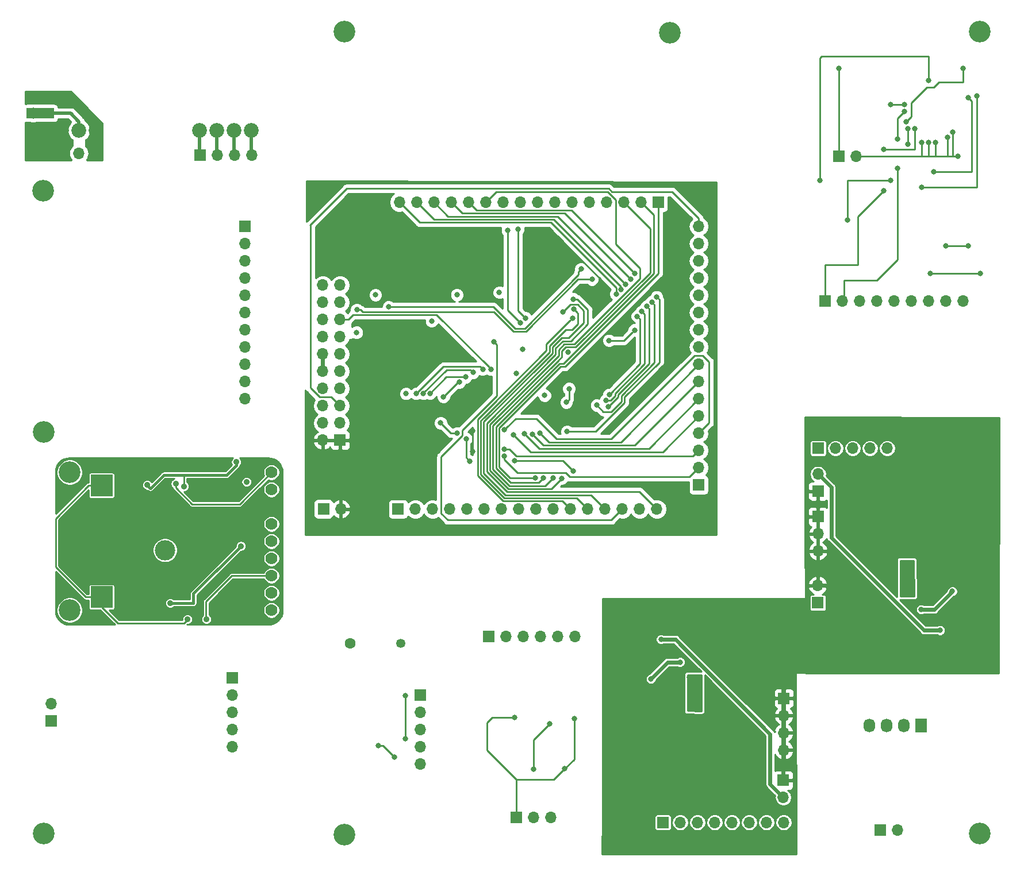
<source format=gbr>
G04 #@! TF.GenerationSoftware,KiCad,Pcbnew,5.0.1-33cea8e~68~ubuntu16.04.1*
G04 #@! TF.CreationDate,2018-10-29T02:49:31-07:00*
G04 #@! TF.ProjectId,integrated-board-design-2,696E74656772617465642D626F617264,rev?*
G04 #@! TF.SameCoordinates,Original*
G04 #@! TF.FileFunction,Copper,L2,Bot,Signal*
G04 #@! TF.FilePolarity,Positive*
%FSLAX46Y46*%
G04 Gerber Fmt 4.6, Leading zero omitted, Abs format (unit mm)*
G04 Created by KiCad (PCBNEW 5.0.1-33cea8e~68~ubuntu16.04.1) date Mon 29 Oct 2018 02:49:31 AM PDT*
%MOMM*%
%LPD*%
G01*
G04 APERTURE LIST*
G04 #@! TA.AperFunction,ComponentPad*
%ADD10C,2.184400*%
G04 #@! TD*
G04 #@! TA.AperFunction,ComponentPad*
%ADD11R,1.730000X2.030000*%
G04 #@! TD*
G04 #@! TA.AperFunction,ComponentPad*
%ADD12O,1.730000X2.030000*%
G04 #@! TD*
G04 #@! TA.AperFunction,ComponentPad*
%ADD13C,3.200000*%
G04 #@! TD*
G04 #@! TA.AperFunction,ComponentPad*
%ADD14R,1.700000X1.700000*%
G04 #@! TD*
G04 #@! TA.AperFunction,ComponentPad*
%ADD15O,1.700000X1.700000*%
G04 #@! TD*
G04 #@! TA.AperFunction,SMDPad,CuDef*
%ADD16R,4.064000X1.524000*%
G04 #@! TD*
G04 #@! TA.AperFunction,WasherPad*
%ADD17C,3.000000*%
G04 #@! TD*
G04 #@! TA.AperFunction,WasherPad*
%ADD18C,1.350000*%
G04 #@! TD*
G04 #@! TA.AperFunction,WasherPad*
%ADD19C,1.600000*%
G04 #@! TD*
G04 #@! TA.AperFunction,SMDPad,CuDef*
%ADD20R,3.200000X3.200000*%
G04 #@! TD*
G04 #@! TA.AperFunction,Conductor*
%ADD21C,0.100000*%
G04 #@! TD*
G04 #@! TA.AperFunction,SMDPad,CuDef*
%ADD22C,4.000000*%
G04 #@! TD*
G04 #@! TA.AperFunction,ComponentPad*
%ADD23C,1.778000*%
G04 #@! TD*
G04 #@! TA.AperFunction,ViaPad*
%ADD24C,0.800000*%
G04 #@! TD*
G04 #@! TA.AperFunction,ViaPad*
%ADD25C,1.676400*%
G04 #@! TD*
G04 #@! TA.AperFunction,ViaPad*
%ADD26C,0.906400*%
G04 #@! TD*
G04 #@! TA.AperFunction,Conductor*
%ADD27C,0.250000*%
G04 #@! TD*
G04 #@! TA.AperFunction,Conductor*
%ADD28C,0.508000*%
G04 #@! TD*
G04 #@! TA.AperFunction,Conductor*
%ADD29C,0.406400*%
G04 #@! TD*
G04 #@! TA.AperFunction,Conductor*
%ADD30C,0.600000*%
G04 #@! TD*
G04 #@! TA.AperFunction,Conductor*
%ADD31C,0.254000*%
G04 #@! TD*
G04 #@! TA.AperFunction,Conductor*
%ADD32C,0.406000*%
G04 #@! TD*
G04 APERTURE END LIST*
D10*
G04 #@! TO.P,U$2,RFGND2*
G04 #@! TO.N,GND*
X79193410Y-47354861D03*
G04 #@! TO.P,U$2,0V*
X104593410Y-47354861D03*
G04 #@! TO.P,U$2,VCC*
G04 #@! TO.N,VCC*
X102053410Y-47354861D03*
G04 #@! TO.P,U$2,EN*
G04 #@! TO.N,/D4*
X99513410Y-47354861D03*
G04 #@! TO.P,U$2,TXD*
G04 #@! TO.N,/D3*
X107133410Y-47354861D03*
G04 #@! TO.P,U$2,GND*
G04 #@! TO.N,GND*
X84273410Y-47354861D03*
G04 #@! TO.P,U$2,RFOUT*
G04 #@! TO.N,PB4*
X81733410Y-47354861D03*
G04 #@! TD*
D11*
G04 #@! TO.P,,1*
G04 #@! TO.N,/CSB*
X205704203Y-135033068D03*
D12*
G04 #@! TO.P,,2*
G04 #@! TO.N,/SDO*
X203164203Y-135033068D03*
G04 #@! TO.P,,3*
G04 #@! TO.N,/SDI*
X200624203Y-135033068D03*
G04 #@! TO.P,,4*
G04 #@! TO.N,/SCLK*
X198084203Y-135033068D03*
G04 #@! TD*
D13*
G04 #@! TO.P,U$8,P$1*
G04 #@! TO.N,N/C*
X76575000Y-150960000D03*
G04 #@! TD*
G04 #@! TO.P,U$8,P$1*
G04 #@! TO.N,N/C*
X76575000Y-91810000D03*
G04 #@! TD*
G04 #@! TO.P,U$8,P$1*
G04 #@! TO.N,N/C*
X168750000Y-32910000D03*
G04 #@! TD*
G04 #@! TO.P,U$8,P$1*
G04 #@! TO.N,N/C*
X120850000Y-32785000D03*
G04 #@! TD*
G04 #@! TO.P,U$8,P$1*
G04 #@! TO.N,N/C*
X120850000Y-151110000D03*
G04 #@! TD*
G04 #@! TO.P,U$9,P$1*
G04 #@! TO.N,N/C*
X76450000Y-56260000D03*
G04 #@! TD*
G04 #@! TO.P,U$9,P$1*
G04 #@! TO.N,N/C*
X214350000Y-32785000D03*
G04 #@! TD*
G04 #@! TO.P,U$8,P$1*
G04 #@! TO.N,N/C*
X214350000Y-150960000D03*
G04 #@! TD*
D14*
G04 #@! TO.P,J9,1*
G04 #@! TO.N,Net-(J2-Pad1)*
X106196480Y-61504400D03*
D15*
G04 #@! TO.P,J9,2*
G04 #@! TO.N,Net-(J2-Pad2)*
X106196480Y-64044400D03*
G04 #@! TO.P,J9,3*
G04 #@! TO.N,Net-(J2-Pad3)*
X106196480Y-66584400D03*
G04 #@! TO.P,J9,4*
G04 #@! TO.N,Net-(J2-Pad4)*
X106196480Y-69124400D03*
G04 #@! TO.P,J9,5*
G04 #@! TO.N,Net-(J2-Pad5)*
X106196480Y-71664400D03*
G04 #@! TO.P,J9,6*
G04 #@! TO.N,Net-(J2-Pad6)*
X106196480Y-74204400D03*
G04 #@! TO.P,J9,7*
G04 #@! TO.N,Net-(J2-Pad7)*
X106196480Y-76744400D03*
G04 #@! TO.P,J9,8*
G04 #@! TO.N,Net-(J2-Pad8)*
X106196480Y-79284400D03*
G04 #@! TO.P,J9,9*
G04 #@! TO.N,Net-(J2-Pad10)*
X106196480Y-81824400D03*
G04 #@! TO.P,J9,10*
G04 #@! TO.N,Net-(J2-Pad9)*
X106196480Y-84364400D03*
G04 #@! TO.P,J9,11*
G04 #@! TO.N,Net-(J2-Pad11)*
X106196480Y-86904400D03*
G04 #@! TD*
D14*
G04 #@! TO.P,,1*
G04 #@! TO.N,+3V3*
X199744203Y-150433068D03*
D15*
G04 #@! TO.P,,2*
G04 #@! TO.N,GND*
X202284203Y-150433068D03*
G04 #@! TD*
G04 #@! TO.P,J2,2*
G04 #@! TO.N,Net-(C1-Pad1)*
X196164160Y-51151700D03*
D14*
G04 #@! TO.P,J2,1*
G04 #@! TO.N,Net-(C1-Pad2)*
X193624160Y-51151700D03*
G04 #@! TD*
D15*
G04 #@! TO.P,J1,9*
G04 #@! TO.N,Net-(J1-Pad9)*
X211909161Y-72486699D03*
G04 #@! TO.P,J1,8*
G04 #@! TO.N,Net-(J1-Pad8)*
X209369161Y-72486699D03*
G04 #@! TO.P,J1,7*
G04 #@! TO.N,Net-(J1-Pad7)*
X206829161Y-72486699D03*
G04 #@! TO.P,J1,6*
G04 #@! TO.N,Net-(J1-Pad6)*
X204289161Y-72486699D03*
G04 #@! TO.P,J1,5*
G04 #@! TO.N,Net-(J1-Pad5)*
X201749161Y-72486699D03*
G04 #@! TO.P,J1,4*
G04 #@! TO.N,Net-(D1-Pad1)*
X199209161Y-72486699D03*
G04 #@! TO.P,J1,3*
G04 #@! TO.N,Net-(D2-Pad1)*
X196669161Y-72486699D03*
G04 #@! TO.P,J1,2*
G04 #@! TO.N,Net-(J1-Pad2)*
X194129161Y-72486699D03*
D14*
G04 #@! TO.P,J1,1*
G04 #@! TO.N,Net-(J1-Pad1)*
X191589161Y-72486699D03*
G04 #@! TD*
G04 #@! TO.P,J1,1*
G04 #@! TO.N,GND*
X146118000Y-148619000D03*
D15*
G04 #@! TO.P,J1,2*
G04 #@! TO.N,VDD*
X148658000Y-148619000D03*
G04 #@! TO.P,J1,3*
G04 #@! TO.N,VDDIO*
X151198000Y-148619000D03*
G04 #@! TD*
D14*
G04 #@! TO.P,J2,1*
G04 #@! TO.N,INT*
X142054000Y-121949000D03*
D15*
G04 #@! TO.P,J2,2*
G04 #@! TO.N,FSYNC*
X144594000Y-121949000D03*
G04 #@! TO.P,J2,3*
G04 #@! TO.N,nCS*
X147134000Y-121949000D03*
G04 #@! TO.P,J2,4*
G04 #@! TO.N,SCL*
X149674000Y-121949000D03*
G04 #@! TO.P,J2,5*
G04 #@! TO.N,SDA*
X152214000Y-121949000D03*
G04 #@! TO.P,J2,6*
G04 #@! TO.N,AD0*
X154754000Y-121949000D03*
G04 #@! TD*
D16*
G04 #@! TO.P,J$1,GND@1*
G04 #@! TO.N,GND*
X76018410Y-42249461D03*
G04 #@! TO.P,J$1,SIG*
G04 #@! TO.N,PB4*
X76018410Y-44789461D03*
G04 #@! TO.P,J$1,GND@0*
G04 #@! TO.N,GND*
X76018410Y-47329461D03*
G04 #@! TD*
D14*
G04 #@! TO.P,REF\002A\002A,1*
G04 #@! TO.N,GND*
X79175000Y-50710000D03*
D15*
G04 #@! TO.P,REF\002A\002A,2*
G04 #@! TO.N,PB4*
X81715000Y-50710000D03*
G04 #@! TO.P,REF\002A\002A,3*
G04 #@! TO.N,GND*
X84255000Y-50710000D03*
G04 #@! TD*
D14*
G04 #@! TO.P,REF\002A\002A,1*
G04 #@! TO.N,/D4*
X99550000Y-51010000D03*
D15*
G04 #@! TO.P,REF\002A\002A,2*
G04 #@! TO.N,VCC*
X102090000Y-51010000D03*
G04 #@! TO.P,REF\002A\002A,3*
G04 #@! TO.N,GND*
X104630000Y-51010000D03*
G04 #@! TO.P,REF\002A\002A,4*
G04 #@! TO.N,/D3*
X107170000Y-51010000D03*
G04 #@! TD*
D14*
G04 #@! TO.P,J1,1*
G04 #@! TO.N,Net-(J1-Pad1)*
X77650000Y-134365000D03*
D15*
G04 #@! TO.P,J1,2*
G04 #@! TO.N,Net-(J1-Pad2)*
X77650000Y-131825000D03*
G04 #@! TD*
D14*
G04 #@! TO.P,J2,1*
G04 #@! TO.N,+3V3*
X104320000Y-128015000D03*
D15*
G04 #@! TO.P,J2,2*
G04 #@! TO.N,Net-(C2-Pad2)*
X104320000Y-130555000D03*
G04 #@! TO.P,J2,3*
G04 #@! TO.N,Net-(J2-Pad3)*
X104320000Y-133095000D03*
G04 #@! TO.P,J2,4*
G04 #@! TO.N,Net-(J2-Pad4)*
X104320000Y-135635000D03*
G04 #@! TO.P,J2,5*
G04 #@! TO.N,Net-(J2-Pad5)*
X104320000Y-138175000D03*
G04 #@! TD*
D14*
G04 #@! TO.P,J10,1*
G04 #@! TO.N,Net-(C16-Pad2)*
X190567340Y-100514200D03*
D15*
G04 #@! TO.P,J10,2*
G04 #@! TO.N,Net-(C21-Pad1)*
X190567340Y-97974200D03*
G04 #@! TD*
D14*
G04 #@! TO.P,J7,1*
G04 #@! TO.N,Net-(C16-Pad1)*
X190526700Y-116963240D03*
D15*
G04 #@! TO.P,J7,2*
G04 #@! TO.N,Net-(C16-Pad2)*
X190526700Y-114423240D03*
G04 #@! TD*
D14*
G04 #@! TO.P,J8,1*
G04 #@! TO.N,Net-(C16-Pad2)*
X185441620Y-143104920D03*
D15*
G04 #@! TO.P,J8,2*
G04 #@! TO.N,Net-(C18-Pad1)*
X185441620Y-145644920D03*
G04 #@! TD*
D14*
G04 #@! TO.P,J13,1*
G04 #@! TO.N,Net-(C16-Pad2)*
X185517820Y-131034840D03*
D15*
G04 #@! TO.P,J13,2*
X185517820Y-133574840D03*
G04 #@! TO.P,J13,3*
X185517820Y-136114840D03*
G04 #@! TO.P,J13,4*
X185517820Y-138654840D03*
G04 #@! TD*
D14*
G04 #@! TO.P,J14,1*
G04 #@! TO.N,Net-(C21-Pad1)*
X190582580Y-94176900D03*
D15*
G04 #@! TO.P,J14,2*
X193122580Y-94176900D03*
G04 #@! TO.P,J14,3*
X195662580Y-94176900D03*
G04 #@! TO.P,J14,4*
X198202580Y-94176900D03*
G04 #@! TO.P,J14,5*
X200742580Y-94176900D03*
G04 #@! TD*
D14*
G04 #@! TO.P,J12,1*
G04 #@! TO.N,Net-(C16-Pad2)*
X190544480Y-104248000D03*
D15*
G04 #@! TO.P,J12,2*
X190544480Y-106788000D03*
G04 #@! TO.P,J12,3*
X190544480Y-109328000D03*
G04 #@! TD*
D14*
G04 #@! TO.P,J15,1*
G04 #@! TO.N,Net-(C18-Pad1)*
X167722580Y-149345700D03*
D15*
G04 #@! TO.P,J15,2*
X170262580Y-149345700D03*
G04 #@! TO.P,J15,3*
X172802580Y-149345700D03*
G04 #@! TO.P,J15,4*
X175342580Y-149345700D03*
G04 #@! TO.P,J15,5*
X177882580Y-149345700D03*
G04 #@! TO.P,J15,6*
X180422580Y-149345700D03*
G04 #@! TO.P,J15,7*
X182962580Y-149345700D03*
G04 #@! TO.P,J15,8*
X185502580Y-149345700D03*
G04 #@! TD*
D17*
G04 #@! TO.N,*
G04 #@! TO.C,U1*
X94391015Y-109204309D03*
G04 #@! TD*
D15*
G04 #@! TO.P,JP2,5*
G04 #@! TO.N,GND*
X131990080Y-140729560D03*
G04 #@! TO.P,JP2,4*
G04 #@! TO.N,VCC*
X131990080Y-138189560D03*
G04 #@! TO.P,JP2,3*
G04 #@! TO.N,/SDA*
X131990080Y-135649560D03*
G04 #@! TO.P,JP2,2*
G04 #@! TO.N,/SCL*
X131990080Y-133109560D03*
D14*
G04 #@! TO.P,JP2,1*
G04 #@! TO.N,/SQW*
X131990080Y-130569560D03*
G04 #@! TD*
D18*
G04 #@! TO.P,B1,*
G04 #@! TO.N,*
X129140080Y-122949560D03*
D19*
X121690080Y-122949560D03*
G04 #@! TD*
D13*
G04 #@! TO.P,U$8,P$1*
G04 #@! TO.N,N/C*
X80367015Y-118056309D03*
G04 #@! TD*
G04 #@! TO.P,U$9,P$1*
G04 #@! TO.N,N/C*
X80367015Y-97736309D03*
G04 #@! TD*
D20*
G04 #@! TO.P,B1,+$2*
G04 #@! TO.N,Net-(B1-Pad+$1)*
X85066015Y-116121709D03*
G04 #@! TO.P,B1,+$1*
X85066015Y-99670909D03*
D21*
G04 #@! TD*
G04 #@! TO.N,GND*
G04 #@! TO.C,B1*
G36*
X85262050Y-105905939D02*
X85456197Y-105934737D01*
X85646585Y-105982427D01*
X85831383Y-106048549D01*
X86008809Y-106132465D01*
X86177156Y-106233369D01*
X86334803Y-106350287D01*
X86480230Y-106482094D01*
X86612037Y-106627521D01*
X86728955Y-106785168D01*
X86829859Y-106953515D01*
X86913775Y-107130941D01*
X86979897Y-107315739D01*
X87027587Y-107506127D01*
X87056385Y-107700274D01*
X87066016Y-107896308D01*
X87066016Y-107896310D01*
X87056385Y-108092344D01*
X87027587Y-108286491D01*
X86979897Y-108476879D01*
X86913775Y-108661677D01*
X86829859Y-108839103D01*
X86728955Y-109007450D01*
X86612037Y-109165097D01*
X86480230Y-109310524D01*
X86334803Y-109442331D01*
X86177156Y-109559249D01*
X86008809Y-109660153D01*
X85831383Y-109744069D01*
X85646585Y-109810191D01*
X85456197Y-109857881D01*
X85262050Y-109886679D01*
X85066016Y-109896310D01*
X85066014Y-109896310D01*
X84869980Y-109886679D01*
X84675833Y-109857881D01*
X84485445Y-109810191D01*
X84300647Y-109744069D01*
X84123221Y-109660153D01*
X83954874Y-109559249D01*
X83797227Y-109442331D01*
X83651800Y-109310524D01*
X83519993Y-109165097D01*
X83403075Y-109007450D01*
X83302171Y-108839103D01*
X83218255Y-108661677D01*
X83152133Y-108476879D01*
X83104443Y-108286491D01*
X83075645Y-108092344D01*
X83066014Y-107896310D01*
X83066014Y-107896308D01*
X83075645Y-107700274D01*
X83104443Y-107506127D01*
X83152133Y-107315739D01*
X83218255Y-107130941D01*
X83302171Y-106953515D01*
X83403075Y-106785168D01*
X83519993Y-106627521D01*
X83651800Y-106482094D01*
X83797227Y-106350287D01*
X83954874Y-106233369D01*
X84123221Y-106132465D01*
X84300647Y-106048549D01*
X84485445Y-105982427D01*
X84675833Y-105934737D01*
X84869980Y-105905939D01*
X85066014Y-105896308D01*
X85066016Y-105896308D01*
X85262050Y-105905939D01*
X85262050Y-105905939D01*
G37*
D22*
G04 #@! TO.P,B1,-*
G04 #@! TO.N,GND*
X85066015Y-107896309D03*
G04 #@! TD*
D23*
G04 #@! TO.P,JP1,9*
G04 #@! TO.N,3.3V*
X110085015Y-118056309D03*
G04 #@! TO.P,JP1,8*
G04 #@! TO.N,/ENABLE*
X110085015Y-115516309D03*
G04 #@! TO.P,JP1,7*
G04 #@! TO.N,/VBACKUP*
X110085015Y-112976309D03*
G04 #@! TO.P,JP1,6*
G04 #@! TO.N,/FIX*
X110085015Y-110436309D03*
G04 #@! TO.P,JP1,5*
G04 #@! TO.N,/TX*
X110085015Y-107896309D03*
G04 #@! TO.P,JP1,4*
G04 #@! TO.N,/RX*
X110085015Y-105356309D03*
G04 #@! TO.P,JP1,3*
G04 #@! TO.N,GND*
X110085015Y-102816309D03*
G04 #@! TO.P,JP1,2*
G04 #@! TO.N,VIN*
X110085015Y-100276309D03*
G04 #@! TO.P,JP1,1*
G04 #@! TO.N,/1PPS*
X110085015Y-97736309D03*
G04 #@! TD*
D14*
G04 #@! TO.P,J1,1*
G04 #@! TO.N,+3V3*
X120173120Y-93008520D03*
D15*
G04 #@! TO.P,J1,2*
X117633120Y-93008520D03*
G04 #@! TO.P,J1,3*
G04 #@! TO.N,PB4*
X120173120Y-90468520D03*
G04 #@! TO.P,J1,4*
G04 #@! TO.N,GND*
X117633120Y-90468520D03*
G04 #@! TO.P,J1,5*
G04 #@! TO.N,PA15*
X120173120Y-87928520D03*
G04 #@! TO.P,J1,6*
G04 #@! TO.N,GND*
X117633120Y-87928520D03*
G04 #@! TO.P,J1,7*
G04 #@! TO.N,PA13*
X120173120Y-85388520D03*
G04 #@! TO.P,J1,8*
G04 #@! TO.N,GND*
X117633120Y-85388520D03*
G04 #@! TO.P,J1,9*
G04 #@! TO.N,PA14*
X120173120Y-82848520D03*
G04 #@! TO.P,J1,10*
G04 #@! TO.N,GND*
X117633120Y-82848520D03*
G04 #@! TO.P,J1,11*
G04 #@! TO.N,Net-(10k1-Pad2)*
X120173120Y-80308520D03*
G04 #@! TO.P,J1,12*
G04 #@! TO.N,GND*
X117633120Y-80308520D03*
G04 #@! TO.P,J1,13*
G04 #@! TO.N,PB3*
X120173120Y-77768520D03*
G04 #@! TO.P,J1,14*
G04 #@! TO.N,GND*
X117633120Y-77768520D03*
G04 #@! TO.P,J1,15*
G04 #@! TO.N,RST*
X120173120Y-75228520D03*
G04 #@! TO.P,J1,16*
G04 #@! TO.N,GND*
X117633120Y-75228520D03*
G04 #@! TO.P,J1,17*
G04 #@! TO.N,Net-(10k3-Pad2)*
X120173120Y-72688520D03*
G04 #@! TO.P,J1,18*
G04 #@! TO.N,GND*
X117633120Y-72688520D03*
G04 #@! TO.P,J1,19*
G04 #@! TO.N,Net-(10k2-Pad2)*
X120173120Y-70148520D03*
G04 #@! TO.P,J1,20*
G04 #@! TO.N,GND*
X117633120Y-70148520D03*
G04 #@! TD*
D14*
G04 #@! TO.P,J3,1*
G04 #@! TO.N,PA0*
X173000040Y-99597280D03*
D15*
G04 #@! TO.P,J3,2*
G04 #@! TO.N,PA1*
X173000040Y-97057280D03*
G04 #@! TO.P,J3,3*
G04 #@! TO.N,PA2*
X173000040Y-94517280D03*
G04 #@! TO.P,J3,4*
G04 #@! TO.N,PA3*
X173000040Y-91977280D03*
G04 #@! TO.P,J3,5*
G04 #@! TO.N,PA4*
X173000040Y-89437280D03*
G04 #@! TO.P,J3,6*
G04 #@! TO.N,PA5*
X173000040Y-86897280D03*
G04 #@! TO.P,J3,7*
G04 #@! TO.N,PA6*
X173000040Y-84357280D03*
G04 #@! TO.P,J3,8*
G04 #@! TO.N,PA7*
X173000040Y-81817280D03*
G04 #@! TO.P,J3,9*
G04 #@! TO.N,PA8*
X173000040Y-79277280D03*
G04 #@! TO.P,J3,10*
G04 #@! TO.N,PA9*
X173000040Y-76737280D03*
G04 #@! TO.P,J3,11*
G04 #@! TO.N,PA10*
X173000040Y-74197280D03*
G04 #@! TO.P,J3,12*
G04 #@! TO.N,PA11*
X173000040Y-71657280D03*
G04 #@! TO.P,J3,13*
G04 #@! TO.N,PA12*
X173000040Y-69117280D03*
G04 #@! TO.P,J3,14*
G04 #@! TO.N,PA13*
X173000040Y-66577280D03*
G04 #@! TO.P,J3,15*
G04 #@! TO.N,PA14*
X173000040Y-64037280D03*
G04 #@! TO.P,J3,16*
G04 #@! TO.N,PA15*
X173000040Y-61497280D03*
G04 #@! TD*
D14*
G04 #@! TO.P,J4,1*
G04 #@! TO.N,PB0*
X167015800Y-57926040D03*
D15*
G04 #@! TO.P,J4,2*
G04 #@! TO.N,PB1*
X164475800Y-57926040D03*
G04 #@! TO.P,J4,3*
G04 #@! TO.N,PB2*
X161935800Y-57926040D03*
G04 #@! TO.P,J4,4*
G04 #@! TO.N,PB3*
X159395800Y-57926040D03*
G04 #@! TO.P,J4,5*
G04 #@! TO.N,PB4*
X156855800Y-57926040D03*
G04 #@! TO.P,J4,6*
G04 #@! TO.N,PB5*
X154315800Y-57926040D03*
G04 #@! TO.P,J4,7*
G04 #@! TO.N,PB6*
X151775800Y-57926040D03*
G04 #@! TO.P,J4,8*
G04 #@! TO.N,PB7*
X149235800Y-57926040D03*
G04 #@! TO.P,J4,9*
G04 #@! TO.N,PB8*
X146695800Y-57926040D03*
G04 #@! TO.P,J4,10*
G04 #@! TO.N,PB9*
X144155800Y-57926040D03*
G04 #@! TO.P,J4,11*
G04 #@! TO.N,PB10*
X141615800Y-57926040D03*
G04 #@! TO.P,J4,12*
G04 #@! TO.N,PB11*
X139075800Y-57926040D03*
G04 #@! TO.P,J4,13*
G04 #@! TO.N,PB12*
X136535800Y-57926040D03*
G04 #@! TO.P,J4,14*
G04 #@! TO.N,PB13*
X133995800Y-57926040D03*
G04 #@! TO.P,J4,15*
G04 #@! TO.N,PB14*
X131455800Y-57926040D03*
G04 #@! TO.P,J4,16*
G04 #@! TO.N,PB15*
X128915800Y-57926040D03*
G04 #@! TD*
D14*
G04 #@! TO.P,J5,1*
G04 #@! TO.N,PC0*
X128722760Y-103148200D03*
D15*
G04 #@! TO.P,J5,2*
G04 #@! TO.N,PC1*
X131262760Y-103148200D03*
G04 #@! TO.P,J5,3*
G04 #@! TO.N,PC2*
X133802760Y-103148200D03*
G04 #@! TO.P,J5,4*
G04 #@! TO.N,PC3*
X136342760Y-103148200D03*
G04 #@! TO.P,J5,5*
G04 #@! TO.N,PC4*
X138882760Y-103148200D03*
G04 #@! TO.P,J5,6*
G04 #@! TO.N,PC5*
X141422760Y-103148200D03*
G04 #@! TO.P,J5,7*
G04 #@! TO.N,PC6*
X143962760Y-103148200D03*
G04 #@! TO.P,J5,8*
G04 #@! TO.N,PC7*
X146502760Y-103148200D03*
G04 #@! TO.P,J5,9*
G04 #@! TO.N,PC8*
X149042760Y-103148200D03*
G04 #@! TO.P,J5,10*
G04 #@! TO.N,PC9*
X151582760Y-103148200D03*
G04 #@! TO.P,J5,11*
G04 #@! TO.N,PC10*
X154122760Y-103148200D03*
G04 #@! TO.P,J5,12*
G04 #@! TO.N,PC11*
X156662760Y-103148200D03*
G04 #@! TO.P,J5,13*
G04 #@! TO.N,PC12*
X159202760Y-103148200D03*
G04 #@! TO.P,J5,14*
G04 #@! TO.N,PC13*
X161742760Y-103148200D03*
G04 #@! TO.P,J5,15*
G04 #@! TO.N,Net-(J5-Pad15)*
X164282760Y-103148200D03*
G04 #@! TO.P,J5,16*
G04 #@! TO.N,PD2*
X166822760Y-103148200D03*
G04 #@! TD*
D14*
G04 #@! TO.P,J6,1*
G04 #@! TO.N,GND*
X117734720Y-103132960D03*
D15*
G04 #@! TO.P,J6,2*
G04 #@! TO.N,+3V3*
X120274720Y-103132960D03*
G04 #@! TD*
D24*
G04 #@! TO.N,*
X125390000Y-71585014D03*
X122615000Y-77110000D03*
G04 #@! TO.N,GND*
X145864000Y-133887000D03*
X153250000Y-141410000D03*
X154675000Y-134060000D03*
D25*
X74977010Y-47329461D03*
D26*
X99290015Y-96212309D03*
X98568415Y-99597409D03*
X104878015Y-115008309D03*
X107368415Y-119397409D03*
X96496015Y-118437309D03*
X104380000Y-119470000D03*
X83168415Y-119597409D03*
X84568415Y-119797409D03*
X94568415Y-99597409D03*
X91768415Y-96597409D03*
X105768415Y-119397409D03*
X94968415Y-96797409D03*
X89968415Y-97397409D03*
X84090000Y-118660000D03*
X84768415Y-96997409D03*
X108768415Y-119397409D03*
X97168415Y-96797409D03*
X90968415Y-98397409D03*
X83669015Y-104213309D03*
X84939015Y-103133809D03*
X81129015Y-103070309D03*
X84390000Y-113390000D03*
X82272015Y-111325309D03*
X82907015Y-113611309D03*
X81002015Y-106118309D03*
X80113015Y-108975809D03*
X82145015Y-104213309D03*
X82780015Y-98879309D03*
X93568415Y-96997409D03*
X87768415Y-97197409D03*
D24*
X159790000Y-78310000D03*
X137390000Y-71585000D03*
X133665000Y-75435000D03*
X129889986Y-86135000D03*
X134990000Y-90459986D03*
X138725129Y-92768324D03*
X137390000Y-91959998D03*
X139290000Y-96109999D03*
X147090000Y-79610002D03*
X153890000Y-85410000D03*
X153490000Y-87410000D03*
X146119106Y-83164106D03*
X150315170Y-86410149D03*
X145865000Y-96035000D03*
X163540000Y-76770000D03*
X153727867Y-79998821D03*
X143610000Y-71220000D03*
X154490000Y-97520000D03*
G04 #@! TO.N,+3V3*
X155901577Y-89156190D03*
X142890000Y-63885000D03*
X159315000Y-79738600D03*
X137965000Y-90185000D03*
X139714913Y-94705536D03*
X139714913Y-91610000D03*
X161636080Y-76649996D03*
X147840000Y-62950000D03*
X143530000Y-72660000D03*
X159550000Y-72150000D03*
G04 #@! TO.N,RST*
X142440000Y-82573850D03*
D25*
G04 #@! TO.N,PB4*
X74977010Y-44789461D03*
D24*
X127326489Y-73334979D03*
X155672160Y-67776176D03*
G04 #@! TO.N,PB3*
X122649759Y-73784990D03*
X157270000Y-69290000D03*
G04 #@! TO.N,PA1*
X144365000Y-95310000D03*
G04 #@! TO.N,PA2*
X144315000Y-94285000D03*
G04 #@! TO.N,PA3*
X144390168Y-91460157D03*
G04 #@! TO.N,PA4*
X145741882Y-92235179D03*
G04 #@! TO.N,PA5*
X147315000Y-92009976D03*
G04 #@! TO.N,PA6*
X148490000Y-92110000D03*
G04 #@! TO.N,PA7*
X149637491Y-91980965D03*
G04 #@! TO.N,PB0*
X148964996Y-98535010D03*
G04 #@! TO.N,PB1*
X150141446Y-98535010D03*
G04 #@! TO.N,PB2*
X151515023Y-98560023D03*
G04 #@! TO.N,PB8*
X146370000Y-61930000D03*
X147480000Y-74990000D03*
G04 #@! TO.N,PB9*
X144839998Y-62050000D03*
X146728310Y-75717960D03*
G04 #@! TO.N,PB10*
X152790000Y-98635000D03*
G04 #@! TO.N,PB12*
X157970252Y-87844867D03*
X166091901Y-72635489D03*
X162960000Y-69240000D03*
G04 #@! TO.N,PB13*
X159711006Y-88058778D03*
X165327977Y-73280813D03*
X162220000Y-70020000D03*
G04 #@! TO.N,PB14*
X159325833Y-87135921D03*
X164628593Y-73995576D03*
X161577558Y-70786350D03*
G04 #@! TO.N,PB15*
X159815000Y-86259998D03*
X163948492Y-74728711D03*
X160834151Y-71455207D03*
G04 #@! TO.N,PC0*
X131389984Y-86135000D03*
X141190000Y-82535000D03*
G04 #@! TO.N,PC1*
X132440728Y-86123447D03*
X139790000Y-83010000D03*
G04 #@! TO.N,PC2*
X133440000Y-86085000D03*
X138690000Y-83685000D03*
G04 #@! TO.N,PC3*
X135415000Y-86585000D03*
X137715000Y-84460000D03*
G04 #@! TO.N,PC10*
X154403807Y-74988517D03*
G04 #@! TO.N,PC11*
X154580000Y-73700000D03*
G04 #@! TO.N,PC12*
X152950000Y-74110000D03*
G04 #@! TO.N,PC13*
X142865000Y-78535000D03*
G04 #@! TO.N,PD2*
X154540000Y-72190000D03*
G04 #@! TO.N,PB11*
X153609698Y-91723296D03*
X166790000Y-71870001D03*
X163610000Y-68450000D03*
G04 #@! TO.N,Net-(C16-Pad1)*
X170252420Y-125705920D03*
X205751460Y-117948760D03*
X165927593Y-128185190D03*
X210340000Y-115280000D03*
G04 #@! TO.N,Net-(C16-Pad2)*
X216284840Y-91954400D03*
X214583040Y-91954400D03*
X212683120Y-91939160D03*
X212698360Y-93493640D03*
X214567800Y-93493640D03*
X216300080Y-93493640D03*
X216284840Y-95231000D03*
X214537320Y-95210680D03*
X212683120Y-95246240D03*
X212667880Y-96739760D03*
X214491600Y-96724520D03*
X216269600Y-96739760D03*
X216249280Y-98548240D03*
X214491600Y-98527920D03*
X212637400Y-98527920D03*
X212637400Y-100026520D03*
X214476360Y-100041760D03*
X216234040Y-100041760D03*
X216249280Y-101829920D03*
X214491600Y-101829920D03*
X212637400Y-101814680D03*
X159556480Y-151669800D03*
X161293840Y-151690120D03*
X163173440Y-151690120D03*
X163193760Y-150135640D03*
X161354800Y-150135640D03*
X159576800Y-150135640D03*
X159576800Y-148337320D03*
X161334480Y-148357640D03*
X163234400Y-148357640D03*
X163275040Y-146889520D03*
X161395440Y-146889520D03*
X159617440Y-146869200D03*
X159617440Y-145131840D03*
X161395440Y-145152160D03*
X163295360Y-145091200D03*
X163295360Y-143577360D03*
X161456400Y-143618000D03*
X159597120Y-143577360D03*
X159597120Y-141860320D03*
X161415760Y-141819680D03*
X163295360Y-141799360D03*
X183240000Y-129540000D03*
X182149998Y-129531160D03*
X180811176Y-129505760D03*
X178290000Y-129520000D03*
X179430000Y-129480000D03*
X169010000Y-130030000D03*
X169000000Y-131170000D03*
X167950000Y-131170000D03*
X167940000Y-130090000D03*
X161970000Y-125490000D03*
X162000000Y-124480000D03*
X161990000Y-123510000D03*
X161990000Y-122520000D03*
X161990000Y-121509998D03*
X161990000Y-120560002D03*
X161989998Y-119600000D03*
X162010000Y-118600000D03*
X195490000Y-102140000D03*
X196570000Y-102150000D03*
X197610000Y-102114400D03*
X198670000Y-102130000D03*
X200033910Y-102104240D03*
X201390000Y-102090000D03*
X192790000Y-113620000D03*
X193880000Y-113610000D03*
X194970000Y-113590000D03*
X196030000Y-113610000D03*
X197210002Y-113610000D03*
X207070000Y-112600000D03*
X208130000Y-112620000D03*
X208110000Y-113560000D03*
X207070000Y-113560000D03*
X213920000Y-119420002D03*
X213910000Y-118300000D03*
X213920000Y-120529998D03*
X213930000Y-121570000D03*
X213930000Y-122630000D03*
X213950000Y-123680000D03*
X213930000Y-124640000D03*
X174750000Y-141089998D03*
X175950000Y-141090000D03*
X177249998Y-141090000D03*
X178420000Y-141070000D03*
X180760000Y-141060000D03*
X179580000Y-141019998D03*
G04 #@! TO.N,Net-(C17-Pad1)*
X172850000Y-132600000D03*
X172950000Y-127956360D03*
X171780000Y-132590000D03*
X171618940Y-127900480D03*
G04 #@! TO.N,Net-(C18-Pad1)*
X167430000Y-122340000D03*
G04 #@! TO.N,Net-(C20-Pad1)*
X204220000Y-111080000D03*
X203110000Y-111060000D03*
X203070000Y-115670000D03*
X204344300Y-115708480D03*
G04 #@! TO.N,Net-(C21-Pad1)*
X208510000Y-121020000D03*
G04 #@! TO.N,Net-(C1-Pad1)*
X209626160Y-48357700D03*
X207848160Y-49119700D03*
X206832160Y-49119700D03*
X205816160Y-49119700D03*
X211150160Y-51151700D03*
X210388160Y-47595714D03*
X129770080Y-130619560D03*
X129770080Y-136969560D03*
G04 #@! TO.N,VCC*
X128170000Y-139730000D03*
X125840000Y-138010000D03*
G04 #@! TO.N,Net-(D1-Pad2)*
X190830160Y-54707700D03*
X206832160Y-39975700D03*
G04 #@! TO.N,Net-(D2-Pad2)*
X194894160Y-60549700D03*
X201244160Y-54707700D03*
X203276160Y-43531700D03*
X201244160Y-43531700D03*
G04 #@! TO.N,Net-(J1-Pad1)*
X200228160Y-56231700D03*
X204800160Y-47087700D03*
X200228160Y-50135700D03*
G04 #@! TO.N,Net-(J1-Pad2)*
X202260160Y-48611700D03*
X203276160Y-44547700D03*
X202260160Y-52929700D03*
G04 #@! TO.N,Net-(J1-Pad5)*
X213944160Y-42261700D03*
X205816160Y-55723700D03*
G04 #@! TO.N,Net-(J1-Pad6)*
X212674160Y-42515700D03*
X207594160Y-53437700D03*
G04 #@! TO.N,Net-(J1-Pad7)*
X207086160Y-68423700D03*
X214452160Y-68423700D03*
G04 #@! TO.N,Net-(J1-Pad8)*
X209372160Y-64359700D03*
X212674160Y-64359700D03*
G04 #@! TO.N,Net-(R2-Pad2)*
X211889160Y-38220700D03*
X203530160Y-46071700D03*
G04 #@! TO.N,Net-(R3-Pad2)*
X203784160Y-47087700D03*
X203784160Y-49373700D03*
G04 #@! TO.N,Net-(C1-Pad2)*
X193647160Y-38220700D03*
D26*
G04 #@! TO.N,3.3V*
X104878015Y-96212309D03*
X91768415Y-99597409D03*
X97168415Y-99797409D03*
G04 #@! TO.N,VIN*
X106402015Y-99133309D03*
G04 #@! TO.N,/1PPS*
X95968415Y-99397409D03*
G04 #@! TO.N,/FIX*
X105568415Y-108597409D03*
X95168415Y-116997409D03*
G04 #@! TO.N,/VBACKUP*
X100496515Y-119389809D03*
G04 #@! TO.N,Net-(B1-Pad+$1)*
X97702515Y-119389809D03*
D24*
G04 #@! TO.N,VDD*
X151025000Y-134785000D03*
X148650000Y-141485000D03*
G04 #@! TD*
D27*
G04 #@! TO.N,*
X125389986Y-71585000D02*
X125390000Y-71585014D01*
X125365000Y-71585000D02*
X125389986Y-71585000D01*
G04 #@! TO.N,GND*
X146118000Y-143003000D02*
X146118000Y-148619000D01*
X145864000Y-133887000D02*
X142562000Y-133887000D01*
X142562000Y-133887000D02*
X141800000Y-134649000D01*
X141800000Y-134649000D02*
X141800000Y-138685000D01*
X141800000Y-138685000D02*
X146118000Y-143003000D01*
X153250000Y-141410000D02*
X151675000Y-142985000D01*
X146136000Y-142985000D02*
X146118000Y-143003000D01*
X151675000Y-142985000D02*
X146136000Y-142985000D01*
X154675000Y-134625685D02*
X154650000Y-134650685D01*
X154675000Y-134060000D02*
X154675000Y-134625685D01*
X154650000Y-140010000D02*
X153250000Y-141410000D01*
X154650000Y-134650685D02*
X154650000Y-140010000D01*
X79193410Y-47354861D02*
X79193410Y-46541590D01*
D28*
X104593410Y-50973410D02*
X104630000Y-51010000D01*
X104593410Y-47354861D02*
X104593410Y-50973410D01*
D29*
X99290015Y-96212309D02*
X99290015Y-96085309D01*
X104878015Y-115008309D02*
X105132015Y-115008309D01*
D30*
X117633120Y-80308520D02*
X117633120Y-82848520D01*
D27*
X136824315Y-91959998D02*
X137390000Y-91959998D01*
X136490012Y-91959998D02*
X136824315Y-91959998D01*
X134990000Y-90459986D02*
X136490012Y-91959998D01*
X138725129Y-95545128D02*
X138890001Y-95710000D01*
X138725129Y-92768324D02*
X138725129Y-95545128D01*
X138890001Y-95710000D02*
X139290000Y-96109999D01*
X153890000Y-85410000D02*
X153889999Y-87010001D01*
X153889999Y-87010001D02*
X153490000Y-87410000D01*
X162000000Y-78310000D02*
X163140001Y-77169999D01*
X163140001Y-77169999D02*
X163540000Y-76770000D01*
X159790000Y-78310000D02*
X162000000Y-78310000D01*
X154090001Y-97120001D02*
X154490000Y-97520000D01*
X153005000Y-96035000D02*
X154090001Y-97120001D01*
X145865000Y-96035000D02*
X153005000Y-96035000D01*
G04 #@! TO.N,+3V3*
X159550000Y-71584315D02*
X159550000Y-72150000D01*
X159550000Y-70290000D02*
X159550000Y-71584315D01*
X152210000Y-62950000D02*
X159550000Y-70290000D01*
X147840000Y-62950000D02*
X152210000Y-62950000D01*
X139714913Y-91610000D02*
X139714913Y-94705536D01*
G04 #@! TO.N,RST*
X134376150Y-74510000D02*
X142040001Y-82173851D01*
X142040001Y-82173851D02*
X142440000Y-82573850D01*
X121375201Y-75228520D02*
X122093721Y-74510000D01*
X122093721Y-74510000D02*
X134376150Y-74510000D01*
X120173120Y-75228520D02*
X121375201Y-75228520D01*
D28*
G04 #@! TO.N,PB4*
X81733410Y-47354861D02*
X81733410Y-46034061D01*
X81733410Y-46034061D02*
X80488810Y-44789461D01*
X80488810Y-44789461D02*
X74951610Y-44789461D01*
D27*
X155272161Y-68176175D02*
X155672160Y-67776176D01*
X145932000Y-76505002D02*
X147367582Y-76505002D01*
X147367582Y-76505002D02*
X155272161Y-68600423D01*
X155272161Y-68600423D02*
X155272161Y-68176175D01*
X142761977Y-73334979D02*
X145932000Y-76505002D01*
X127326489Y-73334979D02*
X142761977Y-73334979D01*
G04 #@! TO.N,PA15*
X173000040Y-61497280D02*
X173000040Y-60295199D01*
X115758600Y-61289000D02*
X115794160Y-61324560D01*
X173000040Y-60295199D02*
X169066241Y-56361400D01*
X169066241Y-56361400D02*
X160206572Y-56361400D01*
X159761642Y-55916470D02*
X121131130Y-55916470D01*
X160206572Y-56361400D02*
X159761642Y-55916470D01*
X121131130Y-55916470D02*
X115758600Y-61289000D01*
X115794160Y-61324560D02*
X115794160Y-85288562D01*
X115794160Y-85288562D02*
X117149714Y-86644116D01*
X117149714Y-86644116D02*
X118888716Y-86644116D01*
X118888716Y-86644116D02*
X119323121Y-87078521D01*
X119323121Y-87078521D02*
X120173120Y-87928520D01*
G04 #@! TO.N,PB3*
X147553982Y-76955013D02*
X155218995Y-69290000D01*
X156704315Y-69290000D02*
X157270000Y-69290000D01*
X123490443Y-74059989D02*
X142850576Y-74059989D01*
X123215444Y-73784990D02*
X123490443Y-74059989D01*
X122649759Y-73784990D02*
X123215444Y-73784990D01*
X145745600Y-76955013D02*
X147553982Y-76955013D01*
X142850576Y-74059989D02*
X145745600Y-76955013D01*
X155218995Y-69290000D02*
X156704315Y-69290000D01*
G04 #@! TO.N,PA1*
X154021998Y-98425002D02*
X153406996Y-97810000D01*
X144365000Y-95875685D02*
X144365000Y-95310000D01*
X171632318Y-98425002D02*
X154021998Y-98425002D01*
X146299315Y-97810000D02*
X144365000Y-95875685D01*
X153406996Y-97810000D02*
X146299315Y-97810000D01*
X173000040Y-97057280D02*
X171632318Y-98425002D01*
G04 #@! TO.N,PA2*
X173000040Y-94517280D02*
X172150041Y-95367279D01*
X144880685Y-94285000D02*
X144315000Y-94285000D01*
X146172281Y-95367279D02*
X145090002Y-94285000D01*
X172150041Y-95367279D02*
X146172281Y-95367279D01*
X145090002Y-94285000D02*
X144880685Y-94285000D01*
G04 #@! TO.N,PA3*
X146040325Y-89810000D02*
X144790167Y-91060158D01*
X174517018Y-90460302D02*
X174517018Y-81439418D01*
X173594400Y-80516800D02*
X172381393Y-80516800D01*
X174517018Y-81439418D02*
X173594400Y-80516800D01*
X173000040Y-91977280D02*
X174517018Y-90460302D01*
X149075200Y-89810000D02*
X146040325Y-89810000D01*
X172381393Y-80516800D02*
X160098367Y-92799826D01*
X152100201Y-92835001D02*
X149075200Y-89810000D01*
X160098367Y-92799826D02*
X153950174Y-92799826D01*
X153950174Y-92799826D02*
X153915000Y-92835000D01*
X144790167Y-91060158D02*
X144390168Y-91460157D01*
X153915000Y-92835000D02*
X152100201Y-92835001D01*
G04 #@! TO.N,PA4*
X146141881Y-92635178D02*
X145741882Y-92235179D01*
X167718835Y-94718485D02*
X148225188Y-94718485D01*
X148225188Y-94718485D02*
X146141881Y-92635178D01*
X173000040Y-89437280D02*
X167718835Y-94718485D01*
G04 #@! TO.N,PA5*
X149533959Y-94228935D02*
X147315000Y-92009976D01*
X165668385Y-94228935D02*
X149533959Y-94228935D01*
X173000040Y-86897280D02*
X165668385Y-94228935D01*
G04 #@! TO.N,PA6*
X153019199Y-93760023D02*
X152998561Y-93739385D01*
X173000040Y-84357280D02*
X163597297Y-93760023D01*
X152998561Y-93739385D02*
X150119385Y-93739385D01*
X163597297Y-93760023D02*
X153019199Y-93760023D01*
X150119385Y-93739385D02*
X148889999Y-92509999D01*
X148889999Y-92509999D02*
X148490000Y-92110000D01*
G04 #@! TO.N,PA7*
X153180599Y-93285012D02*
X150941538Y-93285012D01*
X150037490Y-92380964D02*
X149637491Y-91980965D01*
X153205599Y-93310012D02*
X153180599Y-93285012D01*
X150941538Y-93285012D02*
X150037490Y-92380964D01*
X173000040Y-81817280D02*
X161507308Y-93310012D01*
X161507308Y-93310012D02*
X153205599Y-93310012D01*
G04 #@! TO.N,PB0*
X152673626Y-82151373D02*
X143590000Y-91234999D01*
X145215010Y-98535010D02*
X148399311Y-98535010D01*
X153300864Y-82151373D02*
X152673626Y-82151373D01*
X167015800Y-68436437D02*
X153300864Y-82151373D01*
X143590000Y-91234999D02*
X143590000Y-96910000D01*
X143590000Y-96910000D02*
X145215010Y-98535010D01*
X148399311Y-98535010D02*
X148964996Y-98535010D01*
X167015800Y-57926040D02*
X167015800Y-68436437D01*
G04 #@! TO.N,PB1*
X143139989Y-97096400D02*
X145303601Y-99260012D01*
X166358148Y-68393850D02*
X153050636Y-81701362D01*
X152487226Y-81701362D02*
X143139989Y-91048599D01*
X143139989Y-91048599D02*
X143139989Y-97096400D01*
X149741447Y-98935009D02*
X150141446Y-98535010D01*
X164475800Y-57926040D02*
X166358148Y-59808388D01*
X149416444Y-99260012D02*
X149741447Y-98935009D01*
X145303601Y-99260012D02*
X149416444Y-99260012D01*
X153050636Y-81701362D02*
X152487226Y-81701362D01*
X166358148Y-59808388D02*
X166358148Y-68393850D01*
G04 #@! TO.N,PB2*
X161935800Y-57926040D02*
X165820614Y-61810854D01*
X152300824Y-81251353D02*
X142689978Y-90862199D01*
X152814999Y-79838677D02*
X152814998Y-80737181D01*
X145117201Y-99710023D02*
X150365023Y-99710023D01*
X142689978Y-97282800D02*
X145117201Y-99710023D01*
X142689978Y-90862199D02*
X142689978Y-97282800D01*
X165820614Y-68294974D02*
X154841777Y-79273811D01*
X150365023Y-99710023D02*
X151115024Y-98960022D01*
X151115024Y-98960022D02*
X151515023Y-98560023D01*
X152814998Y-80737181D02*
X152300824Y-81251353D01*
X154841777Y-79273811D02*
X153379865Y-79273811D01*
X153379865Y-79273811D02*
X152814999Y-79838677D01*
X165820614Y-61810854D02*
X165820614Y-68294974D01*
G04 #@! TO.N,PB8*
X146370000Y-61930000D02*
X146370000Y-73880000D01*
X146370000Y-73880000D02*
X147080001Y-74590001D01*
X147080001Y-74590001D02*
X147480000Y-74990000D01*
G04 #@! TO.N,PB9*
X144839998Y-62050000D02*
X144839998Y-73829648D01*
X144839998Y-73829648D02*
X146328311Y-75317961D01*
X146328311Y-75317961D02*
X146728310Y-75717960D01*
G04 #@! TO.N,PB10*
X152364988Y-79652278D02*
X152364988Y-80550780D01*
X141615800Y-57926040D02*
X143175360Y-56366480D01*
X154655378Y-78823800D02*
X153193465Y-78823800D01*
X144930801Y-100160034D02*
X151264966Y-100160034D01*
X151264966Y-100160034D02*
X152390001Y-99034999D01*
X164335001Y-67650496D02*
X164335001Y-69144177D01*
X152390001Y-99034999D02*
X152790000Y-98635000D01*
X164335001Y-69144177D02*
X154655378Y-78823800D01*
X142239967Y-90675799D02*
X142239967Y-97469200D01*
X151850814Y-81064952D02*
X142239967Y-90675799D01*
X153193465Y-78823800D02*
X152364988Y-79652278D01*
X152364988Y-80550780D02*
X151850814Y-81064952D01*
X143175360Y-56366480D02*
X159575242Y-56366480D01*
X142239967Y-97469200D02*
X144930801Y-100160034D01*
X160760799Y-64076294D02*
X164335001Y-67650496D01*
X160760799Y-57552037D02*
X160760799Y-64076294D01*
X159575242Y-56366480D02*
X160760799Y-57552037D01*
G04 #@! TO.N,PB12*
X160087499Y-88783788D02*
X161586812Y-87284475D01*
X157970252Y-87844867D02*
X158909173Y-88783788D01*
X161586812Y-87284475D02*
X161586812Y-86467210D01*
X166491900Y-73035488D02*
X166091901Y-72635489D01*
X161586812Y-86467210D02*
X166491900Y-81562122D01*
X166491900Y-81562122D02*
X166491900Y-73035488D01*
X158909173Y-88783788D02*
X160087499Y-88783788D01*
X162560001Y-68840001D02*
X162960000Y-69240000D01*
X153279955Y-59559955D02*
X162560001Y-68840001D01*
X138169715Y-59559955D02*
X153279955Y-59559955D01*
X136535800Y-57926040D02*
X138169715Y-59559955D01*
G04 #@! TO.N,PB13*
X159711006Y-88058778D02*
X160111005Y-87658779D01*
X165727976Y-73680812D02*
X165327977Y-73280813D01*
X161136801Y-86647616D02*
X161136801Y-86280810D01*
X160111005Y-87658779D02*
X160125638Y-87658779D01*
X161136801Y-86280810D02*
X165727976Y-81689635D01*
X160125638Y-87658779D02*
X161136801Y-86647616D01*
X165727976Y-81689635D02*
X165727976Y-73680812D01*
X161820001Y-69620001D02*
X162220000Y-70020000D01*
X133995800Y-57926040D02*
X136079726Y-60009966D01*
X152209966Y-60009966D02*
X161820001Y-69620001D01*
X136079726Y-60009966D02*
X152209966Y-60009966D01*
G04 #@! TO.N,PB14*
X160012085Y-87135921D02*
X160686790Y-86461216D01*
X165028592Y-74395575D02*
X164628593Y-73995576D01*
X160686790Y-86094411D02*
X165028592Y-81752609D01*
X165028592Y-81752609D02*
X165028592Y-74395575D01*
X159325833Y-87135921D02*
X160012085Y-87135921D01*
X160686790Y-86461216D02*
X160686790Y-86094411D01*
X161577558Y-70390562D02*
X161577558Y-70786350D01*
X131455800Y-57926040D02*
X133989737Y-60459977D01*
X133989737Y-60459977D02*
X151646973Y-60459977D01*
X151646973Y-60459977D02*
X161577558Y-70390562D01*
G04 #@! TO.N,PB15*
X159815000Y-86259998D02*
X164348491Y-81726507D01*
X164348491Y-81726507D02*
X164348491Y-75128710D01*
X164348491Y-75128710D02*
X163948492Y-74728711D01*
X160834151Y-70508466D02*
X160834151Y-70889522D01*
X151235673Y-60909988D02*
X160834151Y-70508466D01*
X131899748Y-60909988D02*
X151235673Y-60909988D01*
X128915800Y-57926040D02*
X131899748Y-60909988D01*
X160834151Y-70889522D02*
X160834151Y-71455207D01*
G04 #@! TO.N,PC0*
X131389984Y-86135000D02*
X135389983Y-82135001D01*
X135389983Y-82135001D02*
X140790001Y-82135001D01*
X140790001Y-82135001D02*
X141190000Y-82535000D01*
G04 #@! TO.N,PC1*
X132440728Y-86036268D02*
X135866995Y-82610001D01*
X135866995Y-82610001D02*
X139390001Y-82610001D01*
X132440728Y-86123447D02*
X132440728Y-86036268D01*
X139390001Y-82610001D02*
X139790000Y-83010000D01*
G04 #@! TO.N,PC2*
X133440000Y-86085000D02*
X135840000Y-83685000D01*
X135840000Y-83685000D02*
X138124315Y-83685000D01*
X138124315Y-83685000D02*
X138690000Y-83685000D01*
G04 #@! TO.N,PC3*
X135415000Y-86585000D02*
X137540000Y-84460000D01*
X137540000Y-84460000D02*
X137715000Y-84460000D01*
G04 #@! TO.N,PC10*
X154122760Y-103148200D02*
X152934638Y-101960078D01*
X150564944Y-78827380D02*
X154003808Y-75388516D01*
X152934638Y-101960078D02*
X144185201Y-101960078D01*
X140439923Y-98214800D02*
X140439923Y-89930199D01*
X154003808Y-75388516D02*
X154403807Y-74988517D01*
X140439923Y-89930199D02*
X140703534Y-89666588D01*
X144185201Y-101960078D02*
X140439923Y-98214800D01*
X150564944Y-79805182D02*
X150564944Y-78827380D01*
X140703534Y-89666588D02*
X142163173Y-88206952D01*
X142163173Y-88206952D02*
X150564944Y-79805182D01*
G04 #@! TO.N,PC11*
X155024627Y-101510067D02*
X144371601Y-101510067D01*
X144371601Y-101510067D02*
X140889934Y-98028400D01*
X155219377Y-74339377D02*
X154979999Y-74099999D01*
X156662760Y-103148200D02*
X155024627Y-101510067D01*
X151014955Y-79093078D02*
X153372895Y-76735138D01*
X140889934Y-98028400D02*
X140889934Y-90116599D01*
X140889934Y-90116599D02*
X141356817Y-89649718D01*
X155219377Y-75860623D02*
X155219377Y-74339377D01*
X153372895Y-76735138D02*
X154344862Y-76735138D01*
X154979999Y-74099999D02*
X154580000Y-73700000D01*
X154344862Y-76735138D02*
X155219377Y-75860623D01*
X151014955Y-79991581D02*
X151014955Y-79093078D01*
X141356817Y-89649718D02*
X151014955Y-79991581D01*
G04 #@! TO.N,PC12*
X154085002Y-72974998D02*
X155154998Y-72974998D01*
X144558001Y-101060056D02*
X157114616Y-101060056D01*
X152950000Y-74110000D02*
X154085002Y-72974998D01*
X149588076Y-82054869D02*
X141339945Y-90302999D01*
X155154998Y-72974998D02*
X156060009Y-73880009D01*
X156060009Y-75666401D02*
X153802632Y-77923778D01*
X141339945Y-90302999D02*
X141339945Y-97842000D01*
X156060009Y-73880009D02*
X156060009Y-75666401D01*
X153802632Y-77923778D02*
X152820665Y-77923778D01*
X152820665Y-77923778D02*
X151464966Y-79279478D01*
X141339945Y-97842000D02*
X144558001Y-101060056D01*
X151464966Y-79279478D02*
X151464966Y-80177981D01*
X158352761Y-102298201D02*
X159202760Y-103148200D01*
X151464966Y-80177981D02*
X149588076Y-82054869D01*
X157114616Y-101060056D02*
X158352761Y-102298201D01*
G04 #@! TO.N,PC13*
X161742760Y-103148200D02*
X160112080Y-104778880D01*
X160112080Y-104778880D02*
X136043040Y-104778880D01*
X143264999Y-86468718D02*
X143264999Y-78934999D01*
X135072760Y-103808600D02*
X135072760Y-95400242D01*
X135072760Y-95400242D02*
X138165001Y-92308001D01*
X136043040Y-104778880D02*
X135072760Y-103808600D01*
X138165001Y-92308001D02*
X138165001Y-91568716D01*
X138165001Y-91568716D02*
X143264999Y-86468718D01*
X143264999Y-78934999D02*
X142865000Y-78535000D01*
G04 #@! TO.N,PD2*
X153007065Y-78373789D02*
X154156211Y-78373789D01*
X151914977Y-79465878D02*
X153007065Y-78373789D01*
X141789956Y-90489399D02*
X151914977Y-80364380D01*
X164284605Y-100610045D02*
X144744401Y-100610045D01*
X156670011Y-75859989D02*
X156670011Y-73754326D01*
X151914977Y-80364380D02*
X151914977Y-79465878D01*
X154156211Y-78373789D02*
X156670011Y-75859989D01*
X166822760Y-103148200D02*
X164284605Y-100610045D01*
X144744401Y-100610045D02*
X141789956Y-97655600D01*
X141789956Y-97655600D02*
X141789956Y-90489399D01*
X155105685Y-72190000D02*
X154540000Y-72190000D01*
X156670011Y-73754326D02*
X155105685Y-72190000D01*
G04 #@! TO.N,PB11*
X167189999Y-81500433D02*
X167189999Y-72270000D01*
X157784402Y-91723296D02*
X162036823Y-87470875D01*
X153609698Y-91723296D02*
X157784402Y-91723296D01*
X162036823Y-87470875D02*
X162036823Y-86653609D01*
X162036823Y-86653609D02*
X167189999Y-81500433D01*
X167189999Y-72270000D02*
X166790000Y-71870001D01*
X163210001Y-68050001D02*
X163610000Y-68450000D01*
X154269944Y-59109944D02*
X163210001Y-68050001D01*
X139075800Y-57926040D02*
X140259704Y-59109944D01*
X140259704Y-59109944D02*
X154269944Y-59109944D01*
D30*
G04 #@! TO.N,Net-(C16-Pad1)*
X166327592Y-127785191D02*
X165927593Y-128185190D01*
X170252420Y-125705920D02*
X168406863Y-125705920D01*
X168406863Y-125705920D02*
X166327592Y-127785191D01*
X209940001Y-115679999D02*
X210340000Y-115280000D01*
X207671240Y-117948760D02*
X209940001Y-115679999D01*
X205751460Y-117948760D02*
X207671240Y-117948760D01*
G04 #@! TO.N,Net-(C16-Pad2)*
X212683120Y-91939160D02*
X214567800Y-91939160D01*
X214567800Y-91939160D02*
X214583040Y-91954400D01*
X214567800Y-93493640D02*
X212698360Y-93493640D01*
X216284840Y-95231000D02*
X216284840Y-93508880D01*
X216284840Y-93508880D02*
X216300080Y-93493640D01*
X212683120Y-95246240D02*
X214501760Y-95246240D01*
X214501760Y-95246240D02*
X214537320Y-95210680D01*
X214491600Y-96724520D02*
X212683120Y-96724520D01*
X212683120Y-96724520D02*
X212667880Y-96739760D01*
X216249280Y-98548240D02*
X216249280Y-96760080D01*
X216249280Y-96760080D02*
X216269600Y-96739760D01*
X212637400Y-98527920D02*
X214491600Y-98527920D01*
X214476360Y-100041760D02*
X212652640Y-100041760D01*
X212652640Y-100041760D02*
X212637400Y-100026520D01*
X216249280Y-101829920D02*
X216249280Y-100057000D01*
X216249280Y-100057000D02*
X216234040Y-100041760D01*
X212637400Y-101814680D02*
X214476360Y-101814680D01*
X214476360Y-101814680D02*
X214491600Y-101829920D01*
X161293840Y-151690120D02*
X159576800Y-151690120D01*
X159576800Y-151690120D02*
X159556480Y-151669800D01*
X163193760Y-150135640D02*
X163193760Y-151669800D01*
X163193760Y-151669800D02*
X163173440Y-151690120D01*
X159576800Y-150135640D02*
X161354800Y-150135640D01*
X161334480Y-148357640D02*
X159597120Y-148357640D01*
X159597120Y-148357640D02*
X159576800Y-148337320D01*
X163275040Y-146889520D02*
X163275040Y-148317000D01*
X163275040Y-148317000D02*
X163234400Y-148357640D01*
X159617440Y-146869200D02*
X161375120Y-146869200D01*
X161375120Y-146869200D02*
X161395440Y-146889520D01*
X161395440Y-145152160D02*
X159637760Y-145152160D01*
X159637760Y-145152160D02*
X159617440Y-145131840D01*
X161456400Y-143618000D02*
X163254720Y-143618000D01*
X163254720Y-143618000D02*
X163295360Y-143577360D01*
X159597120Y-141860320D02*
X159597120Y-143577360D01*
X163295360Y-141799360D02*
X161436080Y-141799360D01*
X161436080Y-141799360D02*
X161415760Y-141819680D01*
X184519600Y-123912680D02*
X185441620Y-124834700D01*
X185441620Y-124834700D02*
X185441620Y-143104920D01*
X187074840Y-121357440D02*
X184519600Y-123912680D01*
X189731680Y-121357440D02*
X187074840Y-121357440D01*
X192728880Y-118360240D02*
X189731680Y-121357440D01*
X192728880Y-115423339D02*
X192728880Y-118360240D01*
X190526700Y-114423240D02*
X191728781Y-114423240D01*
X191728781Y-114423240D02*
X192728880Y-115423339D01*
X182149998Y-129531160D02*
X180836576Y-129531160D01*
X180836576Y-129531160D02*
X180811176Y-129505760D01*
X178290000Y-129520000D02*
X179390000Y-129520000D01*
X179390000Y-129520000D02*
X179430000Y-129480000D01*
X169010000Y-131160000D02*
X169000000Y-131170000D01*
X169010000Y-130030000D02*
X169010000Y-131160000D01*
X167940000Y-131160000D02*
X167940000Y-130090000D01*
X161970000Y-124510000D02*
X162000000Y-124480000D01*
X161970000Y-125490000D02*
X161970000Y-124510000D01*
X161990000Y-123510000D02*
X161990000Y-122520000D01*
X161990000Y-121509998D02*
X161990000Y-120560002D01*
X161989998Y-118620002D02*
X162010000Y-118600000D01*
X161989998Y-119600000D02*
X161989998Y-118620002D01*
X196560000Y-102140000D02*
X196570000Y-102150000D01*
X195490000Y-102140000D02*
X196560000Y-102140000D01*
X198654400Y-102114400D02*
X198670000Y-102130000D01*
X197610000Y-102114400D02*
X198654400Y-102114400D01*
X201375760Y-102104240D02*
X201390000Y-102090000D01*
X200033910Y-102104240D02*
X201375760Y-102104240D01*
X193880000Y-113610000D02*
X194950000Y-113610000D01*
X194950000Y-113610000D02*
X194970000Y-113590000D01*
X196030000Y-113610000D02*
X197210002Y-113610000D01*
X208110000Y-112600000D02*
X208130000Y-112620000D01*
X207070000Y-112600000D02*
X208110000Y-112600000D01*
X208110000Y-113560000D02*
X207070000Y-113560000D01*
X213920000Y-119420002D02*
X213920000Y-120529998D01*
X213930000Y-121570000D02*
X213930000Y-122630000D01*
X213950000Y-123680000D02*
X213950000Y-124620000D01*
X213950000Y-124620000D02*
X213930000Y-124640000D01*
X174750000Y-141089998D02*
X175949998Y-141089998D01*
X175949998Y-141089998D02*
X175950000Y-141090000D01*
X178400000Y-141090000D02*
X178420000Y-141070000D01*
X177249998Y-141090000D02*
X178400000Y-141090000D01*
X179620002Y-141060000D02*
X179580000Y-141019998D01*
X180760000Y-141060000D02*
X179620002Y-141060000D01*
G04 #@! TO.N,Net-(C17-Pad1)*
X171618940Y-127900480D02*
X171618940Y-132586780D01*
X171618940Y-132586780D02*
X171596080Y-132609640D01*
G04 #@! TO.N,Net-(C18-Pad1)*
X185441620Y-145644920D02*
X183511220Y-143714520D01*
X167995685Y-122340000D02*
X167430000Y-122340000D01*
X169563660Y-122340000D02*
X167995685Y-122340000D01*
X183511220Y-136287560D02*
X169563660Y-122340000D01*
X183511220Y-143714520D02*
X183511220Y-136287560D01*
G04 #@! TO.N,Net-(C20-Pad1)*
X204344300Y-111093300D02*
X204341760Y-111090760D01*
G04 #@! TO.N,Net-(C21-Pad1)*
X190567340Y-97974200D02*
X192507900Y-99914760D01*
X192507900Y-107374407D02*
X206153493Y-121020000D01*
X207944315Y-121020000D02*
X208510000Y-121020000D01*
X206153493Y-121020000D02*
X207944315Y-121020000D01*
X192507900Y-99914760D02*
X192507900Y-107374407D01*
D27*
G04 #@! TO.N,Net-(C1-Pad1)*
X210388160Y-51151700D02*
X209626160Y-51151700D01*
X209626160Y-51151700D02*
X207848160Y-51151700D01*
X207848160Y-51151700D02*
X206832160Y-51151700D01*
X206832160Y-51151700D02*
X205816160Y-51151700D01*
X205816160Y-51151700D02*
X196164160Y-51151700D01*
X209626160Y-48357700D02*
X209626160Y-51151700D01*
X207848160Y-49119700D02*
X207848160Y-51151700D01*
X206832160Y-49119700D02*
X206832160Y-51151700D01*
X205816160Y-49119700D02*
X205816160Y-51151700D01*
X211150160Y-51151700D02*
X210388160Y-51151700D01*
X210388160Y-51151700D02*
X210388160Y-47595714D01*
X129770080Y-130619560D02*
X129770080Y-136969560D01*
D28*
G04 #@! TO.N,VCC*
X102053410Y-50973410D02*
X102090000Y-51010000D01*
X102053410Y-47354861D02*
X102053410Y-50973410D01*
D27*
X128170000Y-139730000D02*
X126450000Y-138010000D01*
X126450000Y-138010000D02*
X126405685Y-138010000D01*
X126405685Y-138010000D02*
X125840000Y-138010000D01*
G04 #@! TO.N,Net-(D1-Pad2)*
X206832160Y-39975700D02*
X206832160Y-36419700D01*
X206832160Y-36419700D02*
X191084160Y-36419700D01*
X191084160Y-36419700D02*
X190830160Y-36673700D01*
X190830160Y-36673700D02*
X190830160Y-54707700D01*
G04 #@! TO.N,Net-(D2-Pad2)*
X194894160Y-60549700D02*
X194894160Y-59533700D01*
X201244160Y-54707700D02*
X194894160Y-54707700D01*
X203276160Y-43531700D02*
X201244160Y-43531700D01*
X194894160Y-54707700D02*
X194894160Y-59533700D01*
G04 #@! TO.N,Net-(J1-Pad1)*
X191592160Y-72483700D02*
X191589161Y-72486699D01*
X191592160Y-67153700D02*
X191592160Y-72483700D01*
X196418160Y-60041700D02*
X196418160Y-67153700D01*
X200228160Y-56231700D02*
X196418160Y-60041700D01*
X204800160Y-50135700D02*
X200228160Y-50135700D01*
X204800160Y-47087700D02*
X204800160Y-50135700D01*
X196418160Y-67153700D02*
X191592160Y-67153700D01*
G04 #@! TO.N,Net-(J1-Pad2)*
X194386160Y-72229700D02*
X194129161Y-72486699D01*
X194386160Y-69439700D02*
X194386160Y-72229700D01*
X203276160Y-44547700D02*
X202260160Y-45563700D01*
X202260160Y-45563700D02*
X202260160Y-48611700D01*
X202260160Y-52929700D02*
X202260160Y-66391700D01*
X202260160Y-66391700D02*
X199212160Y-69439700D01*
X199212160Y-69439700D02*
X194386160Y-69439700D01*
G04 #@! TO.N,Net-(J1-Pad5)*
X213944160Y-55723700D02*
X205816160Y-55723700D01*
X213944160Y-42261700D02*
X213944160Y-55723700D01*
G04 #@! TO.N,Net-(J1-Pad6)*
X213182160Y-53437700D02*
X207594160Y-53437700D01*
X212674160Y-42515700D02*
X213182160Y-43023700D01*
X213182160Y-43023700D02*
X213182160Y-53437700D01*
G04 #@! TO.N,Net-(J1-Pad7)*
X214452160Y-68423700D02*
X207086160Y-68423700D01*
G04 #@! TO.N,Net-(J1-Pad8)*
X212674160Y-64359700D02*
X209372160Y-64359700D01*
G04 #@! TO.N,Net-(R2-Pad2)*
X204292160Y-45309700D02*
X203530160Y-46071700D01*
X204292160Y-43277700D02*
X204292160Y-45309700D01*
X206578160Y-40991700D02*
X204292160Y-43277700D01*
X207594160Y-40991700D02*
X206578160Y-40991700D01*
X211912160Y-40229700D02*
X211912160Y-38243700D01*
X211912160Y-38243700D02*
X211889160Y-38220700D01*
X211912160Y-40229700D02*
X208356160Y-40229700D01*
X207594160Y-40991700D02*
X208356160Y-40229700D01*
G04 #@! TO.N,Net-(R3-Pad2)*
X203784160Y-47087700D02*
X203784160Y-49373700D01*
G04 #@! TO.N,Net-(C1-Pad2)*
X193624160Y-51151700D02*
X193624160Y-38243700D01*
X193624160Y-38243700D02*
X193647160Y-38220700D01*
D29*
G04 #@! TO.N,3.3V*
X104878015Y-96212309D02*
X104878015Y-96720309D01*
X104878015Y-96720309D02*
X103481015Y-98117309D01*
X103481015Y-98117309D02*
X99163015Y-98117309D01*
X94210015Y-98117309D02*
X92432015Y-99895309D01*
X92221614Y-100050608D02*
X91768415Y-99597409D01*
D27*
X92276716Y-100050608D02*
X92221614Y-100050608D01*
D29*
X92432015Y-99895309D02*
X92276716Y-100050608D01*
D27*
X97168415Y-98117309D02*
X97168415Y-99797409D01*
D29*
X99163015Y-98117309D02*
X97168415Y-98117309D01*
X97168415Y-98117309D02*
X94210015Y-98117309D01*
D31*
G04 #@! TO.N,/1PPS*
X109450015Y-97736309D02*
X110085015Y-97736309D01*
D27*
X95968415Y-100038330D02*
X95968415Y-99397409D01*
X98349193Y-102419108D02*
X95968415Y-100038330D01*
X105402216Y-102419108D02*
X98349193Y-102419108D01*
X110085015Y-97736309D02*
X105402216Y-102419108D01*
D32*
G04 #@! TO.N,/FIX*
X98568415Y-115597409D02*
X105568415Y-108597409D01*
X98568415Y-116997409D02*
X98568415Y-115597409D01*
X98568415Y-116997409D02*
X95168415Y-116997409D01*
D31*
G04 #@! TO.N,/VBACKUP*
X100433015Y-116786309D02*
X104243015Y-112976309D01*
X104243015Y-112976309D02*
X110085015Y-112976309D01*
X100433015Y-116786309D02*
X100433015Y-119326309D01*
X100433015Y-119326309D02*
X100496515Y-119389809D01*
G04 #@! TO.N,Net-(B1-Pad+$1)*
X85066015Y-116121709D02*
X85066015Y-117611809D01*
X85066015Y-117611809D02*
X87415515Y-119961309D01*
X87415515Y-119961309D02*
X97194515Y-119961309D01*
X85066015Y-116121709D02*
X82686915Y-116121709D01*
X82686915Y-116121709D02*
X78271515Y-111706309D01*
X78271515Y-111706309D02*
X78271515Y-104530809D01*
X78271515Y-104530809D02*
X83131415Y-99670909D01*
X83131415Y-99670909D02*
X85066015Y-99670909D01*
X97194515Y-119961309D02*
X97702515Y-119453309D01*
X97702515Y-119453309D02*
X97702515Y-119389809D01*
D27*
G04 #@! TO.N,VDD*
X148650000Y-137160000D02*
X148650000Y-141485000D01*
X151025000Y-134785000D02*
X148650000Y-137160000D01*
D28*
G04 #@! TO.N,/D4*
X99513410Y-50973410D02*
X99550000Y-51010000D01*
X99513410Y-47354861D02*
X99513410Y-50973410D01*
G04 #@! TO.N,/D3*
X107133410Y-50973410D02*
X107170000Y-51010000D01*
X107133410Y-47354861D02*
X107133410Y-50973410D01*
G04 #@! TD*
D29*
G04 #@! TO.N,GND*
G36*
X80436114Y-46101764D02*
X80332618Y-46205260D01*
X80135258Y-46500631D01*
X79999314Y-46828829D01*
X79930010Y-47177242D01*
X79930010Y-47532480D01*
X79999314Y-47880893D01*
X80135258Y-48209091D01*
X80332618Y-48504462D01*
X80583809Y-48755653D01*
X80671800Y-48814447D01*
X80671800Y-49546497D01*
X80605724Y-49600724D01*
X80410630Y-49838448D01*
X80265661Y-50109664D01*
X80176390Y-50403951D01*
X80146247Y-50710000D01*
X80176390Y-51016049D01*
X80265661Y-51310336D01*
X80410630Y-51581552D01*
X80480816Y-51667074D01*
X73904179Y-51681098D01*
X73899864Y-46257578D01*
X73986410Y-46266102D01*
X74493158Y-46266102D01*
X74525067Y-46279319D01*
X74824407Y-46338861D01*
X75129613Y-46338861D01*
X75428953Y-46279319D01*
X75460862Y-46266102D01*
X78050410Y-46266102D01*
X78189830Y-46252370D01*
X78323891Y-46211703D01*
X78447443Y-46145663D01*
X78555737Y-46056788D01*
X78644612Y-45948494D01*
X78710652Y-45824942D01*
X78731972Y-45754661D01*
X80089013Y-45754661D01*
X80436114Y-46101764D01*
X80436114Y-46101764D01*
G37*
X80436114Y-46101764D02*
X80332618Y-46205260D01*
X80135258Y-46500631D01*
X79999314Y-46828829D01*
X79930010Y-47177242D01*
X79930010Y-47532480D01*
X79999314Y-47880893D01*
X80135258Y-48209091D01*
X80332618Y-48504462D01*
X80583809Y-48755653D01*
X80671800Y-48814447D01*
X80671800Y-49546497D01*
X80605724Y-49600724D01*
X80410630Y-49838448D01*
X80265661Y-50109664D01*
X80176390Y-50403951D01*
X80146247Y-50710000D01*
X80176390Y-51016049D01*
X80265661Y-51310336D01*
X80410630Y-51581552D01*
X80480816Y-51667074D01*
X73904179Y-51681098D01*
X73899864Y-46257578D01*
X73986410Y-46266102D01*
X74493158Y-46266102D01*
X74525067Y-46279319D01*
X74824407Y-46338861D01*
X75129613Y-46338861D01*
X75428953Y-46279319D01*
X75460862Y-46266102D01*
X78050410Y-46266102D01*
X78189830Y-46252370D01*
X78323891Y-46211703D01*
X78447443Y-46145663D01*
X78555737Y-46056788D01*
X78644612Y-45948494D01*
X78710652Y-45824942D01*
X78731972Y-45754661D01*
X80089013Y-45754661D01*
X80436114Y-46101764D01*
G36*
X85096800Y-46342743D02*
X85096800Y-51657232D01*
X82953511Y-51661802D01*
X83019370Y-51581552D01*
X83164339Y-51310336D01*
X83253610Y-51016049D01*
X83283753Y-50710000D01*
X83253610Y-50403951D01*
X83164339Y-50109664D01*
X83019370Y-49838448D01*
X82824276Y-49600724D01*
X82803200Y-49583427D01*
X82803200Y-48808981D01*
X82883011Y-48755653D01*
X83134202Y-48504462D01*
X83331562Y-48209091D01*
X83467506Y-47880893D01*
X83536810Y-47532480D01*
X83536810Y-47177242D01*
X83467506Y-46828829D01*
X83331562Y-46500631D01*
X83134202Y-46205260D01*
X82883011Y-45954069D01*
X82675770Y-45815595D01*
X82629453Y-45662908D01*
X82539827Y-45495230D01*
X82419212Y-45348259D01*
X82382379Y-45318032D01*
X81204848Y-44140502D01*
X81174612Y-44103659D01*
X81027641Y-43983044D01*
X80859963Y-43893418D01*
X80678022Y-43838227D01*
X80536225Y-43824261D01*
X80536222Y-43824261D01*
X80488810Y-43819591D01*
X80441398Y-43824261D01*
X78731972Y-43824261D01*
X78710652Y-43753980D01*
X78644612Y-43630428D01*
X78555737Y-43522134D01*
X78447443Y-43433259D01*
X78323891Y-43367219D01*
X78189830Y-43326552D01*
X78050410Y-43312820D01*
X75460862Y-43312820D01*
X75428953Y-43299603D01*
X75129613Y-43240061D01*
X74824407Y-43240061D01*
X74525067Y-43299603D01*
X74493158Y-43312820D01*
X73986410Y-43312820D01*
X73897528Y-43321574D01*
X73896229Y-41689521D01*
X80530513Y-41665571D01*
X85096800Y-46342743D01*
X85096800Y-46342743D01*
G37*
X85096800Y-46342743D02*
X85096800Y-51657232D01*
X82953511Y-51661802D01*
X83019370Y-51581552D01*
X83164339Y-51310336D01*
X83253610Y-51016049D01*
X83283753Y-50710000D01*
X83253610Y-50403951D01*
X83164339Y-50109664D01*
X83019370Y-49838448D01*
X82824276Y-49600724D01*
X82803200Y-49583427D01*
X82803200Y-48808981D01*
X82883011Y-48755653D01*
X83134202Y-48504462D01*
X83331562Y-48209091D01*
X83467506Y-47880893D01*
X83536810Y-47532480D01*
X83536810Y-47177242D01*
X83467506Y-46828829D01*
X83331562Y-46500631D01*
X83134202Y-46205260D01*
X82883011Y-45954069D01*
X82675770Y-45815595D01*
X82629453Y-45662908D01*
X82539827Y-45495230D01*
X82419212Y-45348259D01*
X82382379Y-45318032D01*
X81204848Y-44140502D01*
X81174612Y-44103659D01*
X81027641Y-43983044D01*
X80859963Y-43893418D01*
X80678022Y-43838227D01*
X80536225Y-43824261D01*
X80536222Y-43824261D01*
X80488810Y-43819591D01*
X80441398Y-43824261D01*
X78731972Y-43824261D01*
X78710652Y-43753980D01*
X78644612Y-43630428D01*
X78555737Y-43522134D01*
X78447443Y-43433259D01*
X78323891Y-43367219D01*
X78189830Y-43326552D01*
X78050410Y-43312820D01*
X75460862Y-43312820D01*
X75428953Y-43299603D01*
X75129613Y-43240061D01*
X74824407Y-43240061D01*
X74525067Y-43299603D01*
X74493158Y-43312820D01*
X73986410Y-43312820D01*
X73897528Y-43321574D01*
X73896229Y-41689521D01*
X80530513Y-41665571D01*
X85096800Y-46342743D01*
D31*
G04 #@! TO.N,Net-(C16-Pad2)*
G36*
X217216952Y-89647968D02*
X217196768Y-127336488D01*
X210339386Y-127330422D01*
X210290777Y-127340046D01*
X210281124Y-127346484D01*
X204722541Y-127325455D01*
X204722173Y-127325454D01*
X188702460Y-127311285D01*
X188695786Y-127301371D01*
X188654488Y-127273984D01*
X188606777Y-127264487D01*
X187436785Y-127260061D01*
X187388148Y-127269544D01*
X187346843Y-127296918D01*
X187319157Y-127338016D01*
X187309306Y-127387502D01*
X187402057Y-154031888D01*
X158786928Y-154006712D01*
X158789879Y-148495700D01*
X166484116Y-148495700D01*
X166484116Y-150195700D01*
X166513686Y-150344359D01*
X166597894Y-150470386D01*
X166723921Y-150554594D01*
X166872580Y-150584164D01*
X168572580Y-150584164D01*
X168721239Y-150554594D01*
X168847266Y-150470386D01*
X168931474Y-150344359D01*
X168961044Y-150195700D01*
X168961044Y-149345700D01*
X169007464Y-149345700D01*
X169103004Y-149826012D01*
X169375079Y-150233201D01*
X169782268Y-150505276D01*
X170141341Y-150576700D01*
X170383819Y-150576700D01*
X170742892Y-150505276D01*
X171150081Y-150233201D01*
X171422156Y-149826012D01*
X171517696Y-149345700D01*
X171547464Y-149345700D01*
X171643004Y-149826012D01*
X171915079Y-150233201D01*
X172322268Y-150505276D01*
X172681341Y-150576700D01*
X172923819Y-150576700D01*
X173282892Y-150505276D01*
X173690081Y-150233201D01*
X173962156Y-149826012D01*
X174057696Y-149345700D01*
X174087464Y-149345700D01*
X174183004Y-149826012D01*
X174455079Y-150233201D01*
X174862268Y-150505276D01*
X175221341Y-150576700D01*
X175463819Y-150576700D01*
X175822892Y-150505276D01*
X176230081Y-150233201D01*
X176502156Y-149826012D01*
X176597696Y-149345700D01*
X176627464Y-149345700D01*
X176723004Y-149826012D01*
X176995079Y-150233201D01*
X177402268Y-150505276D01*
X177761341Y-150576700D01*
X178003819Y-150576700D01*
X178362892Y-150505276D01*
X178770081Y-150233201D01*
X179042156Y-149826012D01*
X179137696Y-149345700D01*
X179167464Y-149345700D01*
X179263004Y-149826012D01*
X179535079Y-150233201D01*
X179942268Y-150505276D01*
X180301341Y-150576700D01*
X180543819Y-150576700D01*
X180902892Y-150505276D01*
X181310081Y-150233201D01*
X181582156Y-149826012D01*
X181677696Y-149345700D01*
X181707464Y-149345700D01*
X181803004Y-149826012D01*
X182075079Y-150233201D01*
X182482268Y-150505276D01*
X182841341Y-150576700D01*
X183083819Y-150576700D01*
X183442892Y-150505276D01*
X183850081Y-150233201D01*
X184122156Y-149826012D01*
X184217696Y-149345700D01*
X184247464Y-149345700D01*
X184343004Y-149826012D01*
X184615079Y-150233201D01*
X185022268Y-150505276D01*
X185381341Y-150576700D01*
X185623819Y-150576700D01*
X185982892Y-150505276D01*
X186390081Y-150233201D01*
X186662156Y-149826012D01*
X186757696Y-149345700D01*
X186662156Y-148865388D01*
X186390081Y-148458199D01*
X185982892Y-148186124D01*
X185623819Y-148114700D01*
X185381341Y-148114700D01*
X185022268Y-148186124D01*
X184615079Y-148458199D01*
X184343004Y-148865388D01*
X184247464Y-149345700D01*
X184217696Y-149345700D01*
X184122156Y-148865388D01*
X183850081Y-148458199D01*
X183442892Y-148186124D01*
X183083819Y-148114700D01*
X182841341Y-148114700D01*
X182482268Y-148186124D01*
X182075079Y-148458199D01*
X181803004Y-148865388D01*
X181707464Y-149345700D01*
X181677696Y-149345700D01*
X181582156Y-148865388D01*
X181310081Y-148458199D01*
X180902892Y-148186124D01*
X180543819Y-148114700D01*
X180301341Y-148114700D01*
X179942268Y-148186124D01*
X179535079Y-148458199D01*
X179263004Y-148865388D01*
X179167464Y-149345700D01*
X179137696Y-149345700D01*
X179042156Y-148865388D01*
X178770081Y-148458199D01*
X178362892Y-148186124D01*
X178003819Y-148114700D01*
X177761341Y-148114700D01*
X177402268Y-148186124D01*
X176995079Y-148458199D01*
X176723004Y-148865388D01*
X176627464Y-149345700D01*
X176597696Y-149345700D01*
X176502156Y-148865388D01*
X176230081Y-148458199D01*
X175822892Y-148186124D01*
X175463819Y-148114700D01*
X175221341Y-148114700D01*
X174862268Y-148186124D01*
X174455079Y-148458199D01*
X174183004Y-148865388D01*
X174087464Y-149345700D01*
X174057696Y-149345700D01*
X173962156Y-148865388D01*
X173690081Y-148458199D01*
X173282892Y-148186124D01*
X172923819Y-148114700D01*
X172681341Y-148114700D01*
X172322268Y-148186124D01*
X171915079Y-148458199D01*
X171643004Y-148865388D01*
X171547464Y-149345700D01*
X171517696Y-149345700D01*
X171422156Y-148865388D01*
X171150081Y-148458199D01*
X170742892Y-148186124D01*
X170383819Y-148114700D01*
X170141341Y-148114700D01*
X169782268Y-148186124D01*
X169375079Y-148458199D01*
X169103004Y-148865388D01*
X169007464Y-149345700D01*
X168961044Y-149345700D01*
X168961044Y-148495700D01*
X168931474Y-148347041D01*
X168847266Y-148221014D01*
X168721239Y-148136806D01*
X168572580Y-148107236D01*
X166872580Y-148107236D01*
X166723921Y-148136806D01*
X166597894Y-148221014D01*
X166513686Y-148347041D01*
X166484116Y-148495700D01*
X158789879Y-148495700D01*
X158800839Y-128029839D01*
X165146593Y-128029839D01*
X165146593Y-128340541D01*
X165265493Y-128627591D01*
X165485192Y-128847290D01*
X165772242Y-128966190D01*
X166082944Y-128966190D01*
X166369994Y-128847290D01*
X166589693Y-128627591D01*
X166689694Y-128386167D01*
X166856556Y-128219305D01*
X168688942Y-126386920D01*
X169855648Y-126386920D01*
X170097069Y-126486920D01*
X170407771Y-126486920D01*
X170694821Y-126368020D01*
X170914520Y-126148321D01*
X171033420Y-125861271D01*
X171033420Y-125550569D01*
X170914520Y-125263519D01*
X170694821Y-125043820D01*
X170407771Y-124924920D01*
X170097069Y-124924920D01*
X169855648Y-125024920D01*
X168473927Y-125024920D01*
X168406862Y-125011580D01*
X168339797Y-125024920D01*
X168339794Y-125024920D01*
X168141150Y-125064433D01*
X167915890Y-125214947D01*
X167877898Y-125271806D01*
X165893478Y-127256227D01*
X165726616Y-127423089D01*
X165485192Y-127523090D01*
X165265493Y-127742789D01*
X165146593Y-128029839D01*
X158800839Y-128029839D01*
X158803969Y-122184649D01*
X166649000Y-122184649D01*
X166649000Y-122495351D01*
X166767900Y-122782401D01*
X166987599Y-123002100D01*
X167274649Y-123121000D01*
X167585351Y-123121000D01*
X167826772Y-123021000D01*
X169281582Y-123021000D01*
X173359777Y-127099195D01*
X171533711Y-127119480D01*
X171463589Y-127119480D01*
X171461657Y-127120280D01*
X171193068Y-127123264D01*
X171051172Y-127152377D01*
X170927643Y-127235081D01*
X170845167Y-127358763D01*
X170816300Y-127504592D01*
X170821380Y-133001152D01*
X170849126Y-133143531D01*
X170930636Y-133267851D01*
X171053518Y-133351515D01*
X171199062Y-133381786D01*
X173534622Y-133402126D01*
X173687284Y-133371650D01*
X173810050Y-133287818D01*
X173891390Y-133163386D01*
X173918921Y-133017299D01*
X173864339Y-127603758D01*
X182830221Y-136569641D01*
X182830220Y-143647455D01*
X182816880Y-143714520D01*
X182830220Y-143781585D01*
X182830220Y-143781588D01*
X182869733Y-143980232D01*
X183020247Y-144205492D01*
X183077107Y-144243485D01*
X184234956Y-145401335D01*
X184186504Y-145644920D01*
X184282044Y-146125232D01*
X184554119Y-146532421D01*
X184961308Y-146804496D01*
X185320381Y-146875920D01*
X185562859Y-146875920D01*
X185921932Y-146804496D01*
X186329121Y-146532421D01*
X186601196Y-146125232D01*
X186696736Y-145644920D01*
X186601196Y-145164608D01*
X186329121Y-144757419D01*
X186078441Y-144589920D01*
X186417929Y-144589920D01*
X186651318Y-144493247D01*
X186829947Y-144314619D01*
X186926620Y-144081230D01*
X186926620Y-143390670D01*
X186767870Y-143231920D01*
X185568620Y-143231920D01*
X185568620Y-143251920D01*
X185314620Y-143251920D01*
X185314620Y-143231920D01*
X185294620Y-143231920D01*
X185294620Y-142977920D01*
X185314620Y-142977920D01*
X185314620Y-141778670D01*
X185568620Y-141778670D01*
X185568620Y-142977920D01*
X186767870Y-142977920D01*
X186926620Y-142819170D01*
X186926620Y-142128610D01*
X186829947Y-141895221D01*
X186651318Y-141716593D01*
X186417929Y-141619920D01*
X185727370Y-141619920D01*
X185568620Y-141778670D01*
X185314620Y-141778670D01*
X185155870Y-141619920D01*
X184465311Y-141619920D01*
X184231922Y-141716593D01*
X184192220Y-141756295D01*
X184192220Y-139291497D01*
X184246175Y-139421764D01*
X184636462Y-139850023D01*
X185160928Y-140096326D01*
X185390820Y-139975659D01*
X185390820Y-138781840D01*
X185644820Y-138781840D01*
X185644820Y-139975659D01*
X185874712Y-140096326D01*
X186399178Y-139850023D01*
X186789465Y-139421764D01*
X186959296Y-139011730D01*
X186837975Y-138781840D01*
X185644820Y-138781840D01*
X185390820Y-138781840D01*
X185370820Y-138781840D01*
X185370820Y-138527840D01*
X185390820Y-138527840D01*
X185390820Y-136241840D01*
X185644820Y-136241840D01*
X185644820Y-138527840D01*
X186837975Y-138527840D01*
X186959296Y-138297950D01*
X186789465Y-137887916D01*
X186399178Y-137459657D01*
X186239866Y-137384840D01*
X186399178Y-137310023D01*
X186789465Y-136881764D01*
X186959296Y-136471730D01*
X186837975Y-136241840D01*
X185644820Y-136241840D01*
X185390820Y-136241840D01*
X185370820Y-136241840D01*
X185370820Y-135987840D01*
X185390820Y-135987840D01*
X185390820Y-133701840D01*
X185644820Y-133701840D01*
X185644820Y-135987840D01*
X186837975Y-135987840D01*
X186959296Y-135757950D01*
X186789465Y-135347916D01*
X186399178Y-134919657D01*
X186239866Y-134844840D01*
X186399178Y-134770023D01*
X186789465Y-134341764D01*
X186959296Y-133931730D01*
X186837975Y-133701840D01*
X185644820Y-133701840D01*
X185390820Y-133701840D01*
X184197665Y-133701840D01*
X184076344Y-133931730D01*
X184246175Y-134341764D01*
X184636462Y-134770023D01*
X184795774Y-134844840D01*
X184636462Y-134919657D01*
X184246175Y-135347916D01*
X184076344Y-135757950D01*
X184197664Y-135987838D01*
X184129983Y-135987838D01*
X184096890Y-135938311D01*
X184040185Y-135853445D01*
X184040183Y-135853443D01*
X184002193Y-135796587D01*
X183945337Y-135758597D01*
X179507330Y-131320590D01*
X184032820Y-131320590D01*
X184032820Y-132011150D01*
X184129493Y-132244539D01*
X184308122Y-132423167D01*
X184517698Y-132509976D01*
X184246175Y-132807916D01*
X184076344Y-133217950D01*
X184197665Y-133447840D01*
X185390820Y-133447840D01*
X185390820Y-131161840D01*
X185644820Y-131161840D01*
X185644820Y-133447840D01*
X186837975Y-133447840D01*
X186959296Y-133217950D01*
X186789465Y-132807916D01*
X186517942Y-132509976D01*
X186727518Y-132423167D01*
X186906147Y-132244539D01*
X187002820Y-132011150D01*
X187002820Y-131320590D01*
X186844070Y-131161840D01*
X185644820Y-131161840D01*
X185390820Y-131161840D01*
X184191570Y-131161840D01*
X184032820Y-131320590D01*
X179507330Y-131320590D01*
X178245270Y-130058530D01*
X184032820Y-130058530D01*
X184032820Y-130749090D01*
X184191570Y-130907840D01*
X185390820Y-130907840D01*
X185390820Y-129708590D01*
X185644820Y-129708590D01*
X185644820Y-130907840D01*
X186844070Y-130907840D01*
X187002820Y-130749090D01*
X187002820Y-130058530D01*
X186906147Y-129825141D01*
X186727518Y-129646513D01*
X186494129Y-129549840D01*
X185803570Y-129549840D01*
X185644820Y-129708590D01*
X185390820Y-129708590D01*
X185232070Y-129549840D01*
X184541511Y-129549840D01*
X184308122Y-129646513D01*
X184129493Y-129825141D01*
X184032820Y-130058530D01*
X178245270Y-130058530D01*
X170092627Y-121905889D01*
X170054633Y-121849027D01*
X169829373Y-121698513D01*
X169630729Y-121659000D01*
X169630725Y-121659000D01*
X169563660Y-121645660D01*
X169496595Y-121659000D01*
X167826772Y-121659000D01*
X167585351Y-121559000D01*
X167274649Y-121559000D01*
X166987599Y-121677900D01*
X166767900Y-121897599D01*
X166649000Y-122184649D01*
X158803969Y-122184649D01*
X158807112Y-116318192D01*
X176008091Y-116333406D01*
X176056700Y-116323782D01*
X176065214Y-116318104D01*
X188567273Y-116323347D01*
X188615878Y-116313700D01*
X188657091Y-116286187D01*
X188684638Y-116244997D01*
X188694325Y-116195905D01*
X188689397Y-114780130D01*
X189085224Y-114780130D01*
X189255055Y-115190164D01*
X189645342Y-115618423D01*
X189871805Y-115724776D01*
X189676700Y-115724776D01*
X189528041Y-115754346D01*
X189402014Y-115838554D01*
X189317806Y-115964581D01*
X189288236Y-116113240D01*
X189288236Y-117813240D01*
X189317806Y-117961899D01*
X189402014Y-118087926D01*
X189528041Y-118172134D01*
X189676700Y-118201704D01*
X191376700Y-118201704D01*
X191525359Y-118172134D01*
X191651386Y-118087926D01*
X191735594Y-117961899D01*
X191765164Y-117813240D01*
X191765164Y-116113240D01*
X191735594Y-115964581D01*
X191651386Y-115838554D01*
X191525359Y-115754346D01*
X191376700Y-115724776D01*
X191181595Y-115724776D01*
X191408058Y-115618423D01*
X191798345Y-115190164D01*
X191968176Y-114780130D01*
X191846855Y-114550240D01*
X190653700Y-114550240D01*
X190653700Y-114570240D01*
X190399700Y-114570240D01*
X190399700Y-114550240D01*
X189206545Y-114550240D01*
X189085224Y-114780130D01*
X188689397Y-114780130D01*
X188686913Y-114066350D01*
X189085224Y-114066350D01*
X189206545Y-114296240D01*
X190399700Y-114296240D01*
X190399700Y-113102421D01*
X190653700Y-113102421D01*
X190653700Y-114296240D01*
X191846855Y-114296240D01*
X191968176Y-114066350D01*
X191798345Y-113656316D01*
X191408058Y-113228057D01*
X190883592Y-112981754D01*
X190653700Y-113102421D01*
X190399700Y-113102421D01*
X190169808Y-112981754D01*
X189645342Y-113228057D01*
X189255055Y-113656316D01*
X189085224Y-114066350D01*
X188686913Y-114066350D01*
X188671661Y-109684890D01*
X189103004Y-109684890D01*
X189272835Y-110094924D01*
X189663122Y-110523183D01*
X190187588Y-110769486D01*
X190417480Y-110648819D01*
X190417480Y-109455000D01*
X190671480Y-109455000D01*
X190671480Y-110648819D01*
X190901372Y-110769486D01*
X191425838Y-110523183D01*
X191816125Y-110094924D01*
X191985956Y-109684890D01*
X191864635Y-109455000D01*
X190671480Y-109455000D01*
X190417480Y-109455000D01*
X189224325Y-109455000D01*
X189103004Y-109684890D01*
X188671661Y-109684890D01*
X188662819Y-107144890D01*
X189103004Y-107144890D01*
X189272835Y-107554924D01*
X189663122Y-107983183D01*
X189822434Y-108058000D01*
X189663122Y-108132817D01*
X189272835Y-108561076D01*
X189103004Y-108971110D01*
X189224325Y-109201000D01*
X190417480Y-109201000D01*
X190417480Y-106915000D01*
X189224325Y-106915000D01*
X189103004Y-107144890D01*
X188662819Y-107144890D01*
X188653729Y-104533750D01*
X189059480Y-104533750D01*
X189059480Y-105224310D01*
X189156153Y-105457699D01*
X189334782Y-105636327D01*
X189544358Y-105723136D01*
X189272835Y-106021076D01*
X189103004Y-106431110D01*
X189224325Y-106661000D01*
X190417480Y-106661000D01*
X190417480Y-104375000D01*
X189218230Y-104375000D01*
X189059480Y-104533750D01*
X188653729Y-104533750D01*
X188649336Y-103271690D01*
X189059480Y-103271690D01*
X189059480Y-103962250D01*
X189218230Y-104121000D01*
X190417480Y-104121000D01*
X190417480Y-102921750D01*
X190258730Y-102763000D01*
X189568171Y-102763000D01*
X189334782Y-102859673D01*
X189156153Y-103038301D01*
X189059480Y-103271690D01*
X188649336Y-103271690D01*
X188640733Y-100799950D01*
X189082340Y-100799950D01*
X189082340Y-101490510D01*
X189179013Y-101723899D01*
X189357642Y-101902527D01*
X189591031Y-101999200D01*
X190281590Y-101999200D01*
X190440340Y-101840450D01*
X190440340Y-100641200D01*
X189241090Y-100641200D01*
X189082340Y-100799950D01*
X188640733Y-100799950D01*
X188636339Y-99537890D01*
X189082340Y-99537890D01*
X189082340Y-100228450D01*
X189241090Y-100387200D01*
X190440340Y-100387200D01*
X190440340Y-100367200D01*
X190694340Y-100367200D01*
X190694340Y-100387200D01*
X190714340Y-100387200D01*
X190714340Y-100641200D01*
X190694340Y-100641200D01*
X190694340Y-101840450D01*
X190853090Y-101999200D01*
X191543649Y-101999200D01*
X191777038Y-101902527D01*
X191826900Y-101852665D01*
X191826900Y-102932395D01*
X191754178Y-102859673D01*
X191520789Y-102763000D01*
X190830230Y-102763000D01*
X190671480Y-102921750D01*
X190671480Y-104121000D01*
X190691480Y-104121000D01*
X190691480Y-104375000D01*
X190671480Y-104375000D01*
X190671480Y-106661000D01*
X190691480Y-106661000D01*
X190691480Y-106915000D01*
X190671480Y-106915000D01*
X190671480Y-109201000D01*
X191864635Y-109201000D01*
X191985956Y-108971110D01*
X191816125Y-108561076D01*
X191425838Y-108132817D01*
X191266526Y-108058000D01*
X191425838Y-107983183D01*
X191816125Y-107554924D01*
X191838650Y-107500542D01*
X191866413Y-107640119D01*
X191866414Y-107640120D01*
X192016928Y-107865380D01*
X192073787Y-107903372D01*
X205624528Y-121454114D01*
X205662520Y-121510973D01*
X205887780Y-121661487D01*
X206086424Y-121701000D01*
X206086428Y-121701000D01*
X206153493Y-121714340D01*
X206220558Y-121701000D01*
X208113228Y-121701000D01*
X208354649Y-121801000D01*
X208665351Y-121801000D01*
X208952401Y-121682100D01*
X209172100Y-121462401D01*
X209291000Y-121175351D01*
X209291000Y-120864649D01*
X209172100Y-120577599D01*
X208952401Y-120357900D01*
X208665351Y-120239000D01*
X208354649Y-120239000D01*
X208113228Y-120339000D01*
X206435572Y-120339000D01*
X203889981Y-117793409D01*
X204970460Y-117793409D01*
X204970460Y-118104111D01*
X205089360Y-118391161D01*
X205309059Y-118610860D01*
X205596109Y-118729760D01*
X205906811Y-118729760D01*
X206148232Y-118629760D01*
X207604175Y-118629760D01*
X207671240Y-118643100D01*
X207738305Y-118629760D01*
X207738309Y-118629760D01*
X207936953Y-118590247D01*
X208162213Y-118439733D01*
X208200207Y-118382871D01*
X210468965Y-116114114D01*
X210468967Y-116114111D01*
X210540977Y-116042101D01*
X210782401Y-115942100D01*
X211002100Y-115722401D01*
X211121000Y-115435351D01*
X211121000Y-115124649D01*
X211002100Y-114837599D01*
X210782401Y-114617900D01*
X210495351Y-114499000D01*
X210184649Y-114499000D01*
X209897599Y-114617900D01*
X209677900Y-114837599D01*
X209577899Y-115079023D01*
X209505889Y-115151033D01*
X209505886Y-115151035D01*
X207389162Y-117267760D01*
X206148232Y-117267760D01*
X205906811Y-117167760D01*
X205596109Y-117167760D01*
X205309059Y-117286660D01*
X205089360Y-117506359D01*
X204970460Y-117793409D01*
X203889981Y-117793409D01*
X202628696Y-116532124D01*
X204806700Y-116531440D01*
X204952708Y-116502303D01*
X205076237Y-116419599D01*
X205158713Y-116295917D01*
X205187580Y-116150088D01*
X205182500Y-110653528D01*
X205156309Y-110515057D01*
X205076175Y-110389845D01*
X204954225Y-110304830D01*
X204809023Y-110272954D01*
X202529583Y-110227934D01*
X202372716Y-110258350D01*
X202249950Y-110342182D01*
X202168610Y-110466614D01*
X202141079Y-110612701D01*
X202196403Y-116099831D01*
X193188900Y-107092329D01*
X193188900Y-99981824D01*
X193202240Y-99914759D01*
X193188900Y-99847692D01*
X193188900Y-99847691D01*
X193149387Y-99649047D01*
X192998872Y-99423787D01*
X192942016Y-99385797D01*
X191774004Y-98217785D01*
X191822456Y-97974200D01*
X191726916Y-97493888D01*
X191454841Y-97086699D01*
X191047652Y-96814624D01*
X190688579Y-96743200D01*
X190446101Y-96743200D01*
X190087028Y-96814624D01*
X189679839Y-97086699D01*
X189407764Y-97493888D01*
X189312224Y-97974200D01*
X189407764Y-98454512D01*
X189679839Y-98861701D01*
X189930519Y-99029200D01*
X189591031Y-99029200D01*
X189357642Y-99125873D01*
X189179013Y-99304501D01*
X189082340Y-99537890D01*
X188636339Y-99537890D01*
X188614718Y-93326900D01*
X189344116Y-93326900D01*
X189344116Y-95026900D01*
X189373686Y-95175559D01*
X189457894Y-95301586D01*
X189583921Y-95385794D01*
X189732580Y-95415364D01*
X191432580Y-95415364D01*
X191581239Y-95385794D01*
X191707266Y-95301586D01*
X191791474Y-95175559D01*
X191821044Y-95026900D01*
X191821044Y-94176900D01*
X191867464Y-94176900D01*
X191963004Y-94657212D01*
X192235079Y-95064401D01*
X192642268Y-95336476D01*
X193001341Y-95407900D01*
X193243819Y-95407900D01*
X193602892Y-95336476D01*
X194010081Y-95064401D01*
X194282156Y-94657212D01*
X194377696Y-94176900D01*
X194407464Y-94176900D01*
X194503004Y-94657212D01*
X194775079Y-95064401D01*
X195182268Y-95336476D01*
X195541341Y-95407900D01*
X195783819Y-95407900D01*
X196142892Y-95336476D01*
X196550081Y-95064401D01*
X196822156Y-94657212D01*
X196917696Y-94176900D01*
X196947464Y-94176900D01*
X197043004Y-94657212D01*
X197315079Y-95064401D01*
X197722268Y-95336476D01*
X198081341Y-95407900D01*
X198323819Y-95407900D01*
X198682892Y-95336476D01*
X199090081Y-95064401D01*
X199362156Y-94657212D01*
X199457696Y-94176900D01*
X199487464Y-94176900D01*
X199583004Y-94657212D01*
X199855079Y-95064401D01*
X200262268Y-95336476D01*
X200621341Y-95407900D01*
X200863819Y-95407900D01*
X201222892Y-95336476D01*
X201630081Y-95064401D01*
X201902156Y-94657212D01*
X201997696Y-94176900D01*
X201902156Y-93696588D01*
X201630081Y-93289399D01*
X201222892Y-93017324D01*
X200863819Y-92945900D01*
X200621341Y-92945900D01*
X200262268Y-93017324D01*
X199855079Y-93289399D01*
X199583004Y-93696588D01*
X199487464Y-94176900D01*
X199457696Y-94176900D01*
X199362156Y-93696588D01*
X199090081Y-93289399D01*
X198682892Y-93017324D01*
X198323819Y-92945900D01*
X198081341Y-92945900D01*
X197722268Y-93017324D01*
X197315079Y-93289399D01*
X197043004Y-93696588D01*
X196947464Y-94176900D01*
X196917696Y-94176900D01*
X196822156Y-93696588D01*
X196550081Y-93289399D01*
X196142892Y-93017324D01*
X195783819Y-92945900D01*
X195541341Y-92945900D01*
X195182268Y-93017324D01*
X194775079Y-93289399D01*
X194503004Y-93696588D01*
X194407464Y-94176900D01*
X194377696Y-94176900D01*
X194282156Y-93696588D01*
X194010081Y-93289399D01*
X193602892Y-93017324D01*
X193243819Y-92945900D01*
X193001341Y-92945900D01*
X192642268Y-93017324D01*
X192235079Y-93289399D01*
X191963004Y-93696588D01*
X191867464Y-94176900D01*
X191821044Y-94176900D01*
X191821044Y-93326900D01*
X191791474Y-93178241D01*
X191707266Y-93052214D01*
X191581239Y-92968006D01*
X191432580Y-92938436D01*
X189732580Y-92938436D01*
X189583921Y-92968006D01*
X189457894Y-93052214D01*
X189373686Y-93178241D01*
X189344116Y-93326900D01*
X188614718Y-93326900D01*
X188601823Y-89622792D01*
X217216952Y-89647968D01*
X217216952Y-89647968D01*
G37*
X217216952Y-89647968D02*
X217196768Y-127336488D01*
X210339386Y-127330422D01*
X210290777Y-127340046D01*
X210281124Y-127346484D01*
X204722541Y-127325455D01*
X204722173Y-127325454D01*
X188702460Y-127311285D01*
X188695786Y-127301371D01*
X188654488Y-127273984D01*
X188606777Y-127264487D01*
X187436785Y-127260061D01*
X187388148Y-127269544D01*
X187346843Y-127296918D01*
X187319157Y-127338016D01*
X187309306Y-127387502D01*
X187402057Y-154031888D01*
X158786928Y-154006712D01*
X158789879Y-148495700D01*
X166484116Y-148495700D01*
X166484116Y-150195700D01*
X166513686Y-150344359D01*
X166597894Y-150470386D01*
X166723921Y-150554594D01*
X166872580Y-150584164D01*
X168572580Y-150584164D01*
X168721239Y-150554594D01*
X168847266Y-150470386D01*
X168931474Y-150344359D01*
X168961044Y-150195700D01*
X168961044Y-149345700D01*
X169007464Y-149345700D01*
X169103004Y-149826012D01*
X169375079Y-150233201D01*
X169782268Y-150505276D01*
X170141341Y-150576700D01*
X170383819Y-150576700D01*
X170742892Y-150505276D01*
X171150081Y-150233201D01*
X171422156Y-149826012D01*
X171517696Y-149345700D01*
X171547464Y-149345700D01*
X171643004Y-149826012D01*
X171915079Y-150233201D01*
X172322268Y-150505276D01*
X172681341Y-150576700D01*
X172923819Y-150576700D01*
X173282892Y-150505276D01*
X173690081Y-150233201D01*
X173962156Y-149826012D01*
X174057696Y-149345700D01*
X174087464Y-149345700D01*
X174183004Y-149826012D01*
X174455079Y-150233201D01*
X174862268Y-150505276D01*
X175221341Y-150576700D01*
X175463819Y-150576700D01*
X175822892Y-150505276D01*
X176230081Y-150233201D01*
X176502156Y-149826012D01*
X176597696Y-149345700D01*
X176627464Y-149345700D01*
X176723004Y-149826012D01*
X176995079Y-150233201D01*
X177402268Y-150505276D01*
X177761341Y-150576700D01*
X178003819Y-150576700D01*
X178362892Y-150505276D01*
X178770081Y-150233201D01*
X179042156Y-149826012D01*
X179137696Y-149345700D01*
X179167464Y-149345700D01*
X179263004Y-149826012D01*
X179535079Y-150233201D01*
X179942268Y-150505276D01*
X180301341Y-150576700D01*
X180543819Y-150576700D01*
X180902892Y-150505276D01*
X181310081Y-150233201D01*
X181582156Y-149826012D01*
X181677696Y-149345700D01*
X181707464Y-149345700D01*
X181803004Y-149826012D01*
X182075079Y-150233201D01*
X182482268Y-150505276D01*
X182841341Y-150576700D01*
X183083819Y-150576700D01*
X183442892Y-150505276D01*
X183850081Y-150233201D01*
X184122156Y-149826012D01*
X184217696Y-149345700D01*
X184247464Y-149345700D01*
X184343004Y-149826012D01*
X184615079Y-150233201D01*
X185022268Y-150505276D01*
X185381341Y-150576700D01*
X185623819Y-150576700D01*
X185982892Y-150505276D01*
X186390081Y-150233201D01*
X186662156Y-149826012D01*
X186757696Y-149345700D01*
X186662156Y-148865388D01*
X186390081Y-148458199D01*
X185982892Y-148186124D01*
X185623819Y-148114700D01*
X185381341Y-148114700D01*
X185022268Y-148186124D01*
X184615079Y-148458199D01*
X184343004Y-148865388D01*
X184247464Y-149345700D01*
X184217696Y-149345700D01*
X184122156Y-148865388D01*
X183850081Y-148458199D01*
X183442892Y-148186124D01*
X183083819Y-148114700D01*
X182841341Y-148114700D01*
X182482268Y-148186124D01*
X182075079Y-148458199D01*
X181803004Y-148865388D01*
X181707464Y-149345700D01*
X181677696Y-149345700D01*
X181582156Y-148865388D01*
X181310081Y-148458199D01*
X180902892Y-148186124D01*
X180543819Y-148114700D01*
X180301341Y-148114700D01*
X179942268Y-148186124D01*
X179535079Y-148458199D01*
X179263004Y-148865388D01*
X179167464Y-149345700D01*
X179137696Y-149345700D01*
X179042156Y-148865388D01*
X178770081Y-148458199D01*
X178362892Y-148186124D01*
X178003819Y-148114700D01*
X177761341Y-148114700D01*
X177402268Y-148186124D01*
X176995079Y-148458199D01*
X176723004Y-148865388D01*
X176627464Y-149345700D01*
X176597696Y-149345700D01*
X176502156Y-148865388D01*
X176230081Y-148458199D01*
X175822892Y-148186124D01*
X175463819Y-148114700D01*
X175221341Y-148114700D01*
X174862268Y-148186124D01*
X174455079Y-148458199D01*
X174183004Y-148865388D01*
X174087464Y-149345700D01*
X174057696Y-149345700D01*
X173962156Y-148865388D01*
X173690081Y-148458199D01*
X173282892Y-148186124D01*
X172923819Y-148114700D01*
X172681341Y-148114700D01*
X172322268Y-148186124D01*
X171915079Y-148458199D01*
X171643004Y-148865388D01*
X171547464Y-149345700D01*
X171517696Y-149345700D01*
X171422156Y-148865388D01*
X171150081Y-148458199D01*
X170742892Y-148186124D01*
X170383819Y-148114700D01*
X170141341Y-148114700D01*
X169782268Y-148186124D01*
X169375079Y-148458199D01*
X169103004Y-148865388D01*
X169007464Y-149345700D01*
X168961044Y-149345700D01*
X168961044Y-148495700D01*
X168931474Y-148347041D01*
X168847266Y-148221014D01*
X168721239Y-148136806D01*
X168572580Y-148107236D01*
X166872580Y-148107236D01*
X166723921Y-148136806D01*
X166597894Y-148221014D01*
X166513686Y-148347041D01*
X166484116Y-148495700D01*
X158789879Y-148495700D01*
X158800839Y-128029839D01*
X165146593Y-128029839D01*
X165146593Y-128340541D01*
X165265493Y-128627591D01*
X165485192Y-128847290D01*
X165772242Y-128966190D01*
X166082944Y-128966190D01*
X166369994Y-128847290D01*
X166589693Y-128627591D01*
X166689694Y-128386167D01*
X166856556Y-128219305D01*
X168688942Y-126386920D01*
X169855648Y-126386920D01*
X170097069Y-126486920D01*
X170407771Y-126486920D01*
X170694821Y-126368020D01*
X170914520Y-126148321D01*
X171033420Y-125861271D01*
X171033420Y-125550569D01*
X170914520Y-125263519D01*
X170694821Y-125043820D01*
X170407771Y-124924920D01*
X170097069Y-124924920D01*
X169855648Y-125024920D01*
X168473927Y-125024920D01*
X168406862Y-125011580D01*
X168339797Y-125024920D01*
X168339794Y-125024920D01*
X168141150Y-125064433D01*
X167915890Y-125214947D01*
X167877898Y-125271806D01*
X165893478Y-127256227D01*
X165726616Y-127423089D01*
X165485192Y-127523090D01*
X165265493Y-127742789D01*
X165146593Y-128029839D01*
X158800839Y-128029839D01*
X158803969Y-122184649D01*
X166649000Y-122184649D01*
X166649000Y-122495351D01*
X166767900Y-122782401D01*
X166987599Y-123002100D01*
X167274649Y-123121000D01*
X167585351Y-123121000D01*
X167826772Y-123021000D01*
X169281582Y-123021000D01*
X173359777Y-127099195D01*
X171533711Y-127119480D01*
X171463589Y-127119480D01*
X171461657Y-127120280D01*
X171193068Y-127123264D01*
X171051172Y-127152377D01*
X170927643Y-127235081D01*
X170845167Y-127358763D01*
X170816300Y-127504592D01*
X170821380Y-133001152D01*
X170849126Y-133143531D01*
X170930636Y-133267851D01*
X171053518Y-133351515D01*
X171199062Y-133381786D01*
X173534622Y-133402126D01*
X173687284Y-133371650D01*
X173810050Y-133287818D01*
X173891390Y-133163386D01*
X173918921Y-133017299D01*
X173864339Y-127603758D01*
X182830221Y-136569641D01*
X182830220Y-143647455D01*
X182816880Y-143714520D01*
X182830220Y-143781585D01*
X182830220Y-143781588D01*
X182869733Y-143980232D01*
X183020247Y-144205492D01*
X183077107Y-144243485D01*
X184234956Y-145401335D01*
X184186504Y-145644920D01*
X184282044Y-146125232D01*
X184554119Y-146532421D01*
X184961308Y-146804496D01*
X185320381Y-146875920D01*
X185562859Y-146875920D01*
X185921932Y-146804496D01*
X186329121Y-146532421D01*
X186601196Y-146125232D01*
X186696736Y-145644920D01*
X186601196Y-145164608D01*
X186329121Y-144757419D01*
X186078441Y-144589920D01*
X186417929Y-144589920D01*
X186651318Y-144493247D01*
X186829947Y-144314619D01*
X186926620Y-144081230D01*
X186926620Y-143390670D01*
X186767870Y-143231920D01*
X185568620Y-143231920D01*
X185568620Y-143251920D01*
X185314620Y-143251920D01*
X185314620Y-143231920D01*
X185294620Y-143231920D01*
X185294620Y-142977920D01*
X185314620Y-142977920D01*
X185314620Y-141778670D01*
X185568620Y-141778670D01*
X185568620Y-142977920D01*
X186767870Y-142977920D01*
X186926620Y-142819170D01*
X186926620Y-142128610D01*
X186829947Y-141895221D01*
X186651318Y-141716593D01*
X186417929Y-141619920D01*
X185727370Y-141619920D01*
X185568620Y-141778670D01*
X185314620Y-141778670D01*
X185155870Y-141619920D01*
X184465311Y-141619920D01*
X184231922Y-141716593D01*
X184192220Y-141756295D01*
X184192220Y-139291497D01*
X184246175Y-139421764D01*
X184636462Y-139850023D01*
X185160928Y-140096326D01*
X185390820Y-139975659D01*
X185390820Y-138781840D01*
X185644820Y-138781840D01*
X185644820Y-139975659D01*
X185874712Y-140096326D01*
X186399178Y-139850023D01*
X186789465Y-139421764D01*
X186959296Y-139011730D01*
X186837975Y-138781840D01*
X185644820Y-138781840D01*
X185390820Y-138781840D01*
X185370820Y-138781840D01*
X185370820Y-138527840D01*
X185390820Y-138527840D01*
X185390820Y-136241840D01*
X185644820Y-136241840D01*
X185644820Y-138527840D01*
X186837975Y-138527840D01*
X186959296Y-138297950D01*
X186789465Y-137887916D01*
X186399178Y-137459657D01*
X186239866Y-137384840D01*
X186399178Y-137310023D01*
X186789465Y-136881764D01*
X186959296Y-136471730D01*
X186837975Y-136241840D01*
X185644820Y-136241840D01*
X185390820Y-136241840D01*
X185370820Y-136241840D01*
X185370820Y-135987840D01*
X185390820Y-135987840D01*
X185390820Y-133701840D01*
X185644820Y-133701840D01*
X185644820Y-135987840D01*
X186837975Y-135987840D01*
X186959296Y-135757950D01*
X186789465Y-135347916D01*
X186399178Y-134919657D01*
X186239866Y-134844840D01*
X186399178Y-134770023D01*
X186789465Y-134341764D01*
X186959296Y-133931730D01*
X186837975Y-133701840D01*
X185644820Y-133701840D01*
X185390820Y-133701840D01*
X184197665Y-133701840D01*
X184076344Y-133931730D01*
X184246175Y-134341764D01*
X184636462Y-134770023D01*
X184795774Y-134844840D01*
X184636462Y-134919657D01*
X184246175Y-135347916D01*
X184076344Y-135757950D01*
X184197664Y-135987838D01*
X184129983Y-135987838D01*
X184096890Y-135938311D01*
X184040185Y-135853445D01*
X184040183Y-135853443D01*
X184002193Y-135796587D01*
X183945337Y-135758597D01*
X179507330Y-131320590D01*
X184032820Y-131320590D01*
X184032820Y-132011150D01*
X184129493Y-132244539D01*
X184308122Y-132423167D01*
X184517698Y-132509976D01*
X184246175Y-132807916D01*
X184076344Y-133217950D01*
X184197665Y-133447840D01*
X185390820Y-133447840D01*
X185390820Y-131161840D01*
X185644820Y-131161840D01*
X185644820Y-133447840D01*
X186837975Y-133447840D01*
X186959296Y-133217950D01*
X186789465Y-132807916D01*
X186517942Y-132509976D01*
X186727518Y-132423167D01*
X186906147Y-132244539D01*
X187002820Y-132011150D01*
X187002820Y-131320590D01*
X186844070Y-131161840D01*
X185644820Y-131161840D01*
X185390820Y-131161840D01*
X184191570Y-131161840D01*
X184032820Y-131320590D01*
X179507330Y-131320590D01*
X178245270Y-130058530D01*
X184032820Y-130058530D01*
X184032820Y-130749090D01*
X184191570Y-130907840D01*
X185390820Y-130907840D01*
X185390820Y-129708590D01*
X185644820Y-129708590D01*
X185644820Y-130907840D01*
X186844070Y-130907840D01*
X187002820Y-130749090D01*
X187002820Y-130058530D01*
X186906147Y-129825141D01*
X186727518Y-129646513D01*
X186494129Y-129549840D01*
X185803570Y-129549840D01*
X185644820Y-129708590D01*
X185390820Y-129708590D01*
X185232070Y-129549840D01*
X184541511Y-129549840D01*
X184308122Y-129646513D01*
X184129493Y-129825141D01*
X184032820Y-130058530D01*
X178245270Y-130058530D01*
X170092627Y-121905889D01*
X170054633Y-121849027D01*
X169829373Y-121698513D01*
X169630729Y-121659000D01*
X169630725Y-121659000D01*
X169563660Y-121645660D01*
X169496595Y-121659000D01*
X167826772Y-121659000D01*
X167585351Y-121559000D01*
X167274649Y-121559000D01*
X166987599Y-121677900D01*
X166767900Y-121897599D01*
X166649000Y-122184649D01*
X158803969Y-122184649D01*
X158807112Y-116318192D01*
X176008091Y-116333406D01*
X176056700Y-116323782D01*
X176065214Y-116318104D01*
X188567273Y-116323347D01*
X188615878Y-116313700D01*
X188657091Y-116286187D01*
X188684638Y-116244997D01*
X188694325Y-116195905D01*
X188689397Y-114780130D01*
X189085224Y-114780130D01*
X189255055Y-115190164D01*
X189645342Y-115618423D01*
X189871805Y-115724776D01*
X189676700Y-115724776D01*
X189528041Y-115754346D01*
X189402014Y-115838554D01*
X189317806Y-115964581D01*
X189288236Y-116113240D01*
X189288236Y-117813240D01*
X189317806Y-117961899D01*
X189402014Y-118087926D01*
X189528041Y-118172134D01*
X189676700Y-118201704D01*
X191376700Y-118201704D01*
X191525359Y-118172134D01*
X191651386Y-118087926D01*
X191735594Y-117961899D01*
X191765164Y-117813240D01*
X191765164Y-116113240D01*
X191735594Y-115964581D01*
X191651386Y-115838554D01*
X191525359Y-115754346D01*
X191376700Y-115724776D01*
X191181595Y-115724776D01*
X191408058Y-115618423D01*
X191798345Y-115190164D01*
X191968176Y-114780130D01*
X191846855Y-114550240D01*
X190653700Y-114550240D01*
X190653700Y-114570240D01*
X190399700Y-114570240D01*
X190399700Y-114550240D01*
X189206545Y-114550240D01*
X189085224Y-114780130D01*
X188689397Y-114780130D01*
X188686913Y-114066350D01*
X189085224Y-114066350D01*
X189206545Y-114296240D01*
X190399700Y-114296240D01*
X190399700Y-113102421D01*
X190653700Y-113102421D01*
X190653700Y-114296240D01*
X191846855Y-114296240D01*
X191968176Y-114066350D01*
X191798345Y-113656316D01*
X191408058Y-113228057D01*
X190883592Y-112981754D01*
X190653700Y-113102421D01*
X190399700Y-113102421D01*
X190169808Y-112981754D01*
X189645342Y-113228057D01*
X189255055Y-113656316D01*
X189085224Y-114066350D01*
X188686913Y-114066350D01*
X188671661Y-109684890D01*
X189103004Y-109684890D01*
X189272835Y-110094924D01*
X189663122Y-110523183D01*
X190187588Y-110769486D01*
X190417480Y-110648819D01*
X190417480Y-109455000D01*
X190671480Y-109455000D01*
X190671480Y-110648819D01*
X190901372Y-110769486D01*
X191425838Y-110523183D01*
X191816125Y-110094924D01*
X191985956Y-109684890D01*
X191864635Y-109455000D01*
X190671480Y-109455000D01*
X190417480Y-109455000D01*
X189224325Y-109455000D01*
X189103004Y-109684890D01*
X188671661Y-109684890D01*
X188662819Y-107144890D01*
X189103004Y-107144890D01*
X189272835Y-107554924D01*
X189663122Y-107983183D01*
X189822434Y-108058000D01*
X189663122Y-108132817D01*
X189272835Y-108561076D01*
X189103004Y-108971110D01*
X189224325Y-109201000D01*
X190417480Y-109201000D01*
X190417480Y-106915000D01*
X189224325Y-106915000D01*
X189103004Y-107144890D01*
X188662819Y-107144890D01*
X188653729Y-104533750D01*
X189059480Y-104533750D01*
X189059480Y-105224310D01*
X189156153Y-105457699D01*
X189334782Y-105636327D01*
X189544358Y-105723136D01*
X189272835Y-106021076D01*
X189103004Y-106431110D01*
X189224325Y-106661000D01*
X190417480Y-106661000D01*
X190417480Y-104375000D01*
X189218230Y-104375000D01*
X189059480Y-104533750D01*
X188653729Y-104533750D01*
X188649336Y-103271690D01*
X189059480Y-103271690D01*
X189059480Y-103962250D01*
X189218230Y-104121000D01*
X190417480Y-104121000D01*
X190417480Y-102921750D01*
X190258730Y-102763000D01*
X189568171Y-102763000D01*
X189334782Y-102859673D01*
X189156153Y-103038301D01*
X189059480Y-103271690D01*
X188649336Y-103271690D01*
X188640733Y-100799950D01*
X189082340Y-100799950D01*
X189082340Y-101490510D01*
X189179013Y-101723899D01*
X189357642Y-101902527D01*
X189591031Y-101999200D01*
X190281590Y-101999200D01*
X190440340Y-101840450D01*
X190440340Y-100641200D01*
X189241090Y-100641200D01*
X189082340Y-100799950D01*
X188640733Y-100799950D01*
X188636339Y-99537890D01*
X189082340Y-99537890D01*
X189082340Y-100228450D01*
X189241090Y-100387200D01*
X190440340Y-100387200D01*
X190440340Y-100367200D01*
X190694340Y-100367200D01*
X190694340Y-100387200D01*
X190714340Y-100387200D01*
X190714340Y-100641200D01*
X190694340Y-100641200D01*
X190694340Y-101840450D01*
X190853090Y-101999200D01*
X191543649Y-101999200D01*
X191777038Y-101902527D01*
X191826900Y-101852665D01*
X191826900Y-102932395D01*
X191754178Y-102859673D01*
X191520789Y-102763000D01*
X190830230Y-102763000D01*
X190671480Y-102921750D01*
X190671480Y-104121000D01*
X190691480Y-104121000D01*
X190691480Y-104375000D01*
X190671480Y-104375000D01*
X190671480Y-106661000D01*
X190691480Y-106661000D01*
X190691480Y-106915000D01*
X190671480Y-106915000D01*
X190671480Y-109201000D01*
X191864635Y-109201000D01*
X191985956Y-108971110D01*
X191816125Y-108561076D01*
X191425838Y-108132817D01*
X191266526Y-108058000D01*
X191425838Y-107983183D01*
X191816125Y-107554924D01*
X191838650Y-107500542D01*
X191866413Y-107640119D01*
X191866414Y-107640120D01*
X192016928Y-107865380D01*
X192073787Y-107903372D01*
X205624528Y-121454114D01*
X205662520Y-121510973D01*
X205887780Y-121661487D01*
X206086424Y-121701000D01*
X206086428Y-121701000D01*
X206153493Y-121714340D01*
X206220558Y-121701000D01*
X208113228Y-121701000D01*
X208354649Y-121801000D01*
X208665351Y-121801000D01*
X208952401Y-121682100D01*
X209172100Y-121462401D01*
X209291000Y-121175351D01*
X209291000Y-120864649D01*
X209172100Y-120577599D01*
X208952401Y-120357900D01*
X208665351Y-120239000D01*
X208354649Y-120239000D01*
X208113228Y-120339000D01*
X206435572Y-120339000D01*
X203889981Y-117793409D01*
X204970460Y-117793409D01*
X204970460Y-118104111D01*
X205089360Y-118391161D01*
X205309059Y-118610860D01*
X205596109Y-118729760D01*
X205906811Y-118729760D01*
X206148232Y-118629760D01*
X207604175Y-118629760D01*
X207671240Y-118643100D01*
X207738305Y-118629760D01*
X207738309Y-118629760D01*
X207936953Y-118590247D01*
X208162213Y-118439733D01*
X208200207Y-118382871D01*
X210468965Y-116114114D01*
X210468967Y-116114111D01*
X210540977Y-116042101D01*
X210782401Y-115942100D01*
X211002100Y-115722401D01*
X211121000Y-115435351D01*
X211121000Y-115124649D01*
X211002100Y-114837599D01*
X210782401Y-114617900D01*
X210495351Y-114499000D01*
X210184649Y-114499000D01*
X209897599Y-114617900D01*
X209677900Y-114837599D01*
X209577899Y-115079023D01*
X209505889Y-115151033D01*
X209505886Y-115151035D01*
X207389162Y-117267760D01*
X206148232Y-117267760D01*
X205906811Y-117167760D01*
X205596109Y-117167760D01*
X205309059Y-117286660D01*
X205089360Y-117506359D01*
X204970460Y-117793409D01*
X203889981Y-117793409D01*
X202628696Y-116532124D01*
X204806700Y-116531440D01*
X204952708Y-116502303D01*
X205076237Y-116419599D01*
X205158713Y-116295917D01*
X205187580Y-116150088D01*
X205182500Y-110653528D01*
X205156309Y-110515057D01*
X205076175Y-110389845D01*
X204954225Y-110304830D01*
X204809023Y-110272954D01*
X202529583Y-110227934D01*
X202372716Y-110258350D01*
X202249950Y-110342182D01*
X202168610Y-110466614D01*
X202141079Y-110612701D01*
X202196403Y-116099831D01*
X193188900Y-107092329D01*
X193188900Y-99981824D01*
X193202240Y-99914759D01*
X193188900Y-99847692D01*
X193188900Y-99847691D01*
X193149387Y-99649047D01*
X192998872Y-99423787D01*
X192942016Y-99385797D01*
X191774004Y-98217785D01*
X191822456Y-97974200D01*
X191726916Y-97493888D01*
X191454841Y-97086699D01*
X191047652Y-96814624D01*
X190688579Y-96743200D01*
X190446101Y-96743200D01*
X190087028Y-96814624D01*
X189679839Y-97086699D01*
X189407764Y-97493888D01*
X189312224Y-97974200D01*
X189407764Y-98454512D01*
X189679839Y-98861701D01*
X189930519Y-99029200D01*
X189591031Y-99029200D01*
X189357642Y-99125873D01*
X189179013Y-99304501D01*
X189082340Y-99537890D01*
X188636339Y-99537890D01*
X188614718Y-93326900D01*
X189344116Y-93326900D01*
X189344116Y-95026900D01*
X189373686Y-95175559D01*
X189457894Y-95301586D01*
X189583921Y-95385794D01*
X189732580Y-95415364D01*
X191432580Y-95415364D01*
X191581239Y-95385794D01*
X191707266Y-95301586D01*
X191791474Y-95175559D01*
X191821044Y-95026900D01*
X191821044Y-94176900D01*
X191867464Y-94176900D01*
X191963004Y-94657212D01*
X192235079Y-95064401D01*
X192642268Y-95336476D01*
X193001341Y-95407900D01*
X193243819Y-95407900D01*
X193602892Y-95336476D01*
X194010081Y-95064401D01*
X194282156Y-94657212D01*
X194377696Y-94176900D01*
X194407464Y-94176900D01*
X194503004Y-94657212D01*
X194775079Y-95064401D01*
X195182268Y-95336476D01*
X195541341Y-95407900D01*
X195783819Y-95407900D01*
X196142892Y-95336476D01*
X196550081Y-95064401D01*
X196822156Y-94657212D01*
X196917696Y-94176900D01*
X196947464Y-94176900D01*
X197043004Y-94657212D01*
X197315079Y-95064401D01*
X197722268Y-95336476D01*
X198081341Y-95407900D01*
X198323819Y-95407900D01*
X198682892Y-95336476D01*
X199090081Y-95064401D01*
X199362156Y-94657212D01*
X199457696Y-94176900D01*
X199487464Y-94176900D01*
X199583004Y-94657212D01*
X199855079Y-95064401D01*
X200262268Y-95336476D01*
X200621341Y-95407900D01*
X200863819Y-95407900D01*
X201222892Y-95336476D01*
X201630081Y-95064401D01*
X201902156Y-94657212D01*
X201997696Y-94176900D01*
X201902156Y-93696588D01*
X201630081Y-93289399D01*
X201222892Y-93017324D01*
X200863819Y-92945900D01*
X200621341Y-92945900D01*
X200262268Y-93017324D01*
X199855079Y-93289399D01*
X199583004Y-93696588D01*
X199487464Y-94176900D01*
X199457696Y-94176900D01*
X199362156Y-93696588D01*
X199090081Y-93289399D01*
X198682892Y-93017324D01*
X198323819Y-92945900D01*
X198081341Y-92945900D01*
X197722268Y-93017324D01*
X197315079Y-93289399D01*
X197043004Y-93696588D01*
X196947464Y-94176900D01*
X196917696Y-94176900D01*
X196822156Y-93696588D01*
X196550081Y-93289399D01*
X196142892Y-93017324D01*
X195783819Y-92945900D01*
X195541341Y-92945900D01*
X195182268Y-93017324D01*
X194775079Y-93289399D01*
X194503004Y-93696588D01*
X194407464Y-94176900D01*
X194377696Y-94176900D01*
X194282156Y-93696588D01*
X194010081Y-93289399D01*
X193602892Y-93017324D01*
X193243819Y-92945900D01*
X193001341Y-92945900D01*
X192642268Y-93017324D01*
X192235079Y-93289399D01*
X191963004Y-93696588D01*
X191867464Y-94176900D01*
X191821044Y-94176900D01*
X191821044Y-93326900D01*
X191791474Y-93178241D01*
X191707266Y-93052214D01*
X191581239Y-92968006D01*
X191432580Y-92938436D01*
X189732580Y-92938436D01*
X189583921Y-92968006D01*
X189457894Y-93052214D01*
X189373686Y-93178241D01*
X189344116Y-93326900D01*
X188614718Y-93326900D01*
X188601823Y-89622792D01*
X217216952Y-89647968D01*
G04 #@! TO.N,Net-(C20-Pad1)*
G36*
X204674615Y-110778398D02*
X204679463Y-116023480D01*
X202703666Y-116024100D01*
X202650373Y-110738419D01*
X204674615Y-110778398D01*
X204674615Y-110778398D01*
G37*
X204674615Y-110778398D02*
X204679463Y-116023480D01*
X202703666Y-116024100D01*
X202650373Y-110738419D01*
X204674615Y-110778398D01*
G04 #@! TO.N,Net-(C17-Pad1)*
G36*
X173409641Y-132893018D02*
X171329264Y-132874900D01*
X171324416Y-127629836D01*
X173356348Y-127607264D01*
X173409641Y-132893018D01*
X173409641Y-132893018D01*
G37*
X173409641Y-132893018D02*
X171329264Y-132874900D01*
X171324416Y-127629836D01*
X173356348Y-127607264D01*
X173409641Y-132893018D01*
G04 #@! TO.N,GND*
G36*
X82347750Y-116429123D02*
X82362062Y-116446562D01*
X82379501Y-116460874D01*
X82379507Y-116460880D01*
X82431679Y-116503696D01*
X82511105Y-116546150D01*
X82597288Y-116572294D01*
X82664455Y-116578909D01*
X82664463Y-116578909D01*
X82686915Y-116581120D01*
X82709367Y-116578909D01*
X83134218Y-116578909D01*
X83134218Y-117721709D01*
X83140593Y-117786439D01*
X83159475Y-117848682D01*
X83190136Y-117906046D01*
X83231399Y-117956325D01*
X83281678Y-117997588D01*
X83339042Y-118028249D01*
X83401285Y-118047131D01*
X83466015Y-118053506D01*
X84861135Y-118053506D01*
X86998736Y-120191109D01*
X80386832Y-120191109D01*
X79952743Y-120148546D01*
X79554249Y-120028234D01*
X79186711Y-119832812D01*
X78864130Y-119569721D01*
X78598799Y-119248990D01*
X78400813Y-118882824D01*
X78319015Y-118618577D01*
X78319015Y-117866201D01*
X78436815Y-117866201D01*
X78436815Y-118246417D01*
X78510992Y-118619327D01*
X78656494Y-118970601D01*
X78867731Y-119286740D01*
X79136584Y-119555593D01*
X79452723Y-119766830D01*
X79803997Y-119912332D01*
X80176907Y-119986509D01*
X80557123Y-119986509D01*
X80930033Y-119912332D01*
X81281307Y-119766830D01*
X81597446Y-119555593D01*
X81866299Y-119286740D01*
X82077536Y-118970601D01*
X82223038Y-118619327D01*
X82297215Y-118246417D01*
X82297215Y-117866201D01*
X82223038Y-117493291D01*
X82077536Y-117142017D01*
X81866299Y-116825878D01*
X81597446Y-116557025D01*
X81281307Y-116345788D01*
X80930033Y-116200286D01*
X80557123Y-116126109D01*
X80176907Y-116126109D01*
X79803997Y-116200286D01*
X79452723Y-116345788D01*
X79136584Y-116557025D01*
X78867731Y-116825878D01*
X78656494Y-117142017D01*
X78510992Y-117493291D01*
X78436815Y-117866201D01*
X78319015Y-117866201D01*
X78319015Y-112400386D01*
X82347750Y-116429123D01*
X82347750Y-116429123D01*
G37*
X82347750Y-116429123D02*
X82362062Y-116446562D01*
X82379501Y-116460874D01*
X82379507Y-116460880D01*
X82431679Y-116503696D01*
X82511105Y-116546150D01*
X82597288Y-116572294D01*
X82664455Y-116578909D01*
X82664463Y-116578909D01*
X82686915Y-116581120D01*
X82709367Y-116578909D01*
X83134218Y-116578909D01*
X83134218Y-117721709D01*
X83140593Y-117786439D01*
X83159475Y-117848682D01*
X83190136Y-117906046D01*
X83231399Y-117956325D01*
X83281678Y-117997588D01*
X83339042Y-118028249D01*
X83401285Y-118047131D01*
X83466015Y-118053506D01*
X84861135Y-118053506D01*
X86998736Y-120191109D01*
X80386832Y-120191109D01*
X79952743Y-120148546D01*
X79554249Y-120028234D01*
X79186711Y-119832812D01*
X78864130Y-119569721D01*
X78598799Y-119248990D01*
X78400813Y-118882824D01*
X78319015Y-118618577D01*
X78319015Y-117866201D01*
X78436815Y-117866201D01*
X78436815Y-118246417D01*
X78510992Y-118619327D01*
X78656494Y-118970601D01*
X78867731Y-119286740D01*
X79136584Y-119555593D01*
X79452723Y-119766830D01*
X79803997Y-119912332D01*
X80176907Y-119986509D01*
X80557123Y-119986509D01*
X80930033Y-119912332D01*
X81281307Y-119766830D01*
X81597446Y-119555593D01*
X81866299Y-119286740D01*
X82077536Y-118970601D01*
X82223038Y-118619327D01*
X82297215Y-118246417D01*
X82297215Y-117866201D01*
X82223038Y-117493291D01*
X82077536Y-117142017D01*
X81866299Y-116825878D01*
X81597446Y-116557025D01*
X81281307Y-116345788D01*
X80930033Y-116200286D01*
X80557123Y-116126109D01*
X80176907Y-116126109D01*
X79803997Y-116200286D01*
X79452723Y-116345788D01*
X79136584Y-116557025D01*
X78867731Y-116825878D01*
X78656494Y-117142017D01*
X78510992Y-117493291D01*
X78436815Y-117866201D01*
X78319015Y-117866201D01*
X78319015Y-112400386D01*
X82347750Y-116429123D01*
G36*
X104378626Y-95603802D02*
X104269508Y-95712920D01*
X104183775Y-95841230D01*
X104124720Y-95983800D01*
X104094615Y-96135151D01*
X104094615Y-96289467D01*
X104124720Y-96440818D01*
X104183775Y-96583388D01*
X104214544Y-96629438D01*
X103260074Y-97583909D01*
X94236209Y-97583909D01*
X94210015Y-97581329D01*
X94183821Y-97583909D01*
X94183820Y-97583909D01*
X94105450Y-97591628D01*
X94004904Y-97622128D01*
X93912240Y-97671658D01*
X93831020Y-97738314D01*
X93814322Y-97758661D01*
X92416191Y-99156792D01*
X92376922Y-99098020D01*
X92267804Y-98988902D01*
X92139494Y-98903169D01*
X91996924Y-98844114D01*
X91845573Y-98814009D01*
X91691257Y-98814009D01*
X91539906Y-98844114D01*
X91397336Y-98903169D01*
X91269026Y-98988902D01*
X91159908Y-99098020D01*
X91074175Y-99226330D01*
X91015120Y-99368900D01*
X90985015Y-99520251D01*
X90985015Y-99674567D01*
X91015120Y-99825918D01*
X91074175Y-99968488D01*
X91159908Y-100096798D01*
X91269026Y-100205916D01*
X91397336Y-100291649D01*
X91539906Y-100350704D01*
X91691257Y-100380809D01*
X91797473Y-100380809D01*
X91862965Y-100446301D01*
X91923839Y-100496259D01*
X92016503Y-100545789D01*
X92117049Y-100576289D01*
X92221613Y-100586587D01*
X92249165Y-100583874D01*
X92276716Y-100586587D01*
X92381280Y-100576289D01*
X92481826Y-100545789D01*
X92574489Y-100496259D01*
X92635364Y-100446301D01*
X94430956Y-98650709D01*
X95723984Y-98650709D01*
X95597336Y-98703169D01*
X95469026Y-98788902D01*
X95359908Y-98898020D01*
X95274175Y-99026330D01*
X95215120Y-99168900D01*
X95185015Y-99320251D01*
X95185015Y-99474567D01*
X95215120Y-99625918D01*
X95274175Y-99768488D01*
X95359908Y-99896798D01*
X95469026Y-100005916D01*
X95511417Y-100034240D01*
X95511014Y-100038330D01*
X95513215Y-100060679D01*
X95513215Y-100060686D01*
X95519802Y-100127564D01*
X95545831Y-100213369D01*
X95588099Y-100292448D01*
X95644983Y-100361762D01*
X95662354Y-100376018D01*
X98011509Y-102725174D01*
X98025761Y-102742540D01*
X98043126Y-102756791D01*
X98043127Y-102756792D01*
X98095074Y-102799424D01*
X98174153Y-102841692D01*
X98259958Y-102867721D01*
X98349193Y-102876510D01*
X98371550Y-102874308D01*
X105379867Y-102874308D01*
X105402216Y-102876509D01*
X105424565Y-102874308D01*
X105424573Y-102874308D01*
X105491451Y-102867721D01*
X105577256Y-102841692D01*
X105656335Y-102799424D01*
X105725648Y-102742540D01*
X105739904Y-102725169D01*
X108308845Y-100156228D01*
X108865815Y-100156228D01*
X108865815Y-100396390D01*
X108912668Y-100631936D01*
X109004574Y-100853817D01*
X109138001Y-101053504D01*
X109307820Y-101223323D01*
X109507507Y-101356750D01*
X109729388Y-101448656D01*
X109964934Y-101495509D01*
X110205096Y-101495509D01*
X110440642Y-101448656D01*
X110662523Y-101356750D01*
X110862210Y-101223323D01*
X111032029Y-101053504D01*
X111165456Y-100853817D01*
X111257362Y-100631936D01*
X111304215Y-100396390D01*
X111304215Y-100156228D01*
X111257362Y-99920682D01*
X111165456Y-99698801D01*
X111032029Y-99499114D01*
X110862210Y-99329295D01*
X110662523Y-99195868D01*
X110440642Y-99103962D01*
X110205096Y-99057109D01*
X109964934Y-99057109D01*
X109729388Y-99103962D01*
X109507507Y-99195868D01*
X109307820Y-99329295D01*
X109138001Y-99499114D01*
X109004574Y-99698801D01*
X108912668Y-99920682D01*
X108865815Y-100156228D01*
X108308845Y-100156228D01*
X109607080Y-98857994D01*
X109729388Y-98908656D01*
X109964934Y-98955509D01*
X110205096Y-98955509D01*
X110440642Y-98908656D01*
X110662523Y-98816750D01*
X110862210Y-98683323D01*
X111032029Y-98513504D01*
X111165456Y-98313817D01*
X111257362Y-98091936D01*
X111304215Y-97856390D01*
X111304215Y-97616228D01*
X111257362Y-97380682D01*
X111165456Y-97158801D01*
X111032029Y-96959114D01*
X110862210Y-96789295D01*
X110662523Y-96655868D01*
X110440642Y-96563962D01*
X110205096Y-96517109D01*
X109964934Y-96517109D01*
X109729388Y-96563962D01*
X109507507Y-96655868D01*
X109307820Y-96789295D01*
X109138001Y-96959114D01*
X109004574Y-97158801D01*
X108912668Y-97380682D01*
X108865815Y-97616228D01*
X108865815Y-97856390D01*
X108912668Y-98091936D01*
X108963330Y-98214244D01*
X105213667Y-101963908D01*
X98537743Y-101963908D01*
X97154643Y-100580809D01*
X97245573Y-100580809D01*
X97396924Y-100550704D01*
X97539494Y-100491649D01*
X97667804Y-100405916D01*
X97776922Y-100296798D01*
X97862655Y-100168488D01*
X97921710Y-100025918D01*
X97951815Y-99874567D01*
X97951815Y-99720251D01*
X97921710Y-99568900D01*
X97862655Y-99426330D01*
X97776922Y-99298020D01*
X97667804Y-99188902D01*
X97623615Y-99159376D01*
X97623615Y-99056151D01*
X105618615Y-99056151D01*
X105618615Y-99210467D01*
X105648720Y-99361818D01*
X105707775Y-99504388D01*
X105793508Y-99632698D01*
X105902626Y-99741816D01*
X106030936Y-99827549D01*
X106173506Y-99886604D01*
X106324857Y-99916709D01*
X106479173Y-99916709D01*
X106630524Y-99886604D01*
X106773094Y-99827549D01*
X106901404Y-99741816D01*
X107010522Y-99632698D01*
X107096255Y-99504388D01*
X107155310Y-99361818D01*
X107185415Y-99210467D01*
X107185415Y-99056151D01*
X107155310Y-98904800D01*
X107096255Y-98762230D01*
X107010522Y-98633920D01*
X106901404Y-98524802D01*
X106773094Y-98439069D01*
X106630524Y-98380014D01*
X106479173Y-98349909D01*
X106324857Y-98349909D01*
X106173506Y-98380014D01*
X106030936Y-98439069D01*
X105902626Y-98524802D01*
X105793508Y-98633920D01*
X105707775Y-98762230D01*
X105648720Y-98904800D01*
X105618615Y-99056151D01*
X97623615Y-99056151D01*
X97623615Y-98650709D01*
X103454828Y-98650709D01*
X103481015Y-98653288D01*
X103507202Y-98650709D01*
X103507210Y-98650709D01*
X103585580Y-98642990D01*
X103686126Y-98612490D01*
X103778790Y-98562960D01*
X103860010Y-98496304D01*
X103876710Y-98475955D01*
X105236666Y-97116000D01*
X105257010Y-97099304D01*
X105323666Y-97018084D01*
X105373196Y-96925420D01*
X105403696Y-96824874D01*
X105407012Y-96791208D01*
X105486522Y-96711698D01*
X105572255Y-96583388D01*
X105631310Y-96440818D01*
X105661415Y-96289467D01*
X105661415Y-96135151D01*
X105631310Y-95983800D01*
X105572255Y-95841230D01*
X105486522Y-95712920D01*
X105377404Y-95603802D01*
X105373972Y-95601509D01*
X109557198Y-95601509D01*
X109991289Y-95644072D01*
X110389785Y-95764385D01*
X110757318Y-95959806D01*
X111079900Y-96222897D01*
X111345232Y-96543629D01*
X111543216Y-96909790D01*
X111666309Y-97307441D01*
X111711815Y-97740400D01*
X111711816Y-118036482D01*
X111669252Y-118470581D01*
X111548940Y-118869075D01*
X111353518Y-119236613D01*
X111090427Y-119559194D01*
X110769696Y-119824525D01*
X110403530Y-120022511D01*
X110005883Y-120145603D01*
X109572924Y-120191109D01*
X97611292Y-120191109D01*
X97629192Y-120173209D01*
X97779673Y-120173209D01*
X97931024Y-120143104D01*
X98073594Y-120084049D01*
X98201904Y-119998316D01*
X98311022Y-119889198D01*
X98396755Y-119760888D01*
X98455810Y-119618318D01*
X98485915Y-119466967D01*
X98485915Y-119312651D01*
X99713115Y-119312651D01*
X99713115Y-119466967D01*
X99743220Y-119618318D01*
X99802275Y-119760888D01*
X99888008Y-119889198D01*
X99997126Y-119998316D01*
X100125436Y-120084049D01*
X100268006Y-120143104D01*
X100419357Y-120173209D01*
X100573673Y-120173209D01*
X100725024Y-120143104D01*
X100867594Y-120084049D01*
X100995904Y-119998316D01*
X101105022Y-119889198D01*
X101190755Y-119760888D01*
X101249810Y-119618318D01*
X101279915Y-119466967D01*
X101279915Y-119312651D01*
X101249810Y-119161300D01*
X101190755Y-119018730D01*
X101105022Y-118890420D01*
X100995904Y-118781302D01*
X100890215Y-118710684D01*
X100890215Y-117936228D01*
X108865815Y-117936228D01*
X108865815Y-118176390D01*
X108912668Y-118411936D01*
X109004574Y-118633817D01*
X109138001Y-118833504D01*
X109307820Y-119003323D01*
X109507507Y-119136750D01*
X109729388Y-119228656D01*
X109964934Y-119275509D01*
X110205096Y-119275509D01*
X110440642Y-119228656D01*
X110662523Y-119136750D01*
X110862210Y-119003323D01*
X111032029Y-118833504D01*
X111165456Y-118633817D01*
X111257362Y-118411936D01*
X111304215Y-118176390D01*
X111304215Y-117936228D01*
X111257362Y-117700682D01*
X111165456Y-117478801D01*
X111032029Y-117279114D01*
X110862210Y-117109295D01*
X110662523Y-116975868D01*
X110440642Y-116883962D01*
X110205096Y-116837109D01*
X109964934Y-116837109D01*
X109729388Y-116883962D01*
X109507507Y-116975868D01*
X109307820Y-117109295D01*
X109138001Y-117279114D01*
X109004574Y-117478801D01*
X108912668Y-117700682D01*
X108865815Y-117936228D01*
X100890215Y-117936228D01*
X100890215Y-116975686D01*
X102469673Y-115396228D01*
X108865815Y-115396228D01*
X108865815Y-115636390D01*
X108912668Y-115871936D01*
X109004574Y-116093817D01*
X109138001Y-116293504D01*
X109307820Y-116463323D01*
X109507507Y-116596750D01*
X109729388Y-116688656D01*
X109964934Y-116735509D01*
X110205096Y-116735509D01*
X110440642Y-116688656D01*
X110662523Y-116596750D01*
X110862210Y-116463323D01*
X111032029Y-116293504D01*
X111165456Y-116093817D01*
X111257362Y-115871936D01*
X111304215Y-115636390D01*
X111304215Y-115396228D01*
X111257362Y-115160682D01*
X111165456Y-114938801D01*
X111032029Y-114739114D01*
X110862210Y-114569295D01*
X110662523Y-114435868D01*
X110440642Y-114343962D01*
X110205096Y-114297109D01*
X109964934Y-114297109D01*
X109729388Y-114343962D01*
X109507507Y-114435868D01*
X109307820Y-114569295D01*
X109138001Y-114739114D01*
X109004574Y-114938801D01*
X108912668Y-115160682D01*
X108865815Y-115396228D01*
X102469673Y-115396228D01*
X104432394Y-113433509D01*
X108954741Y-113433509D01*
X109004574Y-113553817D01*
X109138001Y-113753504D01*
X109307820Y-113923323D01*
X109507507Y-114056750D01*
X109729388Y-114148656D01*
X109964934Y-114195509D01*
X110205096Y-114195509D01*
X110440642Y-114148656D01*
X110662523Y-114056750D01*
X110862210Y-113923323D01*
X111032029Y-113753504D01*
X111165456Y-113553817D01*
X111257362Y-113331936D01*
X111304215Y-113096390D01*
X111304215Y-112856228D01*
X111257362Y-112620682D01*
X111165456Y-112398801D01*
X111032029Y-112199114D01*
X110862210Y-112029295D01*
X110662523Y-111895868D01*
X110440642Y-111803962D01*
X110205096Y-111757109D01*
X109964934Y-111757109D01*
X109729388Y-111803962D01*
X109507507Y-111895868D01*
X109307820Y-112029295D01*
X109138001Y-112199114D01*
X109004574Y-112398801D01*
X108954741Y-112519109D01*
X104265465Y-112519109D01*
X104243015Y-112516898D01*
X104220565Y-112519109D01*
X104220555Y-112519109D01*
X104153388Y-112525724D01*
X104087264Y-112545783D01*
X104067205Y-112551868D01*
X103987779Y-112594322D01*
X103935607Y-112637138D01*
X103935601Y-112637144D01*
X103918162Y-112651456D01*
X103903850Y-112668895D01*
X100125612Y-116447135D01*
X100108162Y-116461456D01*
X100051028Y-116531074D01*
X100008574Y-116610501D01*
X99982430Y-116696683D01*
X99975815Y-116763850D01*
X99975815Y-116763859D01*
X99973604Y-116786309D01*
X99975815Y-116808759D01*
X99975816Y-118802612D01*
X99888008Y-118890420D01*
X99802275Y-119018730D01*
X99743220Y-119161300D01*
X99713115Y-119312651D01*
X98485915Y-119312651D01*
X98455810Y-119161300D01*
X98396755Y-119018730D01*
X98311022Y-118890420D01*
X98201904Y-118781302D01*
X98073594Y-118695569D01*
X97931024Y-118636514D01*
X97779673Y-118606409D01*
X97625357Y-118606409D01*
X97474006Y-118636514D01*
X97331436Y-118695569D01*
X97203126Y-118781302D01*
X97094008Y-118890420D01*
X97008275Y-119018730D01*
X96949220Y-119161300D01*
X96919115Y-119312651D01*
X96919115Y-119466967D01*
X96926503Y-119504109D01*
X87604894Y-119504109D01*
X86154290Y-118053506D01*
X86666015Y-118053506D01*
X86730745Y-118047131D01*
X86792988Y-118028249D01*
X86850352Y-117997588D01*
X86900631Y-117956325D01*
X86941894Y-117906046D01*
X86972555Y-117848682D01*
X86991437Y-117786439D01*
X86997812Y-117721709D01*
X86997812Y-116920251D01*
X94385015Y-116920251D01*
X94385015Y-117074567D01*
X94415120Y-117225918D01*
X94474175Y-117368488D01*
X94559908Y-117496798D01*
X94669026Y-117605916D01*
X94797336Y-117691649D01*
X94939906Y-117750704D01*
X95091257Y-117780809D01*
X95245573Y-117780809D01*
X95396924Y-117750704D01*
X95539494Y-117691649D01*
X95667804Y-117605916D01*
X95743111Y-117530609D01*
X98542230Y-117530609D01*
X98568415Y-117533188D01*
X98594599Y-117530609D01*
X98594600Y-117530609D01*
X98672940Y-117522893D01*
X98773449Y-117492404D01*
X98866078Y-117442893D01*
X98947268Y-117376262D01*
X99013899Y-117295072D01*
X99063410Y-117202443D01*
X99093899Y-117101934D01*
X99104194Y-116997409D01*
X99101615Y-116971224D01*
X99101615Y-115818266D01*
X104603653Y-110316228D01*
X108865815Y-110316228D01*
X108865815Y-110556390D01*
X108912668Y-110791936D01*
X109004574Y-111013817D01*
X109138001Y-111213504D01*
X109307820Y-111383323D01*
X109507507Y-111516750D01*
X109729388Y-111608656D01*
X109964934Y-111655509D01*
X110205096Y-111655509D01*
X110440642Y-111608656D01*
X110662523Y-111516750D01*
X110862210Y-111383323D01*
X111032029Y-111213504D01*
X111165456Y-111013817D01*
X111257362Y-110791936D01*
X111304215Y-110556390D01*
X111304215Y-110316228D01*
X111257362Y-110080682D01*
X111165456Y-109858801D01*
X111032029Y-109659114D01*
X110862210Y-109489295D01*
X110662523Y-109355868D01*
X110440642Y-109263962D01*
X110205096Y-109217109D01*
X109964934Y-109217109D01*
X109729388Y-109263962D01*
X109507507Y-109355868D01*
X109307820Y-109489295D01*
X109138001Y-109659114D01*
X109004574Y-109858801D01*
X108912668Y-110080682D01*
X108865815Y-110316228D01*
X104603653Y-110316228D01*
X105539073Y-109380809D01*
X105645573Y-109380809D01*
X105796924Y-109350704D01*
X105939494Y-109291649D01*
X106067804Y-109205916D01*
X106176922Y-109096798D01*
X106262655Y-108968488D01*
X106321710Y-108825918D01*
X106351815Y-108674567D01*
X106351815Y-108520251D01*
X106321710Y-108368900D01*
X106262655Y-108226330D01*
X106176922Y-108098020D01*
X106067804Y-107988902D01*
X105939494Y-107903169D01*
X105796924Y-107844114D01*
X105645573Y-107814009D01*
X105491257Y-107814009D01*
X105339906Y-107844114D01*
X105197336Y-107903169D01*
X105069026Y-107988902D01*
X104959908Y-108098020D01*
X104874175Y-108226330D01*
X104815120Y-108368900D01*
X104785015Y-108520251D01*
X104785015Y-108626751D01*
X98209906Y-115201861D01*
X98189563Y-115218556D01*
X98122932Y-115299746D01*
X98096467Y-115349258D01*
X98073420Y-115392376D01*
X98042931Y-115492884D01*
X98032636Y-115597409D01*
X98035216Y-115623603D01*
X98035215Y-116464209D01*
X95743111Y-116464209D01*
X95667804Y-116388902D01*
X95539494Y-116303169D01*
X95396924Y-116244114D01*
X95245573Y-116214009D01*
X95091257Y-116214009D01*
X94939906Y-116244114D01*
X94797336Y-116303169D01*
X94669026Y-116388902D01*
X94559908Y-116498020D01*
X94474175Y-116626330D01*
X94415120Y-116768900D01*
X94385015Y-116920251D01*
X86997812Y-116920251D01*
X86997812Y-114521709D01*
X86991437Y-114456979D01*
X86972555Y-114394736D01*
X86941894Y-114337372D01*
X86900631Y-114287093D01*
X86850352Y-114245830D01*
X86792988Y-114215169D01*
X86730745Y-114196287D01*
X86666015Y-114189912D01*
X83466015Y-114189912D01*
X83401285Y-114196287D01*
X83339042Y-114215169D01*
X83281678Y-114245830D01*
X83231399Y-114287093D01*
X83190136Y-114337372D01*
X83159475Y-114394736D01*
X83140593Y-114456979D01*
X83134218Y-114521709D01*
X83134218Y-115664509D01*
X82876294Y-115664509D01*
X78728715Y-111516932D01*
X78728715Y-109024050D01*
X92560815Y-109024050D01*
X92560815Y-109384568D01*
X92631148Y-109738159D01*
X92769112Y-110071234D01*
X92969405Y-110370994D01*
X93224330Y-110625919D01*
X93524090Y-110826212D01*
X93857165Y-110964176D01*
X94210756Y-111034509D01*
X94571274Y-111034509D01*
X94924865Y-110964176D01*
X95257940Y-110826212D01*
X95557700Y-110625919D01*
X95812625Y-110370994D01*
X96012918Y-110071234D01*
X96150882Y-109738159D01*
X96221215Y-109384568D01*
X96221215Y-109024050D01*
X96150882Y-108670459D01*
X96012918Y-108337384D01*
X95812625Y-108037624D01*
X95557700Y-107782699D01*
X95548016Y-107776228D01*
X108865815Y-107776228D01*
X108865815Y-108016390D01*
X108912668Y-108251936D01*
X109004574Y-108473817D01*
X109138001Y-108673504D01*
X109307820Y-108843323D01*
X109507507Y-108976750D01*
X109729388Y-109068656D01*
X109964934Y-109115509D01*
X110205096Y-109115509D01*
X110440642Y-109068656D01*
X110662523Y-108976750D01*
X110862210Y-108843323D01*
X111032029Y-108673504D01*
X111165456Y-108473817D01*
X111257362Y-108251936D01*
X111304215Y-108016390D01*
X111304215Y-107776228D01*
X111257362Y-107540682D01*
X111165456Y-107318801D01*
X111032029Y-107119114D01*
X110862210Y-106949295D01*
X110662523Y-106815868D01*
X110440642Y-106723962D01*
X110205096Y-106677109D01*
X109964934Y-106677109D01*
X109729388Y-106723962D01*
X109507507Y-106815868D01*
X109307820Y-106949295D01*
X109138001Y-107119114D01*
X109004574Y-107318801D01*
X108912668Y-107540682D01*
X108865815Y-107776228D01*
X95548016Y-107776228D01*
X95257940Y-107582406D01*
X94924865Y-107444442D01*
X94571274Y-107374109D01*
X94210756Y-107374109D01*
X93857165Y-107444442D01*
X93524090Y-107582406D01*
X93224330Y-107782699D01*
X92969405Y-108037624D01*
X92769112Y-108337384D01*
X92631148Y-108670459D01*
X92560815Y-109024050D01*
X78728715Y-109024050D01*
X78728715Y-105236228D01*
X108865815Y-105236228D01*
X108865815Y-105476390D01*
X108912668Y-105711936D01*
X109004574Y-105933817D01*
X109138001Y-106133504D01*
X109307820Y-106303323D01*
X109507507Y-106436750D01*
X109729388Y-106528656D01*
X109964934Y-106575509D01*
X110205096Y-106575509D01*
X110440642Y-106528656D01*
X110662523Y-106436750D01*
X110862210Y-106303323D01*
X111032029Y-106133504D01*
X111165456Y-105933817D01*
X111257362Y-105711936D01*
X111304215Y-105476390D01*
X111304215Y-105236228D01*
X111257362Y-105000682D01*
X111165456Y-104778801D01*
X111032029Y-104579114D01*
X110862210Y-104409295D01*
X110662523Y-104275868D01*
X110440642Y-104183962D01*
X110205096Y-104137109D01*
X109964934Y-104137109D01*
X109729388Y-104183962D01*
X109507507Y-104275868D01*
X109307820Y-104409295D01*
X109138001Y-104579114D01*
X109004574Y-104778801D01*
X108912668Y-105000682D01*
X108865815Y-105236228D01*
X78728715Y-105236228D01*
X78728715Y-104720186D01*
X83134218Y-100314684D01*
X83134218Y-101270909D01*
X83140593Y-101335639D01*
X83159475Y-101397882D01*
X83190136Y-101455246D01*
X83231399Y-101505525D01*
X83281678Y-101546788D01*
X83339042Y-101577449D01*
X83401285Y-101596331D01*
X83466015Y-101602706D01*
X86666015Y-101602706D01*
X86730745Y-101596331D01*
X86792988Y-101577449D01*
X86850352Y-101546788D01*
X86900631Y-101505525D01*
X86941894Y-101455246D01*
X86972555Y-101397882D01*
X86991437Y-101335639D01*
X86997812Y-101270909D01*
X86997812Y-98070909D01*
X86991437Y-98006179D01*
X86972555Y-97943936D01*
X86941894Y-97886572D01*
X86900631Y-97836293D01*
X86850352Y-97795030D01*
X86792988Y-97764369D01*
X86730745Y-97745487D01*
X86666015Y-97739112D01*
X83466015Y-97739112D01*
X83401285Y-97745487D01*
X83339042Y-97764369D01*
X83281678Y-97795030D01*
X83231399Y-97836293D01*
X83190136Y-97886572D01*
X83159475Y-97943936D01*
X83140593Y-98006179D01*
X83134218Y-98070909D01*
X83134218Y-99211774D01*
X83131414Y-99211498D01*
X83108964Y-99213709D01*
X83108955Y-99213709D01*
X83041788Y-99220324D01*
X82955606Y-99246468D01*
X82918632Y-99266231D01*
X82876178Y-99288922D01*
X82838005Y-99320251D01*
X82806562Y-99346056D01*
X82792245Y-99363501D01*
X78319015Y-103836732D01*
X78319015Y-97546201D01*
X78436815Y-97546201D01*
X78436815Y-97926417D01*
X78510992Y-98299327D01*
X78656494Y-98650601D01*
X78867731Y-98966740D01*
X79136584Y-99235593D01*
X79452723Y-99446830D01*
X79803997Y-99592332D01*
X80176907Y-99666509D01*
X80557123Y-99666509D01*
X80930033Y-99592332D01*
X81281307Y-99446830D01*
X81597446Y-99235593D01*
X81866299Y-98966740D01*
X82077536Y-98650601D01*
X82223038Y-98299327D01*
X82297215Y-97926417D01*
X82297215Y-97546201D01*
X82223038Y-97173291D01*
X82077536Y-96822017D01*
X81866299Y-96505878D01*
X81597446Y-96237025D01*
X81281307Y-96025788D01*
X80930033Y-95880286D01*
X80557123Y-95806109D01*
X80176907Y-95806109D01*
X79803997Y-95880286D01*
X79452723Y-96025788D01*
X79136584Y-96237025D01*
X78867731Y-96505878D01*
X78656494Y-96822017D01*
X78510992Y-97173291D01*
X78436815Y-97546201D01*
X78319015Y-97546201D01*
X78319015Y-97175515D01*
X78395091Y-96923539D01*
X78590512Y-96556006D01*
X78853603Y-96233424D01*
X79174335Y-95968092D01*
X79540496Y-95770108D01*
X79938147Y-95647015D01*
X80371106Y-95601509D01*
X104382058Y-95601509D01*
X104378626Y-95603802D01*
X104378626Y-95603802D01*
G37*
X104378626Y-95603802D02*
X104269508Y-95712920D01*
X104183775Y-95841230D01*
X104124720Y-95983800D01*
X104094615Y-96135151D01*
X104094615Y-96289467D01*
X104124720Y-96440818D01*
X104183775Y-96583388D01*
X104214544Y-96629438D01*
X103260074Y-97583909D01*
X94236209Y-97583909D01*
X94210015Y-97581329D01*
X94183821Y-97583909D01*
X94183820Y-97583909D01*
X94105450Y-97591628D01*
X94004904Y-97622128D01*
X93912240Y-97671658D01*
X93831020Y-97738314D01*
X93814322Y-97758661D01*
X92416191Y-99156792D01*
X92376922Y-99098020D01*
X92267804Y-98988902D01*
X92139494Y-98903169D01*
X91996924Y-98844114D01*
X91845573Y-98814009D01*
X91691257Y-98814009D01*
X91539906Y-98844114D01*
X91397336Y-98903169D01*
X91269026Y-98988902D01*
X91159908Y-99098020D01*
X91074175Y-99226330D01*
X91015120Y-99368900D01*
X90985015Y-99520251D01*
X90985015Y-99674567D01*
X91015120Y-99825918D01*
X91074175Y-99968488D01*
X91159908Y-100096798D01*
X91269026Y-100205916D01*
X91397336Y-100291649D01*
X91539906Y-100350704D01*
X91691257Y-100380809D01*
X91797473Y-100380809D01*
X91862965Y-100446301D01*
X91923839Y-100496259D01*
X92016503Y-100545789D01*
X92117049Y-100576289D01*
X92221613Y-100586587D01*
X92249165Y-100583874D01*
X92276716Y-100586587D01*
X92381280Y-100576289D01*
X92481826Y-100545789D01*
X92574489Y-100496259D01*
X92635364Y-100446301D01*
X94430956Y-98650709D01*
X95723984Y-98650709D01*
X95597336Y-98703169D01*
X95469026Y-98788902D01*
X95359908Y-98898020D01*
X95274175Y-99026330D01*
X95215120Y-99168900D01*
X95185015Y-99320251D01*
X95185015Y-99474567D01*
X95215120Y-99625918D01*
X95274175Y-99768488D01*
X95359908Y-99896798D01*
X95469026Y-100005916D01*
X95511417Y-100034240D01*
X95511014Y-100038330D01*
X95513215Y-100060679D01*
X95513215Y-100060686D01*
X95519802Y-100127564D01*
X95545831Y-100213369D01*
X95588099Y-100292448D01*
X95644983Y-100361762D01*
X95662354Y-100376018D01*
X98011509Y-102725174D01*
X98025761Y-102742540D01*
X98043126Y-102756791D01*
X98043127Y-102756792D01*
X98095074Y-102799424D01*
X98174153Y-102841692D01*
X98259958Y-102867721D01*
X98349193Y-102876510D01*
X98371550Y-102874308D01*
X105379867Y-102874308D01*
X105402216Y-102876509D01*
X105424565Y-102874308D01*
X105424573Y-102874308D01*
X105491451Y-102867721D01*
X105577256Y-102841692D01*
X105656335Y-102799424D01*
X105725648Y-102742540D01*
X105739904Y-102725169D01*
X108308845Y-100156228D01*
X108865815Y-100156228D01*
X108865815Y-100396390D01*
X108912668Y-100631936D01*
X109004574Y-100853817D01*
X109138001Y-101053504D01*
X109307820Y-101223323D01*
X109507507Y-101356750D01*
X109729388Y-101448656D01*
X109964934Y-101495509D01*
X110205096Y-101495509D01*
X110440642Y-101448656D01*
X110662523Y-101356750D01*
X110862210Y-101223323D01*
X111032029Y-101053504D01*
X111165456Y-100853817D01*
X111257362Y-100631936D01*
X111304215Y-100396390D01*
X111304215Y-100156228D01*
X111257362Y-99920682D01*
X111165456Y-99698801D01*
X111032029Y-99499114D01*
X110862210Y-99329295D01*
X110662523Y-99195868D01*
X110440642Y-99103962D01*
X110205096Y-99057109D01*
X109964934Y-99057109D01*
X109729388Y-99103962D01*
X109507507Y-99195868D01*
X109307820Y-99329295D01*
X109138001Y-99499114D01*
X109004574Y-99698801D01*
X108912668Y-99920682D01*
X108865815Y-100156228D01*
X108308845Y-100156228D01*
X109607080Y-98857994D01*
X109729388Y-98908656D01*
X109964934Y-98955509D01*
X110205096Y-98955509D01*
X110440642Y-98908656D01*
X110662523Y-98816750D01*
X110862210Y-98683323D01*
X111032029Y-98513504D01*
X111165456Y-98313817D01*
X111257362Y-98091936D01*
X111304215Y-97856390D01*
X111304215Y-97616228D01*
X111257362Y-97380682D01*
X111165456Y-97158801D01*
X111032029Y-96959114D01*
X110862210Y-96789295D01*
X110662523Y-96655868D01*
X110440642Y-96563962D01*
X110205096Y-96517109D01*
X109964934Y-96517109D01*
X109729388Y-96563962D01*
X109507507Y-96655868D01*
X109307820Y-96789295D01*
X109138001Y-96959114D01*
X109004574Y-97158801D01*
X108912668Y-97380682D01*
X108865815Y-97616228D01*
X108865815Y-97856390D01*
X108912668Y-98091936D01*
X108963330Y-98214244D01*
X105213667Y-101963908D01*
X98537743Y-101963908D01*
X97154643Y-100580809D01*
X97245573Y-100580809D01*
X97396924Y-100550704D01*
X97539494Y-100491649D01*
X97667804Y-100405916D01*
X97776922Y-100296798D01*
X97862655Y-100168488D01*
X97921710Y-100025918D01*
X97951815Y-99874567D01*
X97951815Y-99720251D01*
X97921710Y-99568900D01*
X97862655Y-99426330D01*
X97776922Y-99298020D01*
X97667804Y-99188902D01*
X97623615Y-99159376D01*
X97623615Y-99056151D01*
X105618615Y-99056151D01*
X105618615Y-99210467D01*
X105648720Y-99361818D01*
X105707775Y-99504388D01*
X105793508Y-99632698D01*
X105902626Y-99741816D01*
X106030936Y-99827549D01*
X106173506Y-99886604D01*
X106324857Y-99916709D01*
X106479173Y-99916709D01*
X106630524Y-99886604D01*
X106773094Y-99827549D01*
X106901404Y-99741816D01*
X107010522Y-99632698D01*
X107096255Y-99504388D01*
X107155310Y-99361818D01*
X107185415Y-99210467D01*
X107185415Y-99056151D01*
X107155310Y-98904800D01*
X107096255Y-98762230D01*
X107010522Y-98633920D01*
X106901404Y-98524802D01*
X106773094Y-98439069D01*
X106630524Y-98380014D01*
X106479173Y-98349909D01*
X106324857Y-98349909D01*
X106173506Y-98380014D01*
X106030936Y-98439069D01*
X105902626Y-98524802D01*
X105793508Y-98633920D01*
X105707775Y-98762230D01*
X105648720Y-98904800D01*
X105618615Y-99056151D01*
X97623615Y-99056151D01*
X97623615Y-98650709D01*
X103454828Y-98650709D01*
X103481015Y-98653288D01*
X103507202Y-98650709D01*
X103507210Y-98650709D01*
X103585580Y-98642990D01*
X103686126Y-98612490D01*
X103778790Y-98562960D01*
X103860010Y-98496304D01*
X103876710Y-98475955D01*
X105236666Y-97116000D01*
X105257010Y-97099304D01*
X105323666Y-97018084D01*
X105373196Y-96925420D01*
X105403696Y-96824874D01*
X105407012Y-96791208D01*
X105486522Y-96711698D01*
X105572255Y-96583388D01*
X105631310Y-96440818D01*
X105661415Y-96289467D01*
X105661415Y-96135151D01*
X105631310Y-95983800D01*
X105572255Y-95841230D01*
X105486522Y-95712920D01*
X105377404Y-95603802D01*
X105373972Y-95601509D01*
X109557198Y-95601509D01*
X109991289Y-95644072D01*
X110389785Y-95764385D01*
X110757318Y-95959806D01*
X111079900Y-96222897D01*
X111345232Y-96543629D01*
X111543216Y-96909790D01*
X111666309Y-97307441D01*
X111711815Y-97740400D01*
X111711816Y-118036482D01*
X111669252Y-118470581D01*
X111548940Y-118869075D01*
X111353518Y-119236613D01*
X111090427Y-119559194D01*
X110769696Y-119824525D01*
X110403530Y-120022511D01*
X110005883Y-120145603D01*
X109572924Y-120191109D01*
X97611292Y-120191109D01*
X97629192Y-120173209D01*
X97779673Y-120173209D01*
X97931024Y-120143104D01*
X98073594Y-120084049D01*
X98201904Y-119998316D01*
X98311022Y-119889198D01*
X98396755Y-119760888D01*
X98455810Y-119618318D01*
X98485915Y-119466967D01*
X98485915Y-119312651D01*
X99713115Y-119312651D01*
X99713115Y-119466967D01*
X99743220Y-119618318D01*
X99802275Y-119760888D01*
X99888008Y-119889198D01*
X99997126Y-119998316D01*
X100125436Y-120084049D01*
X100268006Y-120143104D01*
X100419357Y-120173209D01*
X100573673Y-120173209D01*
X100725024Y-120143104D01*
X100867594Y-120084049D01*
X100995904Y-119998316D01*
X101105022Y-119889198D01*
X101190755Y-119760888D01*
X101249810Y-119618318D01*
X101279915Y-119466967D01*
X101279915Y-119312651D01*
X101249810Y-119161300D01*
X101190755Y-119018730D01*
X101105022Y-118890420D01*
X100995904Y-118781302D01*
X100890215Y-118710684D01*
X100890215Y-117936228D01*
X108865815Y-117936228D01*
X108865815Y-118176390D01*
X108912668Y-118411936D01*
X109004574Y-118633817D01*
X109138001Y-118833504D01*
X109307820Y-119003323D01*
X109507507Y-119136750D01*
X109729388Y-119228656D01*
X109964934Y-119275509D01*
X110205096Y-119275509D01*
X110440642Y-119228656D01*
X110662523Y-119136750D01*
X110862210Y-119003323D01*
X111032029Y-118833504D01*
X111165456Y-118633817D01*
X111257362Y-118411936D01*
X111304215Y-118176390D01*
X111304215Y-117936228D01*
X111257362Y-117700682D01*
X111165456Y-117478801D01*
X111032029Y-117279114D01*
X110862210Y-117109295D01*
X110662523Y-116975868D01*
X110440642Y-116883962D01*
X110205096Y-116837109D01*
X109964934Y-116837109D01*
X109729388Y-116883962D01*
X109507507Y-116975868D01*
X109307820Y-117109295D01*
X109138001Y-117279114D01*
X109004574Y-117478801D01*
X108912668Y-117700682D01*
X108865815Y-117936228D01*
X100890215Y-117936228D01*
X100890215Y-116975686D01*
X102469673Y-115396228D01*
X108865815Y-115396228D01*
X108865815Y-115636390D01*
X108912668Y-115871936D01*
X109004574Y-116093817D01*
X109138001Y-116293504D01*
X109307820Y-116463323D01*
X109507507Y-116596750D01*
X109729388Y-116688656D01*
X109964934Y-116735509D01*
X110205096Y-116735509D01*
X110440642Y-116688656D01*
X110662523Y-116596750D01*
X110862210Y-116463323D01*
X111032029Y-116293504D01*
X111165456Y-116093817D01*
X111257362Y-115871936D01*
X111304215Y-115636390D01*
X111304215Y-115396228D01*
X111257362Y-115160682D01*
X111165456Y-114938801D01*
X111032029Y-114739114D01*
X110862210Y-114569295D01*
X110662523Y-114435868D01*
X110440642Y-114343962D01*
X110205096Y-114297109D01*
X109964934Y-114297109D01*
X109729388Y-114343962D01*
X109507507Y-114435868D01*
X109307820Y-114569295D01*
X109138001Y-114739114D01*
X109004574Y-114938801D01*
X108912668Y-115160682D01*
X108865815Y-115396228D01*
X102469673Y-115396228D01*
X104432394Y-113433509D01*
X108954741Y-113433509D01*
X109004574Y-113553817D01*
X109138001Y-113753504D01*
X109307820Y-113923323D01*
X109507507Y-114056750D01*
X109729388Y-114148656D01*
X109964934Y-114195509D01*
X110205096Y-114195509D01*
X110440642Y-114148656D01*
X110662523Y-114056750D01*
X110862210Y-113923323D01*
X111032029Y-113753504D01*
X111165456Y-113553817D01*
X111257362Y-113331936D01*
X111304215Y-113096390D01*
X111304215Y-112856228D01*
X111257362Y-112620682D01*
X111165456Y-112398801D01*
X111032029Y-112199114D01*
X110862210Y-112029295D01*
X110662523Y-111895868D01*
X110440642Y-111803962D01*
X110205096Y-111757109D01*
X109964934Y-111757109D01*
X109729388Y-111803962D01*
X109507507Y-111895868D01*
X109307820Y-112029295D01*
X109138001Y-112199114D01*
X109004574Y-112398801D01*
X108954741Y-112519109D01*
X104265465Y-112519109D01*
X104243015Y-112516898D01*
X104220565Y-112519109D01*
X104220555Y-112519109D01*
X104153388Y-112525724D01*
X104087264Y-112545783D01*
X104067205Y-112551868D01*
X103987779Y-112594322D01*
X103935607Y-112637138D01*
X103935601Y-112637144D01*
X103918162Y-112651456D01*
X103903850Y-112668895D01*
X100125612Y-116447135D01*
X100108162Y-116461456D01*
X100051028Y-116531074D01*
X100008574Y-116610501D01*
X99982430Y-116696683D01*
X99975815Y-116763850D01*
X99975815Y-116763859D01*
X99973604Y-116786309D01*
X99975815Y-116808759D01*
X99975816Y-118802612D01*
X99888008Y-118890420D01*
X99802275Y-119018730D01*
X99743220Y-119161300D01*
X99713115Y-119312651D01*
X98485915Y-119312651D01*
X98455810Y-119161300D01*
X98396755Y-119018730D01*
X98311022Y-118890420D01*
X98201904Y-118781302D01*
X98073594Y-118695569D01*
X97931024Y-118636514D01*
X97779673Y-118606409D01*
X97625357Y-118606409D01*
X97474006Y-118636514D01*
X97331436Y-118695569D01*
X97203126Y-118781302D01*
X97094008Y-118890420D01*
X97008275Y-119018730D01*
X96949220Y-119161300D01*
X96919115Y-119312651D01*
X96919115Y-119466967D01*
X96926503Y-119504109D01*
X87604894Y-119504109D01*
X86154290Y-118053506D01*
X86666015Y-118053506D01*
X86730745Y-118047131D01*
X86792988Y-118028249D01*
X86850352Y-117997588D01*
X86900631Y-117956325D01*
X86941894Y-117906046D01*
X86972555Y-117848682D01*
X86991437Y-117786439D01*
X86997812Y-117721709D01*
X86997812Y-116920251D01*
X94385015Y-116920251D01*
X94385015Y-117074567D01*
X94415120Y-117225918D01*
X94474175Y-117368488D01*
X94559908Y-117496798D01*
X94669026Y-117605916D01*
X94797336Y-117691649D01*
X94939906Y-117750704D01*
X95091257Y-117780809D01*
X95245573Y-117780809D01*
X95396924Y-117750704D01*
X95539494Y-117691649D01*
X95667804Y-117605916D01*
X95743111Y-117530609D01*
X98542230Y-117530609D01*
X98568415Y-117533188D01*
X98594599Y-117530609D01*
X98594600Y-117530609D01*
X98672940Y-117522893D01*
X98773449Y-117492404D01*
X98866078Y-117442893D01*
X98947268Y-117376262D01*
X99013899Y-117295072D01*
X99063410Y-117202443D01*
X99093899Y-117101934D01*
X99104194Y-116997409D01*
X99101615Y-116971224D01*
X99101615Y-115818266D01*
X104603653Y-110316228D01*
X108865815Y-110316228D01*
X108865815Y-110556390D01*
X108912668Y-110791936D01*
X109004574Y-111013817D01*
X109138001Y-111213504D01*
X109307820Y-111383323D01*
X109507507Y-111516750D01*
X109729388Y-111608656D01*
X109964934Y-111655509D01*
X110205096Y-111655509D01*
X110440642Y-111608656D01*
X110662523Y-111516750D01*
X110862210Y-111383323D01*
X111032029Y-111213504D01*
X111165456Y-111013817D01*
X111257362Y-110791936D01*
X111304215Y-110556390D01*
X111304215Y-110316228D01*
X111257362Y-110080682D01*
X111165456Y-109858801D01*
X111032029Y-109659114D01*
X110862210Y-109489295D01*
X110662523Y-109355868D01*
X110440642Y-109263962D01*
X110205096Y-109217109D01*
X109964934Y-109217109D01*
X109729388Y-109263962D01*
X109507507Y-109355868D01*
X109307820Y-109489295D01*
X109138001Y-109659114D01*
X109004574Y-109858801D01*
X108912668Y-110080682D01*
X108865815Y-110316228D01*
X104603653Y-110316228D01*
X105539073Y-109380809D01*
X105645573Y-109380809D01*
X105796924Y-109350704D01*
X105939494Y-109291649D01*
X106067804Y-109205916D01*
X106176922Y-109096798D01*
X106262655Y-108968488D01*
X106321710Y-108825918D01*
X106351815Y-108674567D01*
X106351815Y-108520251D01*
X106321710Y-108368900D01*
X106262655Y-108226330D01*
X106176922Y-108098020D01*
X106067804Y-107988902D01*
X105939494Y-107903169D01*
X105796924Y-107844114D01*
X105645573Y-107814009D01*
X105491257Y-107814009D01*
X105339906Y-107844114D01*
X105197336Y-107903169D01*
X105069026Y-107988902D01*
X104959908Y-108098020D01*
X104874175Y-108226330D01*
X104815120Y-108368900D01*
X104785015Y-108520251D01*
X104785015Y-108626751D01*
X98209906Y-115201861D01*
X98189563Y-115218556D01*
X98122932Y-115299746D01*
X98096467Y-115349258D01*
X98073420Y-115392376D01*
X98042931Y-115492884D01*
X98032636Y-115597409D01*
X98035216Y-115623603D01*
X98035215Y-116464209D01*
X95743111Y-116464209D01*
X95667804Y-116388902D01*
X95539494Y-116303169D01*
X95396924Y-116244114D01*
X95245573Y-116214009D01*
X95091257Y-116214009D01*
X94939906Y-116244114D01*
X94797336Y-116303169D01*
X94669026Y-116388902D01*
X94559908Y-116498020D01*
X94474175Y-116626330D01*
X94415120Y-116768900D01*
X94385015Y-116920251D01*
X86997812Y-116920251D01*
X86997812Y-114521709D01*
X86991437Y-114456979D01*
X86972555Y-114394736D01*
X86941894Y-114337372D01*
X86900631Y-114287093D01*
X86850352Y-114245830D01*
X86792988Y-114215169D01*
X86730745Y-114196287D01*
X86666015Y-114189912D01*
X83466015Y-114189912D01*
X83401285Y-114196287D01*
X83339042Y-114215169D01*
X83281678Y-114245830D01*
X83231399Y-114287093D01*
X83190136Y-114337372D01*
X83159475Y-114394736D01*
X83140593Y-114456979D01*
X83134218Y-114521709D01*
X83134218Y-115664509D01*
X82876294Y-115664509D01*
X78728715Y-111516932D01*
X78728715Y-109024050D01*
X92560815Y-109024050D01*
X92560815Y-109384568D01*
X92631148Y-109738159D01*
X92769112Y-110071234D01*
X92969405Y-110370994D01*
X93224330Y-110625919D01*
X93524090Y-110826212D01*
X93857165Y-110964176D01*
X94210756Y-111034509D01*
X94571274Y-111034509D01*
X94924865Y-110964176D01*
X95257940Y-110826212D01*
X95557700Y-110625919D01*
X95812625Y-110370994D01*
X96012918Y-110071234D01*
X96150882Y-109738159D01*
X96221215Y-109384568D01*
X96221215Y-109024050D01*
X96150882Y-108670459D01*
X96012918Y-108337384D01*
X95812625Y-108037624D01*
X95557700Y-107782699D01*
X95548016Y-107776228D01*
X108865815Y-107776228D01*
X108865815Y-108016390D01*
X108912668Y-108251936D01*
X109004574Y-108473817D01*
X109138001Y-108673504D01*
X109307820Y-108843323D01*
X109507507Y-108976750D01*
X109729388Y-109068656D01*
X109964934Y-109115509D01*
X110205096Y-109115509D01*
X110440642Y-109068656D01*
X110662523Y-108976750D01*
X110862210Y-108843323D01*
X111032029Y-108673504D01*
X111165456Y-108473817D01*
X111257362Y-108251936D01*
X111304215Y-108016390D01*
X111304215Y-107776228D01*
X111257362Y-107540682D01*
X111165456Y-107318801D01*
X111032029Y-107119114D01*
X110862210Y-106949295D01*
X110662523Y-106815868D01*
X110440642Y-106723962D01*
X110205096Y-106677109D01*
X109964934Y-106677109D01*
X109729388Y-106723962D01*
X109507507Y-106815868D01*
X109307820Y-106949295D01*
X109138001Y-107119114D01*
X109004574Y-107318801D01*
X108912668Y-107540682D01*
X108865815Y-107776228D01*
X95548016Y-107776228D01*
X95257940Y-107582406D01*
X94924865Y-107444442D01*
X94571274Y-107374109D01*
X94210756Y-107374109D01*
X93857165Y-107444442D01*
X93524090Y-107582406D01*
X93224330Y-107782699D01*
X92969405Y-108037624D01*
X92769112Y-108337384D01*
X92631148Y-108670459D01*
X92560815Y-109024050D01*
X78728715Y-109024050D01*
X78728715Y-105236228D01*
X108865815Y-105236228D01*
X108865815Y-105476390D01*
X108912668Y-105711936D01*
X109004574Y-105933817D01*
X109138001Y-106133504D01*
X109307820Y-106303323D01*
X109507507Y-106436750D01*
X109729388Y-106528656D01*
X109964934Y-106575509D01*
X110205096Y-106575509D01*
X110440642Y-106528656D01*
X110662523Y-106436750D01*
X110862210Y-106303323D01*
X111032029Y-106133504D01*
X111165456Y-105933817D01*
X111257362Y-105711936D01*
X111304215Y-105476390D01*
X111304215Y-105236228D01*
X111257362Y-105000682D01*
X111165456Y-104778801D01*
X111032029Y-104579114D01*
X110862210Y-104409295D01*
X110662523Y-104275868D01*
X110440642Y-104183962D01*
X110205096Y-104137109D01*
X109964934Y-104137109D01*
X109729388Y-104183962D01*
X109507507Y-104275868D01*
X109307820Y-104409295D01*
X109138001Y-104579114D01*
X109004574Y-104778801D01*
X108912668Y-105000682D01*
X108865815Y-105236228D01*
X78728715Y-105236228D01*
X78728715Y-104720186D01*
X83134218Y-100314684D01*
X83134218Y-101270909D01*
X83140593Y-101335639D01*
X83159475Y-101397882D01*
X83190136Y-101455246D01*
X83231399Y-101505525D01*
X83281678Y-101546788D01*
X83339042Y-101577449D01*
X83401285Y-101596331D01*
X83466015Y-101602706D01*
X86666015Y-101602706D01*
X86730745Y-101596331D01*
X86792988Y-101577449D01*
X86850352Y-101546788D01*
X86900631Y-101505525D01*
X86941894Y-101455246D01*
X86972555Y-101397882D01*
X86991437Y-101335639D01*
X86997812Y-101270909D01*
X86997812Y-98070909D01*
X86991437Y-98006179D01*
X86972555Y-97943936D01*
X86941894Y-97886572D01*
X86900631Y-97836293D01*
X86850352Y-97795030D01*
X86792988Y-97764369D01*
X86730745Y-97745487D01*
X86666015Y-97739112D01*
X83466015Y-97739112D01*
X83401285Y-97745487D01*
X83339042Y-97764369D01*
X83281678Y-97795030D01*
X83231399Y-97836293D01*
X83190136Y-97886572D01*
X83159475Y-97943936D01*
X83140593Y-98006179D01*
X83134218Y-98070909D01*
X83134218Y-99211774D01*
X83131414Y-99211498D01*
X83108964Y-99213709D01*
X83108955Y-99213709D01*
X83041788Y-99220324D01*
X82955606Y-99246468D01*
X82918632Y-99266231D01*
X82876178Y-99288922D01*
X82838005Y-99320251D01*
X82806562Y-99346056D01*
X82792245Y-99363501D01*
X78319015Y-103836732D01*
X78319015Y-97546201D01*
X78436815Y-97546201D01*
X78436815Y-97926417D01*
X78510992Y-98299327D01*
X78656494Y-98650601D01*
X78867731Y-98966740D01*
X79136584Y-99235593D01*
X79452723Y-99446830D01*
X79803997Y-99592332D01*
X80176907Y-99666509D01*
X80557123Y-99666509D01*
X80930033Y-99592332D01*
X81281307Y-99446830D01*
X81597446Y-99235593D01*
X81866299Y-98966740D01*
X82077536Y-98650601D01*
X82223038Y-98299327D01*
X82297215Y-97926417D01*
X82297215Y-97546201D01*
X82223038Y-97173291D01*
X82077536Y-96822017D01*
X81866299Y-96505878D01*
X81597446Y-96237025D01*
X81281307Y-96025788D01*
X80930033Y-95880286D01*
X80557123Y-95806109D01*
X80176907Y-95806109D01*
X79803997Y-95880286D01*
X79452723Y-96025788D01*
X79136584Y-96237025D01*
X78867731Y-96505878D01*
X78656494Y-96822017D01*
X78510992Y-97173291D01*
X78436815Y-97546201D01*
X78319015Y-97546201D01*
X78319015Y-97175515D01*
X78395091Y-96923539D01*
X78590512Y-96556006D01*
X78853603Y-96233424D01*
X79174335Y-95968092D01*
X79540496Y-95770108D01*
X79938147Y-95647015D01*
X80371106Y-95601509D01*
X104382058Y-95601509D01*
X104378626Y-95603802D01*
G04 #@! TO.N,+3V3*
G36*
X175626388Y-54933665D02*
X175621332Y-106973355D01*
X115022469Y-106932885D01*
X115039607Y-102282960D01*
X116237280Y-102282960D01*
X116237280Y-103982960D01*
X116286563Y-104230725D01*
X116426911Y-104440769D01*
X116636955Y-104581117D01*
X116884720Y-104630400D01*
X118584720Y-104630400D01*
X118832485Y-104581117D01*
X119042529Y-104440769D01*
X119182877Y-104230725D01*
X119203459Y-104127252D01*
X119507796Y-104404605D01*
X119917830Y-104574436D01*
X120147720Y-104453115D01*
X120147720Y-103259960D01*
X120401720Y-103259960D01*
X120401720Y-104453115D01*
X120631610Y-104574436D01*
X121041644Y-104404605D01*
X121469903Y-104014318D01*
X121716206Y-103489852D01*
X121595539Y-103259960D01*
X120401720Y-103259960D01*
X120147720Y-103259960D01*
X120127720Y-103259960D01*
X120127720Y-103005960D01*
X120147720Y-103005960D01*
X120147720Y-101812805D01*
X120401720Y-101812805D01*
X120401720Y-103005960D01*
X121595539Y-103005960D01*
X121716206Y-102776068D01*
X121469903Y-102251602D01*
X121041644Y-101861315D01*
X120631610Y-101691484D01*
X120401720Y-101812805D01*
X120147720Y-101812805D01*
X119917830Y-101691484D01*
X119507796Y-101861315D01*
X119203459Y-102138668D01*
X119182877Y-102035195D01*
X119042529Y-101825151D01*
X118832485Y-101684803D01*
X118584720Y-101635520D01*
X116884720Y-101635520D01*
X116636955Y-101684803D01*
X116426911Y-101825151D01*
X116286563Y-102035195D01*
X116237280Y-102282960D01*
X115039607Y-102282960D01*
X115072475Y-93365410D01*
X116191644Y-93365410D01*
X116361475Y-93775444D01*
X116751762Y-94203703D01*
X117276228Y-94450006D01*
X117506120Y-94329339D01*
X117506120Y-93135520D01*
X117760120Y-93135520D01*
X117760120Y-94329339D01*
X117990012Y-94450006D01*
X118514478Y-94203703D01*
X118696190Y-94004312D01*
X118784793Y-94218219D01*
X118963422Y-94396847D01*
X119196811Y-94493520D01*
X119887370Y-94493520D01*
X120046120Y-94334770D01*
X120046120Y-93135520D01*
X120300120Y-93135520D01*
X120300120Y-94334770D01*
X120458870Y-94493520D01*
X121149429Y-94493520D01*
X121382818Y-94396847D01*
X121561447Y-94218219D01*
X121658120Y-93984830D01*
X121658120Y-93294270D01*
X121499370Y-93135520D01*
X120300120Y-93135520D01*
X120046120Y-93135520D01*
X117760120Y-93135520D01*
X117506120Y-93135520D01*
X116312965Y-93135520D01*
X116191644Y-93365410D01*
X115072475Y-93365410D01*
X115101026Y-85619175D01*
X115185309Y-85745313D01*
X115246232Y-85836491D01*
X115309688Y-85878891D01*
X116452825Y-87022028D01*
X116234281Y-87349102D01*
X116119028Y-87928520D01*
X116234281Y-88507938D01*
X116562495Y-88999145D01*
X116860881Y-89198520D01*
X116562495Y-89397895D01*
X116234281Y-89889102D01*
X116119028Y-90468520D01*
X116234281Y-91047938D01*
X116562495Y-91539145D01*
X116881598Y-91752363D01*
X116751762Y-91813337D01*
X116361475Y-92241596D01*
X116191644Y-92651630D01*
X116312965Y-92881520D01*
X117506120Y-92881520D01*
X117506120Y-92861520D01*
X117760120Y-92861520D01*
X117760120Y-92881520D01*
X120046120Y-92881520D01*
X120046120Y-92861520D01*
X120300120Y-92861520D01*
X120300120Y-92881520D01*
X121499370Y-92881520D01*
X121658120Y-92722770D01*
X121658120Y-92032210D01*
X121561447Y-91798821D01*
X121382818Y-91620193D01*
X121222087Y-91553616D01*
X121243745Y-91539145D01*
X121571959Y-91047938D01*
X121687212Y-90468520D01*
X121571959Y-89889102D01*
X121243745Y-89397895D01*
X120945359Y-89198520D01*
X121243745Y-88999145D01*
X121571959Y-88507938D01*
X121687212Y-87928520D01*
X121571959Y-87349102D01*
X121243745Y-86857895D01*
X120945359Y-86658520D01*
X121243745Y-86459145D01*
X121571959Y-85967938D01*
X121687212Y-85388520D01*
X121571959Y-84809102D01*
X121243745Y-84317895D01*
X120945359Y-84118520D01*
X121243745Y-83919145D01*
X121571959Y-83427938D01*
X121687212Y-82848520D01*
X121571959Y-82269102D01*
X121243745Y-81777895D01*
X120945359Y-81578520D01*
X121243745Y-81379145D01*
X121571959Y-80887938D01*
X121687212Y-80308520D01*
X121571959Y-79729102D01*
X121243745Y-79237895D01*
X120945359Y-79038520D01*
X121243745Y-78839145D01*
X121571959Y-78347938D01*
X121603516Y-78189292D01*
X122179434Y-78049859D01*
X122409126Y-78145000D01*
X122820874Y-78145000D01*
X123201280Y-77987431D01*
X123492431Y-77696280D01*
X123650000Y-77315874D01*
X123650000Y-76904126D01*
X123492431Y-76523720D01*
X123201280Y-76232569D01*
X122820874Y-76075000D01*
X122409126Y-76075000D01*
X122028720Y-76232569D01*
X121954434Y-76306855D01*
X121886476Y-75800941D01*
X121923130Y-75776449D01*
X121965532Y-75712990D01*
X122408523Y-75270000D01*
X132630000Y-75270000D01*
X132630000Y-75640874D01*
X132787569Y-76021280D01*
X133078720Y-76312431D01*
X133459126Y-76470000D01*
X133870874Y-76470000D01*
X134251280Y-76312431D01*
X134542431Y-76021280D01*
X134621570Y-75830221D01*
X140166349Y-81375001D01*
X135464831Y-81375001D01*
X135389983Y-81360113D01*
X135315135Y-81375001D01*
X135315131Y-81375001D01*
X135165196Y-81404825D01*
X135093445Y-81419097D01*
X134961980Y-81506940D01*
X134842054Y-81587072D01*
X134799654Y-81650528D01*
X131350183Y-85100000D01*
X131184110Y-85100000D01*
X130803704Y-85257569D01*
X130639985Y-85421288D01*
X130476266Y-85257569D01*
X130095860Y-85100000D01*
X129684112Y-85100000D01*
X129303706Y-85257569D01*
X129012555Y-85548720D01*
X128854986Y-85929126D01*
X128854986Y-86340874D01*
X129012555Y-86721280D01*
X129303706Y-87012431D01*
X129684112Y-87170000D01*
X130095860Y-87170000D01*
X130476266Y-87012431D01*
X130639985Y-86848712D01*
X130803704Y-87012431D01*
X131184110Y-87170000D01*
X131595858Y-87170000D01*
X131929302Y-87031883D01*
X132234854Y-87158447D01*
X132646602Y-87158447D01*
X132986774Y-87017544D01*
X133234126Y-87120000D01*
X133645874Y-87120000D01*
X134026280Y-86962431D01*
X134317431Y-86671280D01*
X134380000Y-86520225D01*
X134380000Y-86790874D01*
X134537569Y-87171280D01*
X134828720Y-87462431D01*
X135209126Y-87620000D01*
X135620874Y-87620000D01*
X136001280Y-87462431D01*
X136292431Y-87171280D01*
X136450000Y-86790874D01*
X136450000Y-86624801D01*
X137579802Y-85495000D01*
X137920874Y-85495000D01*
X138301280Y-85337431D01*
X138592431Y-85046280D01*
X138727580Y-84720000D01*
X138895874Y-84720000D01*
X139276280Y-84562431D01*
X139567431Y-84271280D01*
X139661159Y-84045000D01*
X139995874Y-84045000D01*
X140376280Y-83887431D01*
X140667431Y-83596280D01*
X140723101Y-83461880D01*
X140984126Y-83570000D01*
X141395874Y-83570000D01*
X141776280Y-83412431D01*
X141795575Y-83393136D01*
X141853720Y-83451281D01*
X142234126Y-83608850D01*
X142504999Y-83608850D01*
X142504999Y-86153915D01*
X137693486Y-90965430D01*
X137595874Y-90924998D01*
X137184126Y-90924998D01*
X136803720Y-91082567D01*
X136745552Y-91140735D01*
X136025000Y-90420184D01*
X136025000Y-90254112D01*
X135867431Y-89873706D01*
X135576280Y-89582555D01*
X135195874Y-89424986D01*
X134784126Y-89424986D01*
X134403720Y-89582555D01*
X134112569Y-89873706D01*
X133955000Y-90254112D01*
X133955000Y-90665860D01*
X134112569Y-91046266D01*
X134403720Y-91337417D01*
X134784126Y-91494986D01*
X134950198Y-91494986D01*
X135899685Y-92444474D01*
X135942083Y-92507927D01*
X136005536Y-92550325D01*
X136005538Y-92550327D01*
X136086670Y-92604537D01*
X136193475Y-92675902D01*
X136415160Y-92719998D01*
X136415164Y-92719998D01*
X136490011Y-92734886D01*
X136564858Y-92719998D01*
X136678202Y-92719998D01*
X134588288Y-94809913D01*
X134524832Y-94852313D01*
X134482432Y-94915769D01*
X134482431Y-94915770D01*
X134423596Y-95003823D01*
X134356857Y-95103705D01*
X134331225Y-95232568D01*
X134297872Y-95400242D01*
X134312761Y-95475094D01*
X134312760Y-101735553D01*
X133949016Y-101663200D01*
X133656504Y-101663200D01*
X133223342Y-101749361D01*
X132732135Y-102077575D01*
X132532760Y-102375961D01*
X132333385Y-102077575D01*
X131842178Y-101749361D01*
X131409016Y-101663200D01*
X131116504Y-101663200D01*
X130683342Y-101749361D01*
X130192135Y-102077575D01*
X130179944Y-102095819D01*
X130170917Y-102050435D01*
X130030569Y-101840391D01*
X129820525Y-101700043D01*
X129572760Y-101650760D01*
X127872760Y-101650760D01*
X127624995Y-101700043D01*
X127414951Y-101840391D01*
X127274603Y-102050435D01*
X127225320Y-102298200D01*
X127225320Y-103998200D01*
X127274603Y-104245965D01*
X127414951Y-104456009D01*
X127624995Y-104596357D01*
X127872760Y-104645640D01*
X129572760Y-104645640D01*
X129820525Y-104596357D01*
X130030569Y-104456009D01*
X130170917Y-104245965D01*
X130179944Y-104200581D01*
X130192135Y-104218825D01*
X130683342Y-104547039D01*
X131116504Y-104633200D01*
X131409016Y-104633200D01*
X131842178Y-104547039D01*
X132333385Y-104218825D01*
X132532760Y-103920439D01*
X132732135Y-104218825D01*
X133223342Y-104547039D01*
X133656504Y-104633200D01*
X133949016Y-104633200D01*
X134382178Y-104547039D01*
X134594517Y-104405158D01*
X135452711Y-105263353D01*
X135495111Y-105326809D01*
X135746503Y-105494784D01*
X135968188Y-105538880D01*
X135968192Y-105538880D01*
X136043039Y-105553768D01*
X136117886Y-105538880D01*
X160037233Y-105538880D01*
X160112080Y-105553768D01*
X160186927Y-105538880D01*
X160186932Y-105538880D01*
X160408617Y-105494784D01*
X160660009Y-105326809D01*
X160702411Y-105263350D01*
X161376352Y-104589409D01*
X161596504Y-104633200D01*
X161889016Y-104633200D01*
X162322178Y-104547039D01*
X162813385Y-104218825D01*
X163012760Y-103920439D01*
X163212135Y-104218825D01*
X163703342Y-104547039D01*
X164136504Y-104633200D01*
X164429016Y-104633200D01*
X164862178Y-104547039D01*
X165353385Y-104218825D01*
X165552760Y-103920439D01*
X165752135Y-104218825D01*
X166243342Y-104547039D01*
X166676504Y-104633200D01*
X166969016Y-104633200D01*
X167402178Y-104547039D01*
X167893385Y-104218825D01*
X168221599Y-103727618D01*
X168336852Y-103148200D01*
X168221599Y-102568782D01*
X167893385Y-102077575D01*
X167402178Y-101749361D01*
X166969016Y-101663200D01*
X166676504Y-101663200D01*
X166456352Y-101706991D01*
X164874936Y-100125575D01*
X164832534Y-100062116D01*
X164581142Y-99894141D01*
X164359457Y-99850045D01*
X164359452Y-99850045D01*
X164284605Y-99835157D01*
X164209758Y-99850045D01*
X152649757Y-99850045D01*
X152829802Y-99670000D01*
X152995874Y-99670000D01*
X153376280Y-99512431D01*
X153667431Y-99221280D01*
X153706085Y-99127960D01*
X153725461Y-99140906D01*
X153947146Y-99185002D01*
X153947150Y-99185002D01*
X154021997Y-99199890D01*
X154096844Y-99185002D01*
X171502600Y-99185002D01*
X171502600Y-100447280D01*
X171551883Y-100695045D01*
X171692231Y-100905089D01*
X171902275Y-101045437D01*
X172150040Y-101094720D01*
X173850040Y-101094720D01*
X174097805Y-101045437D01*
X174307849Y-100905089D01*
X174448197Y-100695045D01*
X174497480Y-100447280D01*
X174497480Y-98747280D01*
X174448197Y-98499515D01*
X174307849Y-98289471D01*
X174097805Y-98149123D01*
X174052421Y-98140096D01*
X174070665Y-98127905D01*
X174398879Y-97636698D01*
X174514132Y-97057280D01*
X174398879Y-96477862D01*
X174070665Y-95986655D01*
X173772279Y-95787280D01*
X174070665Y-95587905D01*
X174398879Y-95096698D01*
X174514132Y-94517280D01*
X174398879Y-93937862D01*
X174070665Y-93446655D01*
X173772279Y-93247280D01*
X174070665Y-93047905D01*
X174398879Y-92556698D01*
X174514132Y-91977280D01*
X174441249Y-91610872D01*
X175001491Y-91050631D01*
X175064947Y-91008231D01*
X175232922Y-90756839D01*
X175277018Y-90535154D01*
X175277018Y-90535149D01*
X175291906Y-90460302D01*
X175277018Y-90385455D01*
X175277018Y-81514265D01*
X175291906Y-81439418D01*
X175277018Y-81364571D01*
X175277018Y-81364566D01*
X175232922Y-81142881D01*
X175064947Y-80891489D01*
X175001491Y-80849089D01*
X174242755Y-80090354D01*
X174398879Y-79856698D01*
X174514132Y-79277280D01*
X174398879Y-78697862D01*
X174070665Y-78206655D01*
X173772279Y-78007280D01*
X174070665Y-77807905D01*
X174398879Y-77316698D01*
X174514132Y-76737280D01*
X174398879Y-76157862D01*
X174070665Y-75666655D01*
X173772279Y-75467280D01*
X174070665Y-75267905D01*
X174398879Y-74776698D01*
X174514132Y-74197280D01*
X174398879Y-73617862D01*
X174070665Y-73126655D01*
X173772279Y-72927280D01*
X174070665Y-72727905D01*
X174398879Y-72236698D01*
X174514132Y-71657280D01*
X174398879Y-71077862D01*
X174070665Y-70586655D01*
X173772279Y-70387280D01*
X174070665Y-70187905D01*
X174398879Y-69696698D01*
X174514132Y-69117280D01*
X174398879Y-68537862D01*
X174070665Y-68046655D01*
X173772279Y-67847280D01*
X174070665Y-67647905D01*
X174398879Y-67156698D01*
X174514132Y-66577280D01*
X174398879Y-65997862D01*
X174070665Y-65506655D01*
X173772279Y-65307280D01*
X174070665Y-65107905D01*
X174398879Y-64616698D01*
X174514132Y-64037280D01*
X174398879Y-63457862D01*
X174070665Y-62966655D01*
X173772279Y-62767280D01*
X174070665Y-62567905D01*
X174398879Y-62076698D01*
X174514132Y-61497280D01*
X174398879Y-60917862D01*
X174070665Y-60426655D01*
X173759754Y-60218911D01*
X173715944Y-59998662D01*
X173547969Y-59747270D01*
X173484513Y-59704870D01*
X169656572Y-55876930D01*
X169614170Y-55813471D01*
X169362778Y-55645496D01*
X169141093Y-55601400D01*
X169141088Y-55601400D01*
X169066241Y-55586512D01*
X168991394Y-55601400D01*
X160521373Y-55601400D01*
X160351973Y-55432000D01*
X160309571Y-55368541D01*
X160058179Y-55200566D01*
X159836494Y-55156470D01*
X159836489Y-55156470D01*
X159761642Y-55141582D01*
X159686795Y-55156470D01*
X121205978Y-55156470D01*
X121131130Y-55141582D01*
X121056282Y-55156470D01*
X121056278Y-55156470D01*
X120882735Y-55190990D01*
X120834592Y-55200566D01*
X120647548Y-55325546D01*
X120583201Y-55368541D01*
X120540801Y-55431997D01*
X115274129Y-60698670D01*
X115210671Y-60741071D01*
X115192620Y-60768086D01*
X115214572Y-54812255D01*
X175626388Y-54933665D01*
X175626388Y-54933665D01*
G37*
X175626388Y-54933665D02*
X175621332Y-106973355D01*
X115022469Y-106932885D01*
X115039607Y-102282960D01*
X116237280Y-102282960D01*
X116237280Y-103982960D01*
X116286563Y-104230725D01*
X116426911Y-104440769D01*
X116636955Y-104581117D01*
X116884720Y-104630400D01*
X118584720Y-104630400D01*
X118832485Y-104581117D01*
X119042529Y-104440769D01*
X119182877Y-104230725D01*
X119203459Y-104127252D01*
X119507796Y-104404605D01*
X119917830Y-104574436D01*
X120147720Y-104453115D01*
X120147720Y-103259960D01*
X120401720Y-103259960D01*
X120401720Y-104453115D01*
X120631610Y-104574436D01*
X121041644Y-104404605D01*
X121469903Y-104014318D01*
X121716206Y-103489852D01*
X121595539Y-103259960D01*
X120401720Y-103259960D01*
X120147720Y-103259960D01*
X120127720Y-103259960D01*
X120127720Y-103005960D01*
X120147720Y-103005960D01*
X120147720Y-101812805D01*
X120401720Y-101812805D01*
X120401720Y-103005960D01*
X121595539Y-103005960D01*
X121716206Y-102776068D01*
X121469903Y-102251602D01*
X121041644Y-101861315D01*
X120631610Y-101691484D01*
X120401720Y-101812805D01*
X120147720Y-101812805D01*
X119917830Y-101691484D01*
X119507796Y-101861315D01*
X119203459Y-102138668D01*
X119182877Y-102035195D01*
X119042529Y-101825151D01*
X118832485Y-101684803D01*
X118584720Y-101635520D01*
X116884720Y-101635520D01*
X116636955Y-101684803D01*
X116426911Y-101825151D01*
X116286563Y-102035195D01*
X116237280Y-102282960D01*
X115039607Y-102282960D01*
X115072475Y-93365410D01*
X116191644Y-93365410D01*
X116361475Y-93775444D01*
X116751762Y-94203703D01*
X117276228Y-94450006D01*
X117506120Y-94329339D01*
X117506120Y-93135520D01*
X117760120Y-93135520D01*
X117760120Y-94329339D01*
X117990012Y-94450006D01*
X118514478Y-94203703D01*
X118696190Y-94004312D01*
X118784793Y-94218219D01*
X118963422Y-94396847D01*
X119196811Y-94493520D01*
X119887370Y-94493520D01*
X120046120Y-94334770D01*
X120046120Y-93135520D01*
X120300120Y-93135520D01*
X120300120Y-94334770D01*
X120458870Y-94493520D01*
X121149429Y-94493520D01*
X121382818Y-94396847D01*
X121561447Y-94218219D01*
X121658120Y-93984830D01*
X121658120Y-93294270D01*
X121499370Y-93135520D01*
X120300120Y-93135520D01*
X120046120Y-93135520D01*
X117760120Y-93135520D01*
X117506120Y-93135520D01*
X116312965Y-93135520D01*
X116191644Y-93365410D01*
X115072475Y-93365410D01*
X115101026Y-85619175D01*
X115185309Y-85745313D01*
X115246232Y-85836491D01*
X115309688Y-85878891D01*
X116452825Y-87022028D01*
X116234281Y-87349102D01*
X116119028Y-87928520D01*
X116234281Y-88507938D01*
X116562495Y-88999145D01*
X116860881Y-89198520D01*
X116562495Y-89397895D01*
X116234281Y-89889102D01*
X116119028Y-90468520D01*
X116234281Y-91047938D01*
X116562495Y-91539145D01*
X116881598Y-91752363D01*
X116751762Y-91813337D01*
X116361475Y-92241596D01*
X116191644Y-92651630D01*
X116312965Y-92881520D01*
X117506120Y-92881520D01*
X117506120Y-92861520D01*
X117760120Y-92861520D01*
X117760120Y-92881520D01*
X120046120Y-92881520D01*
X120046120Y-92861520D01*
X120300120Y-92861520D01*
X120300120Y-92881520D01*
X121499370Y-92881520D01*
X121658120Y-92722770D01*
X121658120Y-92032210D01*
X121561447Y-91798821D01*
X121382818Y-91620193D01*
X121222087Y-91553616D01*
X121243745Y-91539145D01*
X121571959Y-91047938D01*
X121687212Y-90468520D01*
X121571959Y-89889102D01*
X121243745Y-89397895D01*
X120945359Y-89198520D01*
X121243745Y-88999145D01*
X121571959Y-88507938D01*
X121687212Y-87928520D01*
X121571959Y-87349102D01*
X121243745Y-86857895D01*
X120945359Y-86658520D01*
X121243745Y-86459145D01*
X121571959Y-85967938D01*
X121687212Y-85388520D01*
X121571959Y-84809102D01*
X121243745Y-84317895D01*
X120945359Y-84118520D01*
X121243745Y-83919145D01*
X121571959Y-83427938D01*
X121687212Y-82848520D01*
X121571959Y-82269102D01*
X121243745Y-81777895D01*
X120945359Y-81578520D01*
X121243745Y-81379145D01*
X121571959Y-80887938D01*
X121687212Y-80308520D01*
X121571959Y-79729102D01*
X121243745Y-79237895D01*
X120945359Y-79038520D01*
X121243745Y-78839145D01*
X121571959Y-78347938D01*
X121603516Y-78189292D01*
X122179434Y-78049859D01*
X122409126Y-78145000D01*
X122820874Y-78145000D01*
X123201280Y-77987431D01*
X123492431Y-77696280D01*
X123650000Y-77315874D01*
X123650000Y-76904126D01*
X123492431Y-76523720D01*
X123201280Y-76232569D01*
X122820874Y-76075000D01*
X122409126Y-76075000D01*
X122028720Y-76232569D01*
X121954434Y-76306855D01*
X121886476Y-75800941D01*
X121923130Y-75776449D01*
X121965532Y-75712990D01*
X122408523Y-75270000D01*
X132630000Y-75270000D01*
X132630000Y-75640874D01*
X132787569Y-76021280D01*
X133078720Y-76312431D01*
X133459126Y-76470000D01*
X133870874Y-76470000D01*
X134251280Y-76312431D01*
X134542431Y-76021280D01*
X134621570Y-75830221D01*
X140166349Y-81375001D01*
X135464831Y-81375001D01*
X135389983Y-81360113D01*
X135315135Y-81375001D01*
X135315131Y-81375001D01*
X135165196Y-81404825D01*
X135093445Y-81419097D01*
X134961980Y-81506940D01*
X134842054Y-81587072D01*
X134799654Y-81650528D01*
X131350183Y-85100000D01*
X131184110Y-85100000D01*
X130803704Y-85257569D01*
X130639985Y-85421288D01*
X130476266Y-85257569D01*
X130095860Y-85100000D01*
X129684112Y-85100000D01*
X129303706Y-85257569D01*
X129012555Y-85548720D01*
X128854986Y-85929126D01*
X128854986Y-86340874D01*
X129012555Y-86721280D01*
X129303706Y-87012431D01*
X129684112Y-87170000D01*
X130095860Y-87170000D01*
X130476266Y-87012431D01*
X130639985Y-86848712D01*
X130803704Y-87012431D01*
X131184110Y-87170000D01*
X131595858Y-87170000D01*
X131929302Y-87031883D01*
X132234854Y-87158447D01*
X132646602Y-87158447D01*
X132986774Y-87017544D01*
X133234126Y-87120000D01*
X133645874Y-87120000D01*
X134026280Y-86962431D01*
X134317431Y-86671280D01*
X134380000Y-86520225D01*
X134380000Y-86790874D01*
X134537569Y-87171280D01*
X134828720Y-87462431D01*
X135209126Y-87620000D01*
X135620874Y-87620000D01*
X136001280Y-87462431D01*
X136292431Y-87171280D01*
X136450000Y-86790874D01*
X136450000Y-86624801D01*
X137579802Y-85495000D01*
X137920874Y-85495000D01*
X138301280Y-85337431D01*
X138592431Y-85046280D01*
X138727580Y-84720000D01*
X138895874Y-84720000D01*
X139276280Y-84562431D01*
X139567431Y-84271280D01*
X139661159Y-84045000D01*
X139995874Y-84045000D01*
X140376280Y-83887431D01*
X140667431Y-83596280D01*
X140723101Y-83461880D01*
X140984126Y-83570000D01*
X141395874Y-83570000D01*
X141776280Y-83412431D01*
X141795575Y-83393136D01*
X141853720Y-83451281D01*
X142234126Y-83608850D01*
X142504999Y-83608850D01*
X142504999Y-86153915D01*
X137693486Y-90965430D01*
X137595874Y-90924998D01*
X137184126Y-90924998D01*
X136803720Y-91082567D01*
X136745552Y-91140735D01*
X136025000Y-90420184D01*
X136025000Y-90254112D01*
X135867431Y-89873706D01*
X135576280Y-89582555D01*
X135195874Y-89424986D01*
X134784126Y-89424986D01*
X134403720Y-89582555D01*
X134112569Y-89873706D01*
X133955000Y-90254112D01*
X133955000Y-90665860D01*
X134112569Y-91046266D01*
X134403720Y-91337417D01*
X134784126Y-91494986D01*
X134950198Y-91494986D01*
X135899685Y-92444474D01*
X135942083Y-92507927D01*
X136005536Y-92550325D01*
X136005538Y-92550327D01*
X136086670Y-92604537D01*
X136193475Y-92675902D01*
X136415160Y-92719998D01*
X136415164Y-92719998D01*
X136490011Y-92734886D01*
X136564858Y-92719998D01*
X136678202Y-92719998D01*
X134588288Y-94809913D01*
X134524832Y-94852313D01*
X134482432Y-94915769D01*
X134482431Y-94915770D01*
X134423596Y-95003823D01*
X134356857Y-95103705D01*
X134331225Y-95232568D01*
X134297872Y-95400242D01*
X134312761Y-95475094D01*
X134312760Y-101735553D01*
X133949016Y-101663200D01*
X133656504Y-101663200D01*
X133223342Y-101749361D01*
X132732135Y-102077575D01*
X132532760Y-102375961D01*
X132333385Y-102077575D01*
X131842178Y-101749361D01*
X131409016Y-101663200D01*
X131116504Y-101663200D01*
X130683342Y-101749361D01*
X130192135Y-102077575D01*
X130179944Y-102095819D01*
X130170917Y-102050435D01*
X130030569Y-101840391D01*
X129820525Y-101700043D01*
X129572760Y-101650760D01*
X127872760Y-101650760D01*
X127624995Y-101700043D01*
X127414951Y-101840391D01*
X127274603Y-102050435D01*
X127225320Y-102298200D01*
X127225320Y-103998200D01*
X127274603Y-104245965D01*
X127414951Y-104456009D01*
X127624995Y-104596357D01*
X127872760Y-104645640D01*
X129572760Y-104645640D01*
X129820525Y-104596357D01*
X130030569Y-104456009D01*
X130170917Y-104245965D01*
X130179944Y-104200581D01*
X130192135Y-104218825D01*
X130683342Y-104547039D01*
X131116504Y-104633200D01*
X131409016Y-104633200D01*
X131842178Y-104547039D01*
X132333385Y-104218825D01*
X132532760Y-103920439D01*
X132732135Y-104218825D01*
X133223342Y-104547039D01*
X133656504Y-104633200D01*
X133949016Y-104633200D01*
X134382178Y-104547039D01*
X134594517Y-104405158D01*
X135452711Y-105263353D01*
X135495111Y-105326809D01*
X135746503Y-105494784D01*
X135968188Y-105538880D01*
X135968192Y-105538880D01*
X136043039Y-105553768D01*
X136117886Y-105538880D01*
X160037233Y-105538880D01*
X160112080Y-105553768D01*
X160186927Y-105538880D01*
X160186932Y-105538880D01*
X160408617Y-105494784D01*
X160660009Y-105326809D01*
X160702411Y-105263350D01*
X161376352Y-104589409D01*
X161596504Y-104633200D01*
X161889016Y-104633200D01*
X162322178Y-104547039D01*
X162813385Y-104218825D01*
X163012760Y-103920439D01*
X163212135Y-104218825D01*
X163703342Y-104547039D01*
X164136504Y-104633200D01*
X164429016Y-104633200D01*
X164862178Y-104547039D01*
X165353385Y-104218825D01*
X165552760Y-103920439D01*
X165752135Y-104218825D01*
X166243342Y-104547039D01*
X166676504Y-104633200D01*
X166969016Y-104633200D01*
X167402178Y-104547039D01*
X167893385Y-104218825D01*
X168221599Y-103727618D01*
X168336852Y-103148200D01*
X168221599Y-102568782D01*
X167893385Y-102077575D01*
X167402178Y-101749361D01*
X166969016Y-101663200D01*
X166676504Y-101663200D01*
X166456352Y-101706991D01*
X164874936Y-100125575D01*
X164832534Y-100062116D01*
X164581142Y-99894141D01*
X164359457Y-99850045D01*
X164359452Y-99850045D01*
X164284605Y-99835157D01*
X164209758Y-99850045D01*
X152649757Y-99850045D01*
X152829802Y-99670000D01*
X152995874Y-99670000D01*
X153376280Y-99512431D01*
X153667431Y-99221280D01*
X153706085Y-99127960D01*
X153725461Y-99140906D01*
X153947146Y-99185002D01*
X153947150Y-99185002D01*
X154021997Y-99199890D01*
X154096844Y-99185002D01*
X171502600Y-99185002D01*
X171502600Y-100447280D01*
X171551883Y-100695045D01*
X171692231Y-100905089D01*
X171902275Y-101045437D01*
X172150040Y-101094720D01*
X173850040Y-101094720D01*
X174097805Y-101045437D01*
X174307849Y-100905089D01*
X174448197Y-100695045D01*
X174497480Y-100447280D01*
X174497480Y-98747280D01*
X174448197Y-98499515D01*
X174307849Y-98289471D01*
X174097805Y-98149123D01*
X174052421Y-98140096D01*
X174070665Y-98127905D01*
X174398879Y-97636698D01*
X174514132Y-97057280D01*
X174398879Y-96477862D01*
X174070665Y-95986655D01*
X173772279Y-95787280D01*
X174070665Y-95587905D01*
X174398879Y-95096698D01*
X174514132Y-94517280D01*
X174398879Y-93937862D01*
X174070665Y-93446655D01*
X173772279Y-93247280D01*
X174070665Y-93047905D01*
X174398879Y-92556698D01*
X174514132Y-91977280D01*
X174441249Y-91610872D01*
X175001491Y-91050631D01*
X175064947Y-91008231D01*
X175232922Y-90756839D01*
X175277018Y-90535154D01*
X175277018Y-90535149D01*
X175291906Y-90460302D01*
X175277018Y-90385455D01*
X175277018Y-81514265D01*
X175291906Y-81439418D01*
X175277018Y-81364571D01*
X175277018Y-81364566D01*
X175232922Y-81142881D01*
X175064947Y-80891489D01*
X175001491Y-80849089D01*
X174242755Y-80090354D01*
X174398879Y-79856698D01*
X174514132Y-79277280D01*
X174398879Y-78697862D01*
X174070665Y-78206655D01*
X173772279Y-78007280D01*
X174070665Y-77807905D01*
X174398879Y-77316698D01*
X174514132Y-76737280D01*
X174398879Y-76157862D01*
X174070665Y-75666655D01*
X173772279Y-75467280D01*
X174070665Y-75267905D01*
X174398879Y-74776698D01*
X174514132Y-74197280D01*
X174398879Y-73617862D01*
X174070665Y-73126655D01*
X173772279Y-72927280D01*
X174070665Y-72727905D01*
X174398879Y-72236698D01*
X174514132Y-71657280D01*
X174398879Y-71077862D01*
X174070665Y-70586655D01*
X173772279Y-70387280D01*
X174070665Y-70187905D01*
X174398879Y-69696698D01*
X174514132Y-69117280D01*
X174398879Y-68537862D01*
X174070665Y-68046655D01*
X173772279Y-67847280D01*
X174070665Y-67647905D01*
X174398879Y-67156698D01*
X174514132Y-66577280D01*
X174398879Y-65997862D01*
X174070665Y-65506655D01*
X173772279Y-65307280D01*
X174070665Y-65107905D01*
X174398879Y-64616698D01*
X174514132Y-64037280D01*
X174398879Y-63457862D01*
X174070665Y-62966655D01*
X173772279Y-62767280D01*
X174070665Y-62567905D01*
X174398879Y-62076698D01*
X174514132Y-61497280D01*
X174398879Y-60917862D01*
X174070665Y-60426655D01*
X173759754Y-60218911D01*
X173715944Y-59998662D01*
X173547969Y-59747270D01*
X173484513Y-59704870D01*
X169656572Y-55876930D01*
X169614170Y-55813471D01*
X169362778Y-55645496D01*
X169141093Y-55601400D01*
X169141088Y-55601400D01*
X169066241Y-55586512D01*
X168991394Y-55601400D01*
X160521373Y-55601400D01*
X160351973Y-55432000D01*
X160309571Y-55368541D01*
X160058179Y-55200566D01*
X159836494Y-55156470D01*
X159836489Y-55156470D01*
X159761642Y-55141582D01*
X159686795Y-55156470D01*
X121205978Y-55156470D01*
X121131130Y-55141582D01*
X121056282Y-55156470D01*
X121056278Y-55156470D01*
X120882735Y-55190990D01*
X120834592Y-55200566D01*
X120647548Y-55325546D01*
X120583201Y-55368541D01*
X120540801Y-55431997D01*
X115274129Y-60698670D01*
X115210671Y-60741071D01*
X115192620Y-60768086D01*
X115214572Y-54812255D01*
X175626388Y-54933665D01*
G36*
X139679923Y-95151235D02*
X139495874Y-95074999D01*
X139485129Y-95074999D01*
X139485129Y-93472035D01*
X139602560Y-93354604D01*
X139679924Y-93167831D01*
X139679923Y-95151235D01*
X139679923Y-95151235D01*
G37*
X139679923Y-95151235D02*
X139495874Y-95074999D01*
X139485129Y-95074999D01*
X139485129Y-93472035D01*
X139602560Y-93354604D01*
X139679924Y-93167831D01*
X139679923Y-95151235D01*
G36*
X139679924Y-92368817D02*
X139602560Y-92182044D01*
X139311409Y-91890893D01*
X139032962Y-91775557D01*
X139679924Y-91128595D01*
X139679924Y-92368817D01*
X139679924Y-92368817D01*
G37*
X139679924Y-92368817D02*
X139602560Y-92182044D01*
X139311409Y-91890893D01*
X139032962Y-91775557D01*
X139679924Y-91128595D01*
X139679924Y-92368817D01*
G36*
X172005713Y-60375674D02*
X171929415Y-60426655D01*
X171601201Y-60917862D01*
X171485948Y-61497280D01*
X171601201Y-62076698D01*
X171929415Y-62567905D01*
X172227801Y-62767280D01*
X171929415Y-62966655D01*
X171601201Y-63457862D01*
X171485948Y-64037280D01*
X171601201Y-64616698D01*
X171929415Y-65107905D01*
X172227801Y-65307280D01*
X171929415Y-65506655D01*
X171601201Y-65997862D01*
X171485948Y-66577280D01*
X171601201Y-67156698D01*
X171929415Y-67647905D01*
X172227801Y-67847280D01*
X171929415Y-68046655D01*
X171601201Y-68537862D01*
X171485948Y-69117280D01*
X171601201Y-69696698D01*
X171929415Y-70187905D01*
X172227801Y-70387280D01*
X171929415Y-70586655D01*
X171601201Y-71077862D01*
X171485948Y-71657280D01*
X171601201Y-72236698D01*
X171929415Y-72727905D01*
X172227801Y-72927280D01*
X171929415Y-73126655D01*
X171601201Y-73617862D01*
X171485948Y-74197280D01*
X171601201Y-74776698D01*
X171929415Y-75267905D01*
X172227801Y-75467280D01*
X171929415Y-75666655D01*
X171601201Y-76157862D01*
X171485948Y-76737280D01*
X171601201Y-77316698D01*
X171929415Y-77807905D01*
X172227801Y-78007280D01*
X171929415Y-78206655D01*
X171601201Y-78697862D01*
X171485948Y-79277280D01*
X171601201Y-79856698D01*
X171747597Y-80075794D01*
X159783566Y-92039826D01*
X158542673Y-92039826D01*
X162521299Y-88061202D01*
X162584752Y-88018804D01*
X162627150Y-87955351D01*
X162627152Y-87955349D01*
X162741049Y-87784889D01*
X162752727Y-87767412D01*
X162796823Y-87545727D01*
X162796823Y-87545723D01*
X162811711Y-87470876D01*
X162796823Y-87396029D01*
X162796823Y-86968410D01*
X167674475Y-82090760D01*
X167737928Y-82048362D01*
X167780326Y-81984909D01*
X167780328Y-81984907D01*
X167877258Y-81839840D01*
X167905903Y-81796970D01*
X167949999Y-81575285D01*
X167949999Y-81575281D01*
X167964887Y-81500434D01*
X167949999Y-81425587D01*
X167949999Y-72344846D01*
X167964887Y-72269999D01*
X167949999Y-72195152D01*
X167949999Y-72195148D01*
X167905903Y-71973463D01*
X167825000Y-71852383D01*
X167825000Y-71664127D01*
X167667431Y-71283721D01*
X167376280Y-70992570D01*
X166995874Y-70835001D01*
X166584126Y-70835001D01*
X166203720Y-70992570D01*
X165912569Y-71283721D01*
X165759682Y-71652823D01*
X165505621Y-71758058D01*
X165214470Y-72049209D01*
X165133034Y-72245813D01*
X165122103Y-72245813D01*
X164741697Y-72403382D01*
X164450546Y-72694533D01*
X164323288Y-73001762D01*
X164042313Y-73118145D01*
X163751162Y-73409296D01*
X163610724Y-73748343D01*
X163362212Y-73851280D01*
X163071061Y-74142431D01*
X162913492Y-74522837D01*
X162913492Y-74934585D01*
X163071061Y-75314991D01*
X163362212Y-75606142D01*
X163588492Y-75699870D01*
X163588492Y-75735000D01*
X163334126Y-75735000D01*
X162953720Y-75892569D01*
X162662569Y-76183720D01*
X162505000Y-76564126D01*
X162505000Y-76730198D01*
X161685199Y-77550000D01*
X160493711Y-77550000D01*
X160376280Y-77432569D01*
X159995874Y-77275000D01*
X159584126Y-77275000D01*
X159203720Y-77432569D01*
X158912569Y-77723720D01*
X158755000Y-78104126D01*
X158755000Y-78515874D01*
X158912569Y-78896280D01*
X159203720Y-79187431D01*
X159584126Y-79345000D01*
X159995874Y-79345000D01*
X160376280Y-79187431D01*
X160493711Y-79070000D01*
X161925153Y-79070000D01*
X162000000Y-79084888D01*
X162074847Y-79070000D01*
X162074852Y-79070000D01*
X162296537Y-79025904D01*
X162547929Y-78857929D01*
X162590331Y-78794470D01*
X163579802Y-77805000D01*
X163588492Y-77805000D01*
X163588491Y-81411704D01*
X159775199Y-85224998D01*
X159609126Y-85224998D01*
X159228720Y-85382567D01*
X158937569Y-85673718D01*
X158780000Y-86054124D01*
X158780000Y-86241736D01*
X158739553Y-86258490D01*
X158448402Y-86549641D01*
X158316525Y-86868022D01*
X158176126Y-86809867D01*
X157764378Y-86809867D01*
X157383972Y-86967436D01*
X157092821Y-87258587D01*
X156935252Y-87638993D01*
X156935252Y-88050741D01*
X157092821Y-88431147D01*
X157383972Y-88722298D01*
X157764378Y-88879867D01*
X157930450Y-88879867D01*
X158318844Y-89268261D01*
X158361244Y-89331717D01*
X158424700Y-89374117D01*
X158612635Y-89499692D01*
X158660778Y-89509268D01*
X158834321Y-89543788D01*
X158834325Y-89543788D01*
X158880019Y-89552877D01*
X157469601Y-90963296D01*
X154313409Y-90963296D01*
X154195978Y-90845865D01*
X153815572Y-90688296D01*
X153403824Y-90688296D01*
X153023418Y-90845865D01*
X152732267Y-91137016D01*
X152574698Y-91517422D01*
X152574698Y-91929170D01*
X152635103Y-92075001D01*
X152415004Y-92075002D01*
X149665531Y-89325530D01*
X149623129Y-89262071D01*
X149371737Y-89094096D01*
X149150052Y-89050000D01*
X149150047Y-89050000D01*
X149075200Y-89035112D01*
X149000353Y-89050000D01*
X146849800Y-89050000D01*
X149281227Y-86618574D01*
X149437739Y-86996429D01*
X149728890Y-87287580D01*
X150109296Y-87445149D01*
X150521044Y-87445149D01*
X150901450Y-87287580D01*
X150984904Y-87204126D01*
X152455000Y-87204126D01*
X152455000Y-87615874D01*
X152612569Y-87996280D01*
X152903720Y-88287431D01*
X153284126Y-88445000D01*
X153695874Y-88445000D01*
X154076280Y-88287431D01*
X154367431Y-87996280D01*
X154525000Y-87615874D01*
X154525000Y-87427617D01*
X154605902Y-87306539D01*
X154664887Y-87010002D01*
X154649998Y-86935151D01*
X154649999Y-86113712D01*
X154767431Y-85996280D01*
X154925000Y-85615874D01*
X154925000Y-85204126D01*
X154767431Y-84823720D01*
X154476280Y-84532569D01*
X154095874Y-84375000D01*
X153684126Y-84375000D01*
X153303720Y-84532569D01*
X153012569Y-84823720D01*
X152855000Y-85204126D01*
X152855000Y-85615874D01*
X153012569Y-85996280D01*
X153130000Y-86113711D01*
X153130000Y-86438841D01*
X152903720Y-86532569D01*
X152612569Y-86823720D01*
X152455000Y-87204126D01*
X150984904Y-87204126D01*
X151192601Y-86996429D01*
X151350170Y-86616023D01*
X151350170Y-86204275D01*
X151192601Y-85823869D01*
X150901450Y-85532718D01*
X150523595Y-85376206D01*
X152988428Y-82911373D01*
X153226017Y-82911373D01*
X153300864Y-82926261D01*
X153375711Y-82911373D01*
X153375716Y-82911373D01*
X153597401Y-82867277D01*
X153848793Y-82699302D01*
X153891195Y-82635843D01*
X167500276Y-69026764D01*
X167563729Y-68984366D01*
X167606127Y-68920913D01*
X167606129Y-68920911D01*
X167716634Y-68755528D01*
X167731704Y-68732974D01*
X167775800Y-68511289D01*
X167775800Y-68511285D01*
X167790688Y-68436438D01*
X167775800Y-68361591D01*
X167775800Y-59423480D01*
X167865800Y-59423480D01*
X168113565Y-59374197D01*
X168323609Y-59233849D01*
X168463957Y-59023805D01*
X168513240Y-58776040D01*
X168513240Y-57121400D01*
X168751440Y-57121400D01*
X172005713Y-60375674D01*
X172005713Y-60375674D01*
G37*
X172005713Y-60375674D02*
X171929415Y-60426655D01*
X171601201Y-60917862D01*
X171485948Y-61497280D01*
X171601201Y-62076698D01*
X171929415Y-62567905D01*
X172227801Y-62767280D01*
X171929415Y-62966655D01*
X171601201Y-63457862D01*
X171485948Y-64037280D01*
X171601201Y-64616698D01*
X171929415Y-65107905D01*
X172227801Y-65307280D01*
X171929415Y-65506655D01*
X171601201Y-65997862D01*
X171485948Y-66577280D01*
X171601201Y-67156698D01*
X171929415Y-67647905D01*
X172227801Y-67847280D01*
X171929415Y-68046655D01*
X171601201Y-68537862D01*
X171485948Y-69117280D01*
X171601201Y-69696698D01*
X171929415Y-70187905D01*
X172227801Y-70387280D01*
X171929415Y-70586655D01*
X171601201Y-71077862D01*
X171485948Y-71657280D01*
X171601201Y-72236698D01*
X171929415Y-72727905D01*
X172227801Y-72927280D01*
X171929415Y-73126655D01*
X171601201Y-73617862D01*
X171485948Y-74197280D01*
X171601201Y-74776698D01*
X171929415Y-75267905D01*
X172227801Y-75467280D01*
X171929415Y-75666655D01*
X171601201Y-76157862D01*
X171485948Y-76737280D01*
X171601201Y-77316698D01*
X171929415Y-77807905D01*
X172227801Y-78007280D01*
X171929415Y-78206655D01*
X171601201Y-78697862D01*
X171485948Y-79277280D01*
X171601201Y-79856698D01*
X171747597Y-80075794D01*
X159783566Y-92039826D01*
X158542673Y-92039826D01*
X162521299Y-88061202D01*
X162584752Y-88018804D01*
X162627150Y-87955351D01*
X162627152Y-87955349D01*
X162741049Y-87784889D01*
X162752727Y-87767412D01*
X162796823Y-87545727D01*
X162796823Y-87545723D01*
X162811711Y-87470876D01*
X162796823Y-87396029D01*
X162796823Y-86968410D01*
X167674475Y-82090760D01*
X167737928Y-82048362D01*
X167780326Y-81984909D01*
X167780328Y-81984907D01*
X167877258Y-81839840D01*
X167905903Y-81796970D01*
X167949999Y-81575285D01*
X167949999Y-81575281D01*
X167964887Y-81500434D01*
X167949999Y-81425587D01*
X167949999Y-72344846D01*
X167964887Y-72269999D01*
X167949999Y-72195152D01*
X167949999Y-72195148D01*
X167905903Y-71973463D01*
X167825000Y-71852383D01*
X167825000Y-71664127D01*
X167667431Y-71283721D01*
X167376280Y-70992570D01*
X166995874Y-70835001D01*
X166584126Y-70835001D01*
X166203720Y-70992570D01*
X165912569Y-71283721D01*
X165759682Y-71652823D01*
X165505621Y-71758058D01*
X165214470Y-72049209D01*
X165133034Y-72245813D01*
X165122103Y-72245813D01*
X164741697Y-72403382D01*
X164450546Y-72694533D01*
X164323288Y-73001762D01*
X164042313Y-73118145D01*
X163751162Y-73409296D01*
X163610724Y-73748343D01*
X163362212Y-73851280D01*
X163071061Y-74142431D01*
X162913492Y-74522837D01*
X162913492Y-74934585D01*
X163071061Y-75314991D01*
X163362212Y-75606142D01*
X163588492Y-75699870D01*
X163588492Y-75735000D01*
X163334126Y-75735000D01*
X162953720Y-75892569D01*
X162662569Y-76183720D01*
X162505000Y-76564126D01*
X162505000Y-76730198D01*
X161685199Y-77550000D01*
X160493711Y-77550000D01*
X160376280Y-77432569D01*
X159995874Y-77275000D01*
X159584126Y-77275000D01*
X159203720Y-77432569D01*
X158912569Y-77723720D01*
X158755000Y-78104126D01*
X158755000Y-78515874D01*
X158912569Y-78896280D01*
X159203720Y-79187431D01*
X159584126Y-79345000D01*
X159995874Y-79345000D01*
X160376280Y-79187431D01*
X160493711Y-79070000D01*
X161925153Y-79070000D01*
X162000000Y-79084888D01*
X162074847Y-79070000D01*
X162074852Y-79070000D01*
X162296537Y-79025904D01*
X162547929Y-78857929D01*
X162590331Y-78794470D01*
X163579802Y-77805000D01*
X163588492Y-77805000D01*
X163588491Y-81411704D01*
X159775199Y-85224998D01*
X159609126Y-85224998D01*
X159228720Y-85382567D01*
X158937569Y-85673718D01*
X158780000Y-86054124D01*
X158780000Y-86241736D01*
X158739553Y-86258490D01*
X158448402Y-86549641D01*
X158316525Y-86868022D01*
X158176126Y-86809867D01*
X157764378Y-86809867D01*
X157383972Y-86967436D01*
X157092821Y-87258587D01*
X156935252Y-87638993D01*
X156935252Y-88050741D01*
X157092821Y-88431147D01*
X157383972Y-88722298D01*
X157764378Y-88879867D01*
X157930450Y-88879867D01*
X158318844Y-89268261D01*
X158361244Y-89331717D01*
X158424700Y-89374117D01*
X158612635Y-89499692D01*
X158660778Y-89509268D01*
X158834321Y-89543788D01*
X158834325Y-89543788D01*
X158880019Y-89552877D01*
X157469601Y-90963296D01*
X154313409Y-90963296D01*
X154195978Y-90845865D01*
X153815572Y-90688296D01*
X153403824Y-90688296D01*
X153023418Y-90845865D01*
X152732267Y-91137016D01*
X152574698Y-91517422D01*
X152574698Y-91929170D01*
X152635103Y-92075001D01*
X152415004Y-92075002D01*
X149665531Y-89325530D01*
X149623129Y-89262071D01*
X149371737Y-89094096D01*
X149150052Y-89050000D01*
X149150047Y-89050000D01*
X149075200Y-89035112D01*
X149000353Y-89050000D01*
X146849800Y-89050000D01*
X149281227Y-86618574D01*
X149437739Y-86996429D01*
X149728890Y-87287580D01*
X150109296Y-87445149D01*
X150521044Y-87445149D01*
X150901450Y-87287580D01*
X150984904Y-87204126D01*
X152455000Y-87204126D01*
X152455000Y-87615874D01*
X152612569Y-87996280D01*
X152903720Y-88287431D01*
X153284126Y-88445000D01*
X153695874Y-88445000D01*
X154076280Y-88287431D01*
X154367431Y-87996280D01*
X154525000Y-87615874D01*
X154525000Y-87427617D01*
X154605902Y-87306539D01*
X154664887Y-87010002D01*
X154649998Y-86935151D01*
X154649999Y-86113712D01*
X154767431Y-85996280D01*
X154925000Y-85615874D01*
X154925000Y-85204126D01*
X154767431Y-84823720D01*
X154476280Y-84532569D01*
X154095874Y-84375000D01*
X153684126Y-84375000D01*
X153303720Y-84532569D01*
X153012569Y-84823720D01*
X152855000Y-85204126D01*
X152855000Y-85615874D01*
X153012569Y-85996280D01*
X153130000Y-86113711D01*
X153130000Y-86438841D01*
X152903720Y-86532569D01*
X152612569Y-86823720D01*
X152455000Y-87204126D01*
X150984904Y-87204126D01*
X151192601Y-86996429D01*
X151350170Y-86616023D01*
X151350170Y-86204275D01*
X151192601Y-85823869D01*
X150901450Y-85532718D01*
X150523595Y-85376206D01*
X152988428Y-82911373D01*
X153226017Y-82911373D01*
X153300864Y-82926261D01*
X153375711Y-82911373D01*
X153375716Y-82911373D01*
X153597401Y-82867277D01*
X153848793Y-82699302D01*
X153891195Y-82635843D01*
X167500276Y-69026764D01*
X167563729Y-68984366D01*
X167606127Y-68920913D01*
X167606129Y-68920911D01*
X167716634Y-68755528D01*
X167731704Y-68732974D01*
X167775800Y-68511289D01*
X167775800Y-68511285D01*
X167790688Y-68436438D01*
X167775800Y-68361591D01*
X167775800Y-59423480D01*
X167865800Y-59423480D01*
X168113565Y-59374197D01*
X168323609Y-59233849D01*
X168463957Y-59023805D01*
X168513240Y-58776040D01*
X168513240Y-57121400D01*
X168751440Y-57121400D01*
X172005713Y-60375674D01*
G36*
X160038265Y-70787382D02*
X159956720Y-70868927D01*
X159799151Y-71249333D01*
X159799151Y-71661081D01*
X159956720Y-72041487D01*
X160159805Y-72244572D01*
X157430011Y-74974366D01*
X157430011Y-73829172D01*
X157444899Y-73754325D01*
X157430011Y-73679478D01*
X157430011Y-73679474D01*
X157385915Y-73457789D01*
X157217940Y-73206397D01*
X157154484Y-73163997D01*
X155696016Y-71705530D01*
X155653614Y-71642071D01*
X155402222Y-71474096D01*
X155259397Y-71445686D01*
X155126280Y-71312569D01*
X154745874Y-71155000D01*
X154428798Y-71155000D01*
X155533798Y-70050000D01*
X156566289Y-70050000D01*
X156683720Y-70167431D01*
X157064126Y-70325000D01*
X157475874Y-70325000D01*
X157856280Y-70167431D01*
X158147431Y-69876280D01*
X158305000Y-69495874D01*
X158305000Y-69084126D01*
X158283780Y-69032897D01*
X160038265Y-70787382D01*
X160038265Y-70787382D01*
G37*
X160038265Y-70787382D02*
X159956720Y-70868927D01*
X159799151Y-71249333D01*
X159799151Y-71661081D01*
X159956720Y-72041487D01*
X160159805Y-72244572D01*
X157430011Y-74974366D01*
X157430011Y-73829172D01*
X157444899Y-73754325D01*
X157430011Y-73679478D01*
X157430011Y-73679474D01*
X157385915Y-73457789D01*
X157217940Y-73206397D01*
X157154484Y-73163997D01*
X155696016Y-71705530D01*
X155653614Y-71642071D01*
X155402222Y-71474096D01*
X155259397Y-71445686D01*
X155126280Y-71312569D01*
X154745874Y-71155000D01*
X154428798Y-71155000D01*
X155533798Y-70050000D01*
X156566289Y-70050000D01*
X156683720Y-70167431D01*
X157064126Y-70325000D01*
X157475874Y-70325000D01*
X157856280Y-70167431D01*
X158147431Y-69876280D01*
X158305000Y-69495874D01*
X158305000Y-69084126D01*
X158283780Y-69032897D01*
X160038265Y-70787382D01*
G36*
X156072687Y-66821804D02*
X155878034Y-66741176D01*
X155466286Y-66741176D01*
X155085880Y-66898745D01*
X154794729Y-67189896D01*
X154637160Y-67570302D01*
X154637160Y-67758559D01*
X154556257Y-67879638D01*
X154512161Y-68101323D01*
X154512161Y-68101328D01*
X154497273Y-68176175D01*
X154512161Y-68251022D01*
X154512161Y-68285621D01*
X148368160Y-74429623D01*
X148357431Y-74403720D01*
X148066280Y-74112569D01*
X147685874Y-73955000D01*
X147519802Y-73955000D01*
X147130000Y-73565199D01*
X147130000Y-62633711D01*
X147247431Y-62516280D01*
X147405000Y-62135874D01*
X147405000Y-61724126D01*
X147382575Y-61669988D01*
X150920872Y-61669988D01*
X156072687Y-66821804D01*
X156072687Y-66821804D01*
G37*
X156072687Y-66821804D02*
X155878034Y-66741176D01*
X155466286Y-66741176D01*
X155085880Y-66898745D01*
X154794729Y-67189896D01*
X154637160Y-67570302D01*
X154637160Y-67758559D01*
X154556257Y-67879638D01*
X154512161Y-68101323D01*
X154512161Y-68101328D01*
X154497273Y-68176175D01*
X154512161Y-68251022D01*
X154512161Y-68285621D01*
X148368160Y-74429623D01*
X148357431Y-74403720D01*
X148066280Y-74112569D01*
X147685874Y-73955000D01*
X147519802Y-73955000D01*
X147130000Y-73565199D01*
X147130000Y-62633711D01*
X147247431Y-62516280D01*
X147405000Y-62135874D01*
X147405000Y-61724126D01*
X147382575Y-61669988D01*
X150920872Y-61669988D01*
X156072687Y-66821804D01*
G36*
X127845175Y-56855415D02*
X127516961Y-57346622D01*
X127401708Y-57926040D01*
X127516961Y-58505458D01*
X127845175Y-58996665D01*
X128336382Y-59324879D01*
X128769544Y-59411040D01*
X129062056Y-59411040D01*
X129282208Y-59367249D01*
X131309418Y-61394460D01*
X131351819Y-61457917D01*
X131415275Y-61500317D01*
X131603210Y-61625892D01*
X131641273Y-61633463D01*
X131824896Y-61669988D01*
X131824900Y-61669988D01*
X131899748Y-61684876D01*
X131974596Y-61669988D01*
X143877128Y-61669988D01*
X143804998Y-61844126D01*
X143804998Y-62255874D01*
X143962567Y-62636280D01*
X144079998Y-62753711D01*
X144079999Y-70294404D01*
X143815874Y-70185000D01*
X143404126Y-70185000D01*
X143023720Y-70342569D01*
X142732569Y-70633720D01*
X142575000Y-71014126D01*
X142575000Y-71425874D01*
X142732569Y-71806280D01*
X143023720Y-72097431D01*
X143404126Y-72255000D01*
X143815874Y-72255000D01*
X144079999Y-72145596D01*
X144079999Y-73578200D01*
X143352308Y-72850509D01*
X143309906Y-72787050D01*
X143058514Y-72619075D01*
X142836829Y-72574979D01*
X142836824Y-72574979D01*
X142761977Y-72560091D01*
X142687130Y-72574979D01*
X137704565Y-72574979D01*
X137976280Y-72462431D01*
X138267431Y-72171280D01*
X138425000Y-71790874D01*
X138425000Y-71379126D01*
X138267431Y-70998720D01*
X137976280Y-70707569D01*
X137595874Y-70550000D01*
X137184126Y-70550000D01*
X136803720Y-70707569D01*
X136512569Y-70998720D01*
X136355000Y-71379126D01*
X136355000Y-71790874D01*
X136512569Y-72171280D01*
X136803720Y-72462431D01*
X137075435Y-72574979D01*
X128030200Y-72574979D01*
X127912769Y-72457548D01*
X127532363Y-72299979D01*
X127120615Y-72299979D01*
X126740209Y-72457548D01*
X126449058Y-72748699D01*
X126291489Y-73129105D01*
X126291489Y-73299989D01*
X123805420Y-73299989D01*
X123763373Y-73237061D01*
X123511981Y-73069086D01*
X123369156Y-73040676D01*
X123236039Y-72907559D01*
X122855633Y-72749990D01*
X122443885Y-72749990D01*
X122063479Y-72907559D01*
X121772328Y-73198710D01*
X121614759Y-73579116D01*
X121614759Y-73915989D01*
X121545792Y-73962071D01*
X121503392Y-74025527D01*
X121294726Y-74234193D01*
X121243745Y-74157895D01*
X120945359Y-73958520D01*
X121243745Y-73759145D01*
X121571959Y-73267938D01*
X121687212Y-72688520D01*
X121571959Y-72109102D01*
X121243745Y-71617895D01*
X120945359Y-71418520D01*
X121004295Y-71379140D01*
X124355000Y-71379140D01*
X124355000Y-71790888D01*
X124512569Y-72171294D01*
X124803720Y-72462445D01*
X125184126Y-72620014D01*
X125595874Y-72620014D01*
X125976280Y-72462445D01*
X126267431Y-72171294D01*
X126425000Y-71790888D01*
X126425000Y-71379140D01*
X126267431Y-70998734D01*
X125976280Y-70707583D01*
X125595874Y-70550014D01*
X125184126Y-70550014D01*
X124803720Y-70707583D01*
X124512569Y-70998734D01*
X124355000Y-71379140D01*
X121004295Y-71379140D01*
X121243745Y-71219145D01*
X121571959Y-70727938D01*
X121687212Y-70148520D01*
X121571959Y-69569102D01*
X121243745Y-69077895D01*
X120752538Y-68749681D01*
X120319376Y-68663520D01*
X120026864Y-68663520D01*
X119593702Y-68749681D01*
X119102495Y-69077895D01*
X118903120Y-69376281D01*
X118703745Y-69077895D01*
X118212538Y-68749681D01*
X117779376Y-68663520D01*
X117486864Y-68663520D01*
X117053702Y-68749681D01*
X116562495Y-69077895D01*
X116554160Y-69090369D01*
X116554160Y-61568241D01*
X121445932Y-56676470D01*
X128112985Y-56676470D01*
X127845175Y-56855415D01*
X127845175Y-56855415D01*
G37*
X127845175Y-56855415D02*
X127516961Y-57346622D01*
X127401708Y-57926040D01*
X127516961Y-58505458D01*
X127845175Y-58996665D01*
X128336382Y-59324879D01*
X128769544Y-59411040D01*
X129062056Y-59411040D01*
X129282208Y-59367249D01*
X131309418Y-61394460D01*
X131351819Y-61457917D01*
X131415275Y-61500317D01*
X131603210Y-61625892D01*
X131641273Y-61633463D01*
X131824896Y-61669988D01*
X131824900Y-61669988D01*
X131899748Y-61684876D01*
X131974596Y-61669988D01*
X143877128Y-61669988D01*
X143804998Y-61844126D01*
X143804998Y-62255874D01*
X143962567Y-62636280D01*
X144079998Y-62753711D01*
X144079999Y-70294404D01*
X143815874Y-70185000D01*
X143404126Y-70185000D01*
X143023720Y-70342569D01*
X142732569Y-70633720D01*
X142575000Y-71014126D01*
X142575000Y-71425874D01*
X142732569Y-71806280D01*
X143023720Y-72097431D01*
X143404126Y-72255000D01*
X143815874Y-72255000D01*
X144079999Y-72145596D01*
X144079999Y-73578200D01*
X143352308Y-72850509D01*
X143309906Y-72787050D01*
X143058514Y-72619075D01*
X142836829Y-72574979D01*
X142836824Y-72574979D01*
X142761977Y-72560091D01*
X142687130Y-72574979D01*
X137704565Y-72574979D01*
X137976280Y-72462431D01*
X138267431Y-72171280D01*
X138425000Y-71790874D01*
X138425000Y-71379126D01*
X138267431Y-70998720D01*
X137976280Y-70707569D01*
X137595874Y-70550000D01*
X137184126Y-70550000D01*
X136803720Y-70707569D01*
X136512569Y-70998720D01*
X136355000Y-71379126D01*
X136355000Y-71790874D01*
X136512569Y-72171280D01*
X136803720Y-72462431D01*
X137075435Y-72574979D01*
X128030200Y-72574979D01*
X127912769Y-72457548D01*
X127532363Y-72299979D01*
X127120615Y-72299979D01*
X126740209Y-72457548D01*
X126449058Y-72748699D01*
X126291489Y-73129105D01*
X126291489Y-73299989D01*
X123805420Y-73299989D01*
X123763373Y-73237061D01*
X123511981Y-73069086D01*
X123369156Y-73040676D01*
X123236039Y-72907559D01*
X122855633Y-72749990D01*
X122443885Y-72749990D01*
X122063479Y-72907559D01*
X121772328Y-73198710D01*
X121614759Y-73579116D01*
X121614759Y-73915989D01*
X121545792Y-73962071D01*
X121503392Y-74025527D01*
X121294726Y-74234193D01*
X121243745Y-74157895D01*
X120945359Y-73958520D01*
X121243745Y-73759145D01*
X121571959Y-73267938D01*
X121687212Y-72688520D01*
X121571959Y-72109102D01*
X121243745Y-71617895D01*
X120945359Y-71418520D01*
X121004295Y-71379140D01*
X124355000Y-71379140D01*
X124355000Y-71790888D01*
X124512569Y-72171294D01*
X124803720Y-72462445D01*
X125184126Y-72620014D01*
X125595874Y-72620014D01*
X125976280Y-72462445D01*
X126267431Y-72171294D01*
X126425000Y-71790888D01*
X126425000Y-71379140D01*
X126267431Y-70998734D01*
X125976280Y-70707583D01*
X125595874Y-70550014D01*
X125184126Y-70550014D01*
X124803720Y-70707583D01*
X124512569Y-70998734D01*
X124355000Y-71379140D01*
X121004295Y-71379140D01*
X121243745Y-71219145D01*
X121571959Y-70727938D01*
X121687212Y-70148520D01*
X121571959Y-69569102D01*
X121243745Y-69077895D01*
X120752538Y-68749681D01*
X120319376Y-68663520D01*
X120026864Y-68663520D01*
X119593702Y-68749681D01*
X119102495Y-69077895D01*
X118903120Y-69376281D01*
X118703745Y-69077895D01*
X118212538Y-68749681D01*
X117779376Y-68663520D01*
X117486864Y-68663520D01*
X117053702Y-68749681D01*
X116562495Y-69077895D01*
X116554160Y-69090369D01*
X116554160Y-61568241D01*
X121445932Y-56676470D01*
X128112985Y-56676470D01*
X127845175Y-56855415D01*
G04 #@! TD*
M02*

</source>
